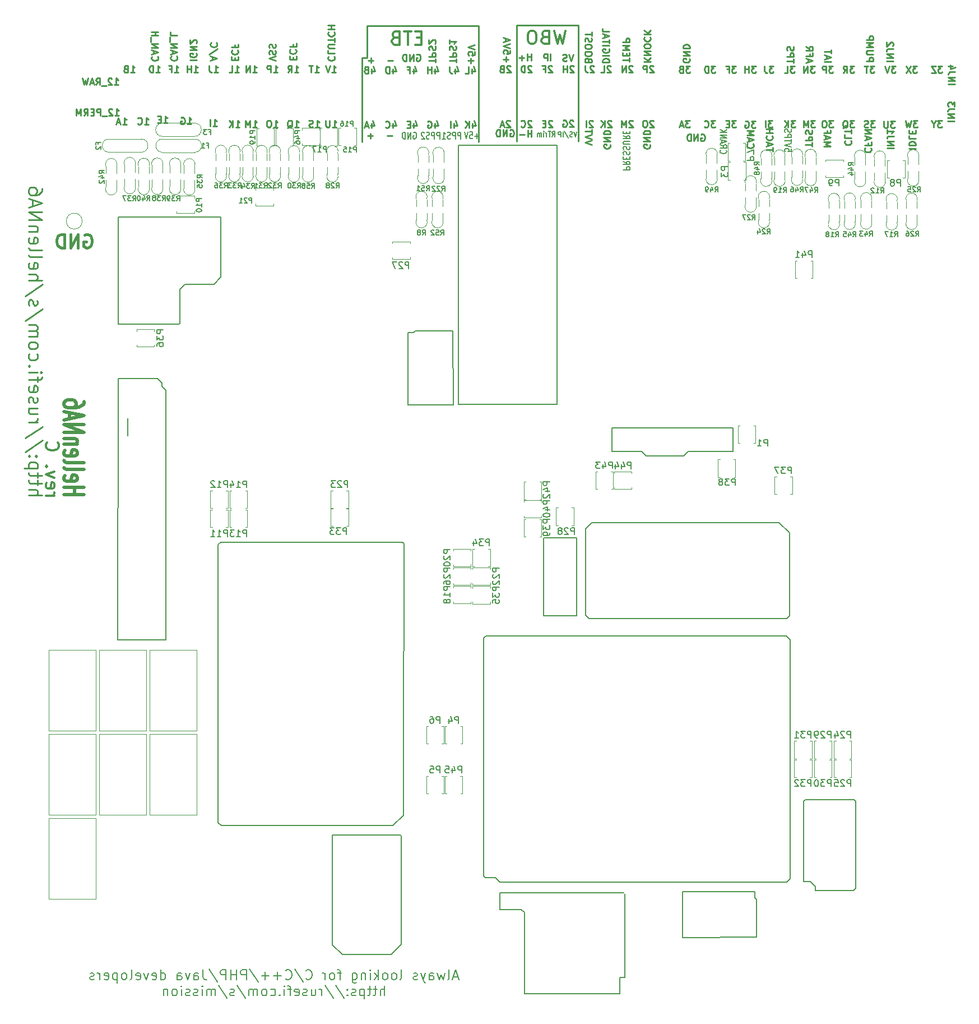
<source format=gbo>
G04 #@! TF.GenerationSoftware,KiCad,Pcbnew,(6.0.1)*
G04 #@! TF.CreationDate,2022-06-23T10:41:42+03:00*
G04 #@! TF.ProjectId,hellen64_NA6_94,68656c6c-656e-4363-945f-4e41365f3934,b*
G04 #@! TF.SameCoordinates,PX141ef50PYa2cc1bc*
G04 #@! TF.FileFunction,Legend,Bot*
G04 #@! TF.FilePolarity,Positive*
%FSLAX46Y46*%
G04 Gerber Fmt 4.6, Leading zero omitted, Abs format (unit mm)*
G04 Created by KiCad (PCBNEW (6.0.1)) date 2022-06-23 10:41:42*
%MOMM*%
%LPD*%
G01*
G04 APERTURE LIST*
%ADD10C,0.250000*%
%ADD11C,0.223520*%
%ADD12C,0.350000*%
%ADD13C,0.200000*%
%ADD14C,0.150000*%
%ADD15C,0.500000*%
%ADD16C,0.400000*%
%ADD17C,0.205000*%
%ADD18C,0.300000*%
%ADD19C,0.170000*%
%ADD20C,0.127000*%
%ADD21C,0.120000*%
%ADD22C,0.099060*%
G04 APERTURE END LIST*
D10*
X74621680Y150555340D02*
X74621680Y133045340D01*
X83921680Y133045340D02*
X83921680Y150555340D01*
X51301680Y145655340D02*
X51301680Y132945340D01*
X68911680Y132945340D02*
X68911680Y150455340D01*
X51291680Y145705340D02*
X52071680Y145705340D01*
X52061680Y150455340D02*
X52061680Y145695340D01*
X68911680Y150455340D02*
X52061680Y150455340D01*
X83921680Y150555340D02*
X74621680Y150555340D01*
D11*
X21281013Y135855721D02*
X21861584Y135855721D01*
X21571299Y135855721D02*
X21571299Y136871721D01*
X21668060Y136726579D01*
X21764822Y136629817D01*
X21861584Y136581436D01*
X20845584Y136387912D02*
X20506918Y136387912D01*
X20361775Y135855721D02*
X20845584Y135855721D01*
X20845584Y136871721D01*
X20361775Y136871721D01*
X125611666Y144431381D02*
X124982714Y144431381D01*
X125321380Y144044334D01*
X125176238Y144044334D01*
X125079476Y143995953D01*
X125031095Y143947572D01*
X124982714Y143850810D01*
X124982714Y143608905D01*
X125031095Y143512143D01*
X125079476Y143463762D01*
X125176238Y143415381D01*
X125466523Y143415381D01*
X125563285Y143463762D01*
X125611666Y143512143D01*
X123966714Y143415381D02*
X124305380Y143899191D01*
X124547285Y143415381D02*
X124547285Y144431381D01*
X124160238Y144431381D01*
X124063476Y144383000D01*
X124015095Y144334620D01*
X123966714Y144237858D01*
X123966714Y144092715D01*
X124015095Y143995953D01*
X124063476Y143947572D01*
X124160238Y143899191D01*
X124547285Y143899191D01*
D12*
X82026441Y149750579D02*
X81550251Y147750579D01*
X81169299Y149179150D01*
X80788346Y147750579D01*
X80312156Y149750579D01*
X78883584Y148798198D02*
X78597870Y148702960D01*
X78502632Y148607721D01*
X78407394Y148417245D01*
X78407394Y148131531D01*
X78502632Y147941055D01*
X78597870Y147845817D01*
X78788346Y147750579D01*
X79550251Y147750579D01*
X79550251Y149750579D01*
X78883584Y149750579D01*
X78693108Y149655340D01*
X78597870Y149560102D01*
X78502632Y149369626D01*
X78502632Y149179150D01*
X78597870Y148988674D01*
X78693108Y148893436D01*
X78883584Y148798198D01*
X79550251Y148798198D01*
X77169299Y149750579D02*
X76788346Y149750579D01*
X76597870Y149655340D01*
X76407394Y149464864D01*
X76312156Y149083912D01*
X76312156Y148417245D01*
X76407394Y148036293D01*
X76597870Y147845817D01*
X76788346Y147750579D01*
X77169299Y147750579D01*
X77359775Y147845817D01*
X77550251Y148036293D01*
X77645489Y148417245D01*
X77645489Y149083912D01*
X77550251Y149464864D01*
X77359775Y149655340D01*
X77169299Y149750579D01*
D11*
X83174156Y146181721D02*
X82835489Y145165721D01*
X82496822Y146181721D01*
X82206537Y145214102D02*
X82061394Y145165721D01*
X81819489Y145165721D01*
X81722727Y145214102D01*
X81674346Y145262483D01*
X81625965Y145359245D01*
X81625965Y145456007D01*
X81674346Y145552769D01*
X81722727Y145601150D01*
X81819489Y145649531D01*
X82013013Y145697912D01*
X82109775Y145746293D01*
X82158156Y145794674D01*
X82206537Y145891436D01*
X82206537Y145988198D01*
X82158156Y146084960D01*
X82109775Y146133340D01*
X82013013Y146181721D01*
X81771108Y146181721D01*
X81625965Y146133340D01*
X52898727Y133882769D02*
X52124632Y133882769D01*
X52511680Y133495721D02*
X52511680Y134269817D01*
X59026904Y144017715D02*
X59026904Y143340381D01*
X59268809Y144404762D02*
X59510714Y143679048D01*
X58881761Y143679048D01*
X58156047Y143872572D02*
X58494714Y143872572D01*
X58494714Y143340381D02*
X58494714Y144356381D01*
X58010904Y144356381D01*
X122460857Y136176381D02*
X121831904Y136176381D01*
X122170571Y135789334D01*
X122025428Y135789334D01*
X121928666Y135740953D01*
X121880285Y135692572D01*
X121831904Y135595810D01*
X121831904Y135353905D01*
X121880285Y135257143D01*
X121928666Y135208762D01*
X122025428Y135160381D01*
X122315714Y135160381D01*
X122412476Y135208762D01*
X122460857Y135257143D01*
X121202952Y136176381D02*
X121009428Y136176381D01*
X120912666Y136128000D01*
X120815904Y136031239D01*
X120767523Y135837715D01*
X120767523Y135499048D01*
X120815904Y135305524D01*
X120912666Y135208762D01*
X121009428Y135160381D01*
X121202952Y135160381D01*
X121299714Y135208762D01*
X121396476Y135305524D01*
X121444857Y135499048D01*
X121444857Y135837715D01*
X121396476Y136031239D01*
X121299714Y136128000D01*
X121202952Y136176381D01*
X37931904Y135210381D02*
X38512476Y135210381D01*
X38222190Y135210381D02*
X38222190Y136226381D01*
X38318952Y136081239D01*
X38415714Y135984477D01*
X38512476Y135936096D01*
X37302952Y136226381D02*
X37109428Y136226381D01*
X37012666Y136178000D01*
X36915904Y136081239D01*
X36867523Y135887715D01*
X36867523Y135549048D01*
X36915904Y135355524D01*
X37012666Y135258762D01*
X37109428Y135210381D01*
X37302952Y135210381D01*
X37399714Y135258762D01*
X37496476Y135355524D01*
X37544857Y135549048D01*
X37544857Y135887715D01*
X37496476Y136081239D01*
X37399714Y136178000D01*
X37302952Y136226381D01*
X113338060Y131499436D02*
X113338060Y132080007D01*
X112322060Y131789721D02*
X113338060Y131789721D01*
X112612346Y132370293D02*
X112612346Y132854102D01*
X112322060Y132273531D02*
X113338060Y132612198D01*
X112322060Y132950864D01*
X112418822Y133870102D02*
X112370441Y133821721D01*
X112322060Y133676579D01*
X112322060Y133579817D01*
X112370441Y133434674D01*
X112467203Y133337912D01*
X112563965Y133289531D01*
X112757489Y133241150D01*
X112902632Y133241150D01*
X113096156Y133289531D01*
X113192918Y133337912D01*
X113289680Y133434674D01*
X113338060Y133579817D01*
X113338060Y133676579D01*
X113289680Y133821721D01*
X113241299Y133870102D01*
X112322060Y134305531D02*
X113338060Y134305531D01*
X112854251Y134305531D02*
X112854251Y134886102D01*
X112322060Y134886102D02*
X113338060Y134886102D01*
X32095952Y143465381D02*
X32676523Y143465381D01*
X32386238Y143465381D02*
X32386238Y144481381D01*
X32483000Y144336239D01*
X32579761Y144239477D01*
X32676523Y144191096D01*
X31176714Y143465381D02*
X31660523Y143465381D01*
X31660523Y144481381D01*
X113425714Y144431381D02*
X112796761Y144431381D01*
X113135428Y144044334D01*
X112990285Y144044334D01*
X112893523Y143995953D01*
X112845142Y143947572D01*
X112796761Y143850810D01*
X112796761Y143608905D01*
X112845142Y143512143D01*
X112893523Y143463762D01*
X112990285Y143415381D01*
X113280571Y143415381D01*
X113377333Y143463762D01*
X113425714Y143512143D01*
X112071047Y144431381D02*
X112071047Y143705667D01*
X112119428Y143560524D01*
X112216190Y143463762D01*
X112361333Y143415381D01*
X112458095Y143415381D01*
X124288822Y133151531D02*
X124240441Y133103150D01*
X124192060Y132958007D01*
X124192060Y132861245D01*
X124240441Y132716102D01*
X124337203Y132619340D01*
X124433965Y132570960D01*
X124627489Y132522579D01*
X124772632Y132522579D01*
X124966156Y132570960D01*
X125062918Y132619340D01*
X125159680Y132716102D01*
X125208060Y132861245D01*
X125208060Y132958007D01*
X125159680Y133103150D01*
X125111299Y133151531D01*
X124192060Y134070769D02*
X124192060Y133586960D01*
X125208060Y133586960D01*
X125208060Y134264293D02*
X125208060Y134844864D01*
X124192060Y134554579D02*
X125208060Y134554579D01*
X125635857Y136176381D02*
X125006904Y136176381D01*
X125345571Y135789334D01*
X125200428Y135789334D01*
X125103666Y135740953D01*
X125055285Y135692572D01*
X125006904Y135595810D01*
X125006904Y135353905D01*
X125055285Y135257143D01*
X125103666Y135208762D01*
X125200428Y135160381D01*
X125490714Y135160381D01*
X125587476Y135208762D01*
X125635857Y135257143D01*
X123894142Y135063620D02*
X123990904Y135112000D01*
X124087666Y135208762D01*
X124232809Y135353905D01*
X124329571Y135402286D01*
X124426333Y135402286D01*
X124377952Y135160381D02*
X124474714Y135208762D01*
X124571476Y135305524D01*
X124619857Y135499048D01*
X124619857Y135837715D01*
X124571476Y136031239D01*
X124474714Y136128000D01*
X124377952Y136176381D01*
X124184428Y136176381D01*
X124087666Y136128000D01*
X123990904Y136031239D01*
X123942523Y135837715D01*
X123942523Y135499048D01*
X123990904Y135305524D01*
X124087666Y135208762D01*
X124184428Y135160381D01*
X124377952Y135160381D01*
X40849251Y145419198D02*
X40849251Y145757864D01*
X40317060Y145903007D02*
X40317060Y145419198D01*
X41333060Y145419198D01*
X41333060Y145903007D01*
X40413822Y146919007D02*
X40365441Y146870626D01*
X40317060Y146725483D01*
X40317060Y146628721D01*
X40365441Y146483579D01*
X40462203Y146386817D01*
X40558965Y146338436D01*
X40752489Y146290055D01*
X40897632Y146290055D01*
X41091156Y146338436D01*
X41187918Y146386817D01*
X41284680Y146483579D01*
X41333060Y146628721D01*
X41333060Y146725483D01*
X41284680Y146870626D01*
X41236299Y146919007D01*
X40849251Y147693102D02*
X40849251Y147354436D01*
X40317060Y147354436D02*
X41333060Y147354436D01*
X41333060Y147838245D01*
X20127714Y143465381D02*
X20708285Y143465381D01*
X20418000Y143465381D02*
X20418000Y144481381D01*
X20514761Y144336239D01*
X20611523Y144239477D01*
X20708285Y144191096D01*
X19692285Y143465381D02*
X19692285Y144481381D01*
X19450380Y144481381D01*
X19305238Y144433000D01*
X19208476Y144336239D01*
X19160095Y144239477D01*
X19111714Y144045953D01*
X19111714Y143900810D01*
X19160095Y143707286D01*
X19208476Y143610524D01*
X19305238Y143513762D01*
X19450380Y143465381D01*
X19692285Y143465381D01*
D13*
X68930251Y133832769D02*
X68320727Y133832769D01*
X68625489Y133445721D02*
X68625489Y134219817D01*
X67558822Y134461721D02*
X67939775Y134461721D01*
X67977870Y133977912D01*
X67939775Y134026293D01*
X67863584Y134074674D01*
X67673108Y134074674D01*
X67596918Y134026293D01*
X67558822Y133977912D01*
X67520727Y133881150D01*
X67520727Y133639245D01*
X67558822Y133542483D01*
X67596918Y133494102D01*
X67673108Y133445721D01*
X67863584Y133445721D01*
X67939775Y133494102D01*
X67977870Y133542483D01*
X67292156Y134461721D02*
X67025489Y133445721D01*
X66758822Y134461721D01*
D11*
X91688060Y145046864D02*
X91688060Y145627436D01*
X90672060Y145337150D02*
X91688060Y145337150D01*
X91204251Y145966102D02*
X91204251Y146304769D01*
X90672060Y146449912D02*
X90672060Y145966102D01*
X91688060Y145966102D01*
X91688060Y146449912D01*
X90672060Y146885340D02*
X91688060Y146885340D01*
X90962346Y147224007D01*
X91688060Y147562674D01*
X90672060Y147562674D01*
X90672060Y148046483D02*
X91688060Y148046483D01*
X91688060Y148433531D01*
X91639680Y148530293D01*
X91591299Y148578674D01*
X91494537Y148627055D01*
X91349394Y148627055D01*
X91252632Y148578674D01*
X91204251Y148530293D01*
X91155870Y148433531D01*
X91155870Y148046483D01*
D13*
X66183108Y133425721D02*
X66183108Y134441721D01*
X65878346Y134441721D01*
X65802156Y134393340D01*
X65764060Y134344960D01*
X65725965Y134248198D01*
X65725965Y134103055D01*
X65764060Y134006293D01*
X65802156Y133957912D01*
X65878346Y133909531D01*
X66183108Y133909531D01*
X65383108Y133425721D02*
X65383108Y134441721D01*
X65078346Y134441721D01*
X65002156Y134393340D01*
X64964060Y134344960D01*
X64925965Y134248198D01*
X64925965Y134103055D01*
X64964060Y134006293D01*
X65002156Y133957912D01*
X65078346Y133909531D01*
X65383108Y133909531D01*
X64621203Y133474102D02*
X64506918Y133425721D01*
X64316441Y133425721D01*
X64240251Y133474102D01*
X64202156Y133522483D01*
X64164060Y133619245D01*
X64164060Y133716007D01*
X64202156Y133812769D01*
X64240251Y133861150D01*
X64316441Y133909531D01*
X64468822Y133957912D01*
X64545013Y134006293D01*
X64583108Y134054674D01*
X64621203Y134151436D01*
X64621203Y134248198D01*
X64583108Y134344960D01*
X64545013Y134393340D01*
X64468822Y134441721D01*
X64278346Y134441721D01*
X64164060Y134393340D01*
X63402156Y133425721D02*
X63859299Y133425721D01*
X63630727Y133425721D02*
X63630727Y134441721D01*
X63706918Y134296579D01*
X63783108Y134199817D01*
X63859299Y134151436D01*
D11*
X100846666Y144431381D02*
X100217714Y144431381D01*
X100556380Y144044334D01*
X100411238Y144044334D01*
X100314476Y143995953D01*
X100266095Y143947572D01*
X100217714Y143850810D01*
X100217714Y143608905D01*
X100266095Y143512143D01*
X100314476Y143463762D01*
X100411238Y143415381D01*
X100701523Y143415381D01*
X100798285Y143463762D01*
X100846666Y143512143D01*
X99443619Y143947572D02*
X99298476Y143899191D01*
X99250095Y143850810D01*
X99201714Y143754048D01*
X99201714Y143608905D01*
X99250095Y143512143D01*
X99298476Y143463762D01*
X99395238Y143415381D01*
X99782285Y143415381D01*
X99782285Y144431381D01*
X99443619Y144431381D01*
X99346857Y144383000D01*
X99298476Y144334620D01*
X99250095Y144237858D01*
X99250095Y144141096D01*
X99298476Y144044334D01*
X99346857Y143995953D01*
X99443619Y143947572D01*
X99782285Y143947572D01*
X67989476Y135762715D02*
X67989476Y135085381D01*
X68231380Y136149762D02*
X68473285Y135424048D01*
X67844333Y135424048D01*
X67457285Y135085381D02*
X67457285Y136101381D01*
X66876714Y135085381D02*
X67312142Y135665953D01*
X66876714Y136101381D02*
X67457285Y135520810D01*
D14*
X83731680Y134518436D02*
X83498346Y133718436D01*
X83265013Y134518436D01*
X83065013Y133756531D02*
X82965013Y133718436D01*
X82798346Y133718436D01*
X82731680Y133756531D01*
X82698346Y133794626D01*
X82665013Y133870817D01*
X82665013Y133947007D01*
X82698346Y134023198D01*
X82731680Y134061293D01*
X82798346Y134099388D01*
X82931680Y134137483D01*
X82998346Y134175579D01*
X83031680Y134213674D01*
X83065013Y134289864D01*
X83065013Y134366055D01*
X83031680Y134442245D01*
X82998346Y134480340D01*
X82931680Y134518436D01*
X82765013Y134518436D01*
X82665013Y134480340D01*
X81865013Y134556531D02*
X82465013Y133527960D01*
X81631680Y133718436D02*
X81631680Y134518436D01*
X81298346Y133718436D02*
X81298346Y134518436D01*
X81031680Y134518436D01*
X80965013Y134480340D01*
X80931680Y134442245D01*
X80898346Y134366055D01*
X80898346Y134251769D01*
X80931680Y134175579D01*
X80965013Y134137483D01*
X81031680Y134099388D01*
X81298346Y134099388D01*
D11*
X102500775Y134088340D02*
X102597537Y134136721D01*
X102742680Y134136721D01*
X102887822Y134088340D01*
X102984584Y133991579D01*
X103032965Y133894817D01*
X103081346Y133701293D01*
X103081346Y133556150D01*
X103032965Y133362626D01*
X102984584Y133265864D01*
X102887822Y133169102D01*
X102742680Y133120721D01*
X102645918Y133120721D01*
X102500775Y133169102D01*
X102452394Y133217483D01*
X102452394Y133556150D01*
X102645918Y133556150D01*
X102016965Y133120721D02*
X102016965Y134136721D01*
X101436394Y133120721D01*
X101436394Y134136721D01*
X100952584Y133120721D02*
X100952584Y134136721D01*
X100710680Y134136721D01*
X100565537Y134088340D01*
X100468775Y133991579D01*
X100420394Y133894817D01*
X100372013Y133701293D01*
X100372013Y133556150D01*
X100420394Y133362626D01*
X100468775Y133265864D01*
X100565537Y133169102D01*
X100710680Y133120721D01*
X100952584Y133120721D01*
D13*
X90732060Y128751055D02*
X91748060Y128751055D01*
X91748060Y129055817D01*
X91699680Y129132007D01*
X91651299Y129170102D01*
X91554537Y129208198D01*
X91409394Y129208198D01*
X91312632Y129170102D01*
X91264251Y129132007D01*
X91215870Y129055817D01*
X91215870Y128751055D01*
X90732060Y130008198D02*
X91215870Y129741531D01*
X90732060Y129551055D02*
X91748060Y129551055D01*
X91748060Y129855817D01*
X91699680Y129932007D01*
X91651299Y129970102D01*
X91554537Y130008198D01*
X91409394Y130008198D01*
X91312632Y129970102D01*
X91264251Y129932007D01*
X91215870Y129855817D01*
X91215870Y129551055D01*
X91264251Y130351055D02*
X91264251Y130617721D01*
X90732060Y130732007D02*
X90732060Y130351055D01*
X91748060Y130351055D01*
X91748060Y130732007D01*
X90780441Y131036769D02*
X90732060Y131151055D01*
X90732060Y131341531D01*
X90780441Y131417721D01*
X90828822Y131455817D01*
X90925584Y131493912D01*
X91022346Y131493912D01*
X91119108Y131455817D01*
X91167489Y131417721D01*
X91215870Y131341531D01*
X91264251Y131189150D01*
X91312632Y131112960D01*
X91361013Y131074864D01*
X91457775Y131036769D01*
X91554537Y131036769D01*
X91651299Y131074864D01*
X91699680Y131112960D01*
X91748060Y131189150D01*
X91748060Y131379626D01*
X91699680Y131493912D01*
X90780441Y131798674D02*
X90732060Y131912960D01*
X90732060Y132103436D01*
X90780441Y132179626D01*
X90828822Y132217721D01*
X90925584Y132255817D01*
X91022346Y132255817D01*
X91119108Y132217721D01*
X91167489Y132179626D01*
X91215870Y132103436D01*
X91264251Y131951055D01*
X91312632Y131874864D01*
X91361013Y131836769D01*
X91457775Y131798674D01*
X91554537Y131798674D01*
X91651299Y131836769D01*
X91699680Y131874864D01*
X91748060Y131951055D01*
X91748060Y132141531D01*
X91699680Y132255817D01*
X91748060Y132598674D02*
X90925584Y132598674D01*
X90828822Y132636769D01*
X90780441Y132674864D01*
X90732060Y132751055D01*
X90732060Y132903436D01*
X90780441Y132979626D01*
X90828822Y133017721D01*
X90925584Y133055817D01*
X91748060Y133055817D01*
X90732060Y133893912D02*
X91215870Y133627245D01*
X90732060Y133436769D02*
X91748060Y133436769D01*
X91748060Y133741531D01*
X91699680Y133817721D01*
X91651299Y133855817D01*
X91554537Y133893912D01*
X91409394Y133893912D01*
X91312632Y133855817D01*
X91264251Y133817721D01*
X91215870Y133741531D01*
X91215870Y133436769D01*
X91264251Y134236769D02*
X91264251Y134503436D01*
X90732060Y134617721D02*
X90732060Y134236769D01*
X91748060Y134236769D01*
X91748060Y134617721D01*
D11*
X88749680Y132571245D02*
X88798060Y132474483D01*
X88798060Y132329340D01*
X88749680Y132184198D01*
X88652918Y132087436D01*
X88556156Y132039055D01*
X88362632Y131990674D01*
X88217489Y131990674D01*
X88023965Y132039055D01*
X87927203Y132087436D01*
X87830441Y132184198D01*
X87782060Y132329340D01*
X87782060Y132426102D01*
X87830441Y132571245D01*
X87878822Y132619626D01*
X88217489Y132619626D01*
X88217489Y132426102D01*
X87782060Y133055055D02*
X88798060Y133055055D01*
X87782060Y133635626D01*
X88798060Y133635626D01*
X87782060Y134119436D02*
X88798060Y134119436D01*
X88798060Y134361340D01*
X88749680Y134506483D01*
X88652918Y134603245D01*
X88556156Y134651626D01*
X88362632Y134700007D01*
X88217489Y134700007D01*
X88023965Y134651626D01*
X87927203Y134603245D01*
X87830441Y134506483D01*
X87782060Y134361340D01*
X87782060Y134119436D01*
X128762476Y136176381D02*
X128133523Y136176381D01*
X128472190Y135789334D01*
X128327047Y135789334D01*
X128230285Y135740953D01*
X128181904Y135692572D01*
X128133523Y135595810D01*
X128133523Y135353905D01*
X128181904Y135257143D01*
X128230285Y135208762D01*
X128327047Y135160381D01*
X128617333Y135160381D01*
X128714095Y135208762D01*
X128762476Y135257143D01*
X127746476Y135208762D02*
X127601333Y135160381D01*
X127359428Y135160381D01*
X127262666Y135208762D01*
X127214285Y135257143D01*
X127165904Y135353905D01*
X127165904Y135450667D01*
X127214285Y135547429D01*
X127262666Y135595810D01*
X127359428Y135644191D01*
X127552952Y135692572D01*
X127649714Y135740953D01*
X127698095Y135789334D01*
X127746476Y135886096D01*
X127746476Y135982858D01*
X127698095Y136079620D01*
X127649714Y136128000D01*
X127552952Y136176381D01*
X127311047Y136176381D01*
X127165904Y136128000D01*
X135209238Y136176381D02*
X134580285Y136176381D01*
X134918952Y135789334D01*
X134773809Y135789334D01*
X134677047Y135740953D01*
X134628666Y135692572D01*
X134580285Y135595810D01*
X134580285Y135353905D01*
X134628666Y135257143D01*
X134677047Y135208762D01*
X134773809Y135160381D01*
X135064095Y135160381D01*
X135160857Y135208762D01*
X135209238Y135257143D01*
X134241619Y136176381D02*
X133999714Y135160381D01*
X133806190Y135886096D01*
X133612666Y135160381D01*
X133370761Y136176381D01*
X116721666Y136176381D02*
X116092714Y136176381D01*
X116431380Y135789334D01*
X116286238Y135789334D01*
X116189476Y135740953D01*
X116141095Y135692572D01*
X116092714Y135595810D01*
X116092714Y135353905D01*
X116141095Y135257143D01*
X116189476Y135208762D01*
X116286238Y135160381D01*
X116576523Y135160381D01*
X116673285Y135208762D01*
X116721666Y135257143D01*
X115657285Y135160381D02*
X115657285Y136176381D01*
X115076714Y135160381D02*
X115512142Y135740953D01*
X115076714Y136176381D02*
X115657285Y135595810D01*
X83257476Y144384620D02*
X83209095Y144433000D01*
X83112333Y144481381D01*
X82870428Y144481381D01*
X82773666Y144433000D01*
X82725285Y144384620D01*
X82676904Y144287858D01*
X82676904Y144191096D01*
X82725285Y144045953D01*
X83305857Y143465381D01*
X82676904Y143465381D01*
X82241476Y143465381D02*
X82241476Y144481381D01*
X82241476Y143997572D02*
X81660904Y143997572D01*
X81660904Y143465381D02*
X81660904Y144481381D01*
X139792060Y136102293D02*
X140808060Y136102293D01*
X139792060Y136586102D02*
X140808060Y136586102D01*
X139792060Y137166674D01*
X140808060Y137166674D01*
X140808060Y137940769D02*
X140082346Y137940769D01*
X139937203Y137892388D01*
X139840441Y137795626D01*
X139792060Y137650483D01*
X139792060Y137553721D01*
X140808060Y138327817D02*
X140808060Y138956769D01*
X140421013Y138618102D01*
X140421013Y138763245D01*
X140372632Y138860007D01*
X140324251Y138908388D01*
X140227489Y138956769D01*
X139985584Y138956769D01*
X139888822Y138908388D01*
X139840441Y138860007D01*
X139792060Y138763245D01*
X139792060Y138472960D01*
X139840441Y138376198D01*
X139888822Y138327817D01*
X32084251Y145314198D02*
X32084251Y145652864D01*
X31552060Y145798007D02*
X31552060Y145314198D01*
X32568060Y145314198D01*
X32568060Y145798007D01*
X31648822Y146814007D02*
X31600441Y146765626D01*
X31552060Y146620483D01*
X31552060Y146523721D01*
X31600441Y146378579D01*
X31697203Y146281817D01*
X31793965Y146233436D01*
X31987489Y146185055D01*
X32132632Y146185055D01*
X32326156Y146233436D01*
X32422918Y146281817D01*
X32519680Y146378579D01*
X32568060Y146523721D01*
X32568060Y146620483D01*
X32519680Y146765626D01*
X32471299Y146814007D01*
X32084251Y147588102D02*
X32084251Y147249436D01*
X31552060Y147249436D02*
X32568060Y147249436D01*
X32568060Y147733245D01*
X110746666Y136131381D02*
X110117714Y136131381D01*
X110456380Y135744334D01*
X110311238Y135744334D01*
X110214476Y135695953D01*
X110166095Y135647572D01*
X110117714Y135550810D01*
X110117714Y135308905D01*
X110166095Y135212143D01*
X110214476Y135163762D01*
X110311238Y135115381D01*
X110601523Y135115381D01*
X110698285Y135163762D01*
X110746666Y135212143D01*
X109150095Y136083000D02*
X109246857Y136131381D01*
X109392000Y136131381D01*
X109537142Y136083000D01*
X109633904Y135986239D01*
X109682285Y135889477D01*
X109730666Y135695953D01*
X109730666Y135550810D01*
X109682285Y135357286D01*
X109633904Y135260524D01*
X109537142Y135163762D01*
X109392000Y135115381D01*
X109295238Y135115381D01*
X109150095Y135163762D01*
X109101714Y135212143D01*
X109101714Y135550810D01*
X109295238Y135550810D01*
X55938727Y145272769D02*
X55164632Y145272769D01*
X127298822Y132056769D02*
X127250441Y132008388D01*
X127202060Y131863245D01*
X127202060Y131766483D01*
X127250441Y131621340D01*
X127347203Y131524579D01*
X127443965Y131476198D01*
X127637489Y131427817D01*
X127782632Y131427817D01*
X127976156Y131476198D01*
X128072918Y131524579D01*
X128169680Y131621340D01*
X128218060Y131766483D01*
X128218060Y131863245D01*
X128169680Y132008388D01*
X128121299Y132056769D01*
X127734251Y132830864D02*
X127734251Y132492198D01*
X127202060Y132492198D02*
X128218060Y132492198D01*
X128218060Y132976007D01*
X127492346Y133314674D02*
X127492346Y133798483D01*
X127202060Y133217912D02*
X128218060Y133556579D01*
X127202060Y133895245D01*
X127202060Y134233912D02*
X128218060Y134233912D01*
X127202060Y134814483D01*
X128218060Y134814483D01*
X44136761Y143465381D02*
X44717333Y143465381D01*
X44427047Y143465381D02*
X44427047Y144481381D01*
X44523809Y144336239D01*
X44620571Y144239477D01*
X44717333Y144191096D01*
X43846476Y144481381D02*
X43265904Y144481381D01*
X43556190Y143465381D02*
X43556190Y144481381D01*
X119719238Y136176381D02*
X119090285Y136176381D01*
X119428952Y135789334D01*
X119283809Y135789334D01*
X119187047Y135740953D01*
X119138666Y135692572D01*
X119090285Y135595810D01*
X119090285Y135353905D01*
X119138666Y135257143D01*
X119187047Y135208762D01*
X119283809Y135160381D01*
X119574095Y135160381D01*
X119670857Y135208762D01*
X119719238Y135257143D01*
X118654857Y135160381D02*
X118654857Y136176381D01*
X118316190Y135450667D01*
X117977523Y136176381D01*
X117977523Y135160381D01*
D15*
X6244537Y79710102D02*
X9244537Y79710102D01*
X7815965Y79710102D02*
X7815965Y80852960D01*
X6244537Y80852960D02*
X9244537Y80852960D01*
X6387394Y82567245D02*
X6244537Y82376769D01*
X6244537Y81995817D01*
X6387394Y81805340D01*
X6673108Y81710102D01*
X7815965Y81710102D01*
X8101680Y81805340D01*
X8244537Y81995817D01*
X8244537Y82376769D01*
X8101680Y82567245D01*
X7815965Y82662483D01*
X7530251Y82662483D01*
X7244537Y81710102D01*
X6244537Y83805340D02*
X6387394Y83614864D01*
X6673108Y83519626D01*
X9244537Y83519626D01*
X6244537Y84852960D02*
X6387394Y84662483D01*
X6673108Y84567245D01*
X9244537Y84567245D01*
X6387394Y86376769D02*
X6244537Y86186293D01*
X6244537Y85805340D01*
X6387394Y85614864D01*
X6673108Y85519626D01*
X7815965Y85519626D01*
X8101680Y85614864D01*
X8244537Y85805340D01*
X8244537Y86186293D01*
X8101680Y86376769D01*
X7815965Y86472007D01*
X7530251Y86472007D01*
X7244537Y85519626D01*
X8244537Y87329150D02*
X6244537Y87329150D01*
X7958822Y87329150D02*
X8101680Y87424388D01*
X8244537Y87614864D01*
X8244537Y87900579D01*
X8101680Y88091055D01*
X7815965Y88186293D01*
X6244537Y88186293D01*
X6244537Y89138674D02*
X9244537Y89138674D01*
X6244537Y90281531D01*
X9244537Y90281531D01*
X7101680Y91138674D02*
X7101680Y92091055D01*
X6244537Y90948198D02*
X9244537Y91614864D01*
X6244537Y92281531D01*
X9244537Y93805340D02*
X9244537Y93424388D01*
X9101680Y93233912D01*
X8958822Y93138674D01*
X8530251Y92948198D01*
X7958822Y92852960D01*
X6815965Y92852960D01*
X6530251Y92948198D01*
X6387394Y93043436D01*
X6244537Y93233912D01*
X6244537Y93614864D01*
X6387394Y93805340D01*
X6530251Y93900579D01*
X6815965Y93995817D01*
X7530251Y93995817D01*
X7815965Y93900579D01*
X7958822Y93805340D01*
X8101680Y93614864D01*
X8101680Y93233912D01*
X7958822Y93043436D01*
X7815965Y92948198D01*
X7530251Y92852960D01*
D11*
X93862060Y145068864D02*
X94878060Y145068864D01*
X93862060Y145649436D02*
X94442632Y145214007D01*
X94878060Y145649436D02*
X94297489Y145068864D01*
X93862060Y146084864D02*
X94878060Y146084864D01*
X93862060Y146665436D01*
X94878060Y146665436D01*
X94878060Y147342769D02*
X94878060Y147536293D01*
X94829680Y147633055D01*
X94732918Y147729817D01*
X94539394Y147778198D01*
X94200727Y147778198D01*
X94007203Y147729817D01*
X93910441Y147633055D01*
X93862060Y147536293D01*
X93862060Y147342769D01*
X93910441Y147246007D01*
X94007203Y147149245D01*
X94200727Y147100864D01*
X94539394Y147100864D01*
X94732918Y147149245D01*
X94829680Y147246007D01*
X94878060Y147342769D01*
X93958822Y148794198D02*
X93910441Y148745817D01*
X93862060Y148600674D01*
X93862060Y148503912D01*
X93910441Y148358769D01*
X94007203Y148262007D01*
X94103965Y148213626D01*
X94297489Y148165245D01*
X94442632Y148165245D01*
X94636156Y148213626D01*
X94732918Y148262007D01*
X94829680Y148358769D01*
X94878060Y148503912D01*
X94878060Y148600674D01*
X94829680Y148745817D01*
X94781299Y148794198D01*
X93862060Y149229626D02*
X94878060Y149229626D01*
X93862060Y149810198D02*
X94442632Y149374769D01*
X94878060Y149810198D02*
X94297489Y149229626D01*
X62408060Y144959436D02*
X62408060Y145540007D01*
X61392060Y145249721D02*
X62408060Y145249721D01*
X61392060Y145878674D02*
X62408060Y145878674D01*
X62408060Y146265721D01*
X62359680Y146362483D01*
X62311299Y146410864D01*
X62214537Y146459245D01*
X62069394Y146459245D01*
X61972632Y146410864D01*
X61924251Y146362483D01*
X61875870Y146265721D01*
X61875870Y145878674D01*
X61440441Y146846293D02*
X61392060Y146991436D01*
X61392060Y147233340D01*
X61440441Y147330102D01*
X61488822Y147378483D01*
X61585584Y147426864D01*
X61682346Y147426864D01*
X61779108Y147378483D01*
X61827489Y147330102D01*
X61875870Y147233340D01*
X61924251Y147039817D01*
X61972632Y146943055D01*
X62021013Y146894674D01*
X62117775Y146846293D01*
X62214537Y146846293D01*
X62311299Y146894674D01*
X62359680Y146943055D01*
X62408060Y147039817D01*
X62408060Y147281721D01*
X62359680Y147426864D01*
X62311299Y147813912D02*
X62359680Y147862293D01*
X62408060Y147959055D01*
X62408060Y148200960D01*
X62359680Y148297721D01*
X62311299Y148346102D01*
X62214537Y148394483D01*
X62117775Y148394483D01*
X61972632Y148346102D01*
X61392060Y147765531D01*
X61392060Y148394483D01*
X62274476Y135762715D02*
X62274476Y135085381D01*
X62516380Y136149762D02*
X62758285Y135424048D01*
X62129333Y135424048D01*
X61210095Y136053000D02*
X61306857Y136101381D01*
X61452000Y136101381D01*
X61597142Y136053000D01*
X61693904Y135956239D01*
X61742285Y135859477D01*
X61790666Y135665953D01*
X61790666Y135520810D01*
X61742285Y135327286D01*
X61693904Y135230524D01*
X61597142Y135133762D01*
X61452000Y135085381D01*
X61355238Y135085381D01*
X61210095Y135133762D01*
X61161714Y135182143D01*
X61161714Y135520810D01*
X61355238Y135520810D01*
X113280571Y136176381D02*
X112651619Y136176381D01*
X112990285Y135789334D01*
X112845142Y135789334D01*
X112748380Y135740953D01*
X112700000Y135692572D01*
X112651619Y135595810D01*
X112651619Y135353905D01*
X112700000Y135257143D01*
X112748380Y135208762D01*
X112845142Y135160381D01*
X113135428Y135160381D01*
X113232190Y135208762D01*
X113280571Y135257143D01*
X112216190Y135160381D02*
X112216190Y136176381D01*
X85464251Y145332674D02*
X85415870Y145477817D01*
X85367489Y145526198D01*
X85270727Y145574579D01*
X85125584Y145574579D01*
X85028822Y145526198D01*
X84980441Y145477817D01*
X84932060Y145381055D01*
X84932060Y144994007D01*
X85948060Y144994007D01*
X85948060Y145332674D01*
X85899680Y145429436D01*
X85851299Y145477817D01*
X85754537Y145526198D01*
X85657775Y145526198D01*
X85561013Y145477817D01*
X85512632Y145429436D01*
X85464251Y145332674D01*
X85464251Y144994007D01*
X85948060Y146203531D02*
X85948060Y146397055D01*
X85899680Y146493817D01*
X85802918Y146590579D01*
X85609394Y146638960D01*
X85270727Y146638960D01*
X85077203Y146590579D01*
X84980441Y146493817D01*
X84932060Y146397055D01*
X84932060Y146203531D01*
X84980441Y146106769D01*
X85077203Y146010007D01*
X85270727Y145961626D01*
X85609394Y145961626D01*
X85802918Y146010007D01*
X85899680Y146106769D01*
X85948060Y146203531D01*
X85948060Y147267912D02*
X85948060Y147461436D01*
X85899680Y147558198D01*
X85802918Y147654960D01*
X85609394Y147703340D01*
X85270727Y147703340D01*
X85077203Y147654960D01*
X84980441Y147558198D01*
X84932060Y147461436D01*
X84932060Y147267912D01*
X84980441Y147171150D01*
X85077203Y147074388D01*
X85270727Y147026007D01*
X85609394Y147026007D01*
X85802918Y147074388D01*
X85899680Y147171150D01*
X85948060Y147267912D01*
X84980441Y148090388D02*
X84932060Y148235531D01*
X84932060Y148477436D01*
X84980441Y148574198D01*
X85028822Y148622579D01*
X85125584Y148670960D01*
X85222346Y148670960D01*
X85319108Y148622579D01*
X85367489Y148574198D01*
X85415870Y148477436D01*
X85464251Y148283912D01*
X85512632Y148187150D01*
X85561013Y148138769D01*
X85657775Y148090388D01*
X85754537Y148090388D01*
X85851299Y148138769D01*
X85899680Y148187150D01*
X85948060Y148283912D01*
X85948060Y148525817D01*
X85899680Y148670960D01*
X85948060Y148961245D02*
X85948060Y149541817D01*
X84932060Y149251531D02*
X85948060Y149251531D01*
D13*
X65798108Y6912840D02*
X65083822Y6912840D01*
X65940965Y6484269D02*
X65440965Y7984269D01*
X64940965Y6484269D01*
X64226680Y6484269D02*
X64369537Y6555698D01*
X64440965Y6698555D01*
X64440965Y7984269D01*
X63798108Y7484269D02*
X63512394Y6484269D01*
X63226680Y7198555D01*
X62940965Y6484269D01*
X62655251Y7484269D01*
X61440965Y6484269D02*
X61440965Y7269983D01*
X61512394Y7412840D01*
X61655251Y7484269D01*
X61940965Y7484269D01*
X62083822Y7412840D01*
X61440965Y6555698D02*
X61583822Y6484269D01*
X61940965Y6484269D01*
X62083822Y6555698D01*
X62155251Y6698555D01*
X62155251Y6841412D01*
X62083822Y6984269D01*
X61940965Y7055698D01*
X61583822Y7055698D01*
X61440965Y7127126D01*
X60869537Y7484269D02*
X60512394Y6484269D01*
X60155251Y7484269D02*
X60512394Y6484269D01*
X60655251Y6127126D01*
X60726680Y6055698D01*
X60869537Y5984269D01*
X59655251Y6555698D02*
X59512394Y6484269D01*
X59226680Y6484269D01*
X59083822Y6555698D01*
X59012394Y6698555D01*
X59012394Y6769983D01*
X59083822Y6912840D01*
X59226680Y6984269D01*
X59440965Y6984269D01*
X59583822Y7055698D01*
X59655251Y7198555D01*
X59655251Y7269983D01*
X59583822Y7412840D01*
X59440965Y7484269D01*
X59226680Y7484269D01*
X59083822Y7412840D01*
X57012394Y6484269D02*
X57155251Y6555698D01*
X57226680Y6698555D01*
X57226680Y7984269D01*
X56226680Y6484269D02*
X56369537Y6555698D01*
X56440965Y6627126D01*
X56512394Y6769983D01*
X56512394Y7198555D01*
X56440965Y7341412D01*
X56369537Y7412840D01*
X56226680Y7484269D01*
X56012394Y7484269D01*
X55869537Y7412840D01*
X55798108Y7341412D01*
X55726680Y7198555D01*
X55726680Y6769983D01*
X55798108Y6627126D01*
X55869537Y6555698D01*
X56012394Y6484269D01*
X56226680Y6484269D01*
X54869537Y6484269D02*
X55012394Y6555698D01*
X55083822Y6627126D01*
X55155251Y6769983D01*
X55155251Y7198555D01*
X55083822Y7341412D01*
X55012394Y7412840D01*
X54869537Y7484269D01*
X54655251Y7484269D01*
X54512394Y7412840D01*
X54440965Y7341412D01*
X54369537Y7198555D01*
X54369537Y6769983D01*
X54440965Y6627126D01*
X54512394Y6555698D01*
X54655251Y6484269D01*
X54869537Y6484269D01*
X53726680Y6484269D02*
X53726680Y7984269D01*
X53583822Y7055698D02*
X53155251Y6484269D01*
X53155251Y7484269D02*
X53726680Y6912840D01*
X52512394Y6484269D02*
X52512394Y7484269D01*
X52512394Y7984269D02*
X52583822Y7912840D01*
X52512394Y7841412D01*
X52440965Y7912840D01*
X52512394Y7984269D01*
X52512394Y7841412D01*
X51798108Y7484269D02*
X51798108Y6484269D01*
X51798108Y7341412D02*
X51726680Y7412840D01*
X51583822Y7484269D01*
X51369537Y7484269D01*
X51226680Y7412840D01*
X51155251Y7269983D01*
X51155251Y6484269D01*
X49798108Y7484269D02*
X49798108Y6269983D01*
X49869537Y6127126D01*
X49940965Y6055698D01*
X50083822Y5984269D01*
X50298108Y5984269D01*
X50440965Y6055698D01*
X49798108Y6555698D02*
X49940965Y6484269D01*
X50226679Y6484269D01*
X50369537Y6555698D01*
X50440965Y6627126D01*
X50512394Y6769983D01*
X50512394Y7198555D01*
X50440965Y7341412D01*
X50369537Y7412840D01*
X50226679Y7484269D01*
X49940965Y7484269D01*
X49798108Y7412840D01*
X48155251Y7484269D02*
X47583822Y7484269D01*
X47940965Y6484269D02*
X47940965Y7769983D01*
X47869537Y7912840D01*
X47726679Y7984269D01*
X47583822Y7984269D01*
X46869537Y6484269D02*
X47012394Y6555698D01*
X47083822Y6627126D01*
X47155251Y6769983D01*
X47155251Y7198555D01*
X47083822Y7341412D01*
X47012394Y7412840D01*
X46869537Y7484269D01*
X46655251Y7484269D01*
X46512394Y7412840D01*
X46440965Y7341412D01*
X46369537Y7198555D01*
X46369537Y6769983D01*
X46440965Y6627126D01*
X46512394Y6555698D01*
X46655251Y6484269D01*
X46869537Y6484269D01*
X45726679Y6484269D02*
X45726679Y7484269D01*
X45726679Y7198555D02*
X45655251Y7341412D01*
X45583822Y7412840D01*
X45440965Y7484269D01*
X45298108Y7484269D01*
X42798108Y6627126D02*
X42869537Y6555698D01*
X43083822Y6484269D01*
X43226679Y6484269D01*
X43440965Y6555698D01*
X43583822Y6698555D01*
X43655251Y6841412D01*
X43726680Y7127126D01*
X43726680Y7341412D01*
X43655251Y7627126D01*
X43583822Y7769983D01*
X43440965Y7912840D01*
X43226679Y7984269D01*
X43083822Y7984269D01*
X42869537Y7912840D01*
X42798108Y7841412D01*
X41083822Y8055698D02*
X42369537Y6127126D01*
X39726680Y6627126D02*
X39798108Y6555698D01*
X40012394Y6484269D01*
X40155251Y6484269D01*
X40369537Y6555698D01*
X40512394Y6698555D01*
X40583822Y6841412D01*
X40655251Y7127126D01*
X40655251Y7341412D01*
X40583822Y7627126D01*
X40512394Y7769983D01*
X40369537Y7912840D01*
X40155251Y7984269D01*
X40012394Y7984269D01*
X39798108Y7912840D01*
X39726680Y7841412D01*
X39083822Y7055698D02*
X37940965Y7055698D01*
X38512394Y6484269D02*
X38512394Y7627126D01*
X37226679Y7055698D02*
X36083822Y7055698D01*
X36655251Y6484269D02*
X36655251Y7627126D01*
X34298108Y8055698D02*
X35583822Y6127126D01*
X33798108Y6484269D02*
X33798108Y7984269D01*
X33226679Y7984269D01*
X33083822Y7912840D01*
X33012394Y7841412D01*
X32940965Y7698555D01*
X32940965Y7484269D01*
X33012394Y7341412D01*
X33083822Y7269983D01*
X33226679Y7198555D01*
X33798108Y7198555D01*
X32298108Y6484269D02*
X32298108Y7984269D01*
X32298108Y7269983D02*
X31440965Y7269983D01*
X31440965Y6484269D02*
X31440965Y7984269D01*
X30726679Y6484269D02*
X30726679Y7984269D01*
X30155251Y7984269D01*
X30012394Y7912840D01*
X29940965Y7841412D01*
X29869537Y7698555D01*
X29869537Y7484269D01*
X29940965Y7341412D01*
X30012394Y7269983D01*
X30155251Y7198555D01*
X30726679Y7198555D01*
X28155251Y8055698D02*
X29440965Y6127126D01*
X27226679Y7984269D02*
X27226679Y6912840D01*
X27298108Y6698555D01*
X27440965Y6555698D01*
X27655251Y6484269D01*
X27798108Y6484269D01*
X25869537Y6484269D02*
X25869537Y7269983D01*
X25940965Y7412840D01*
X26083822Y7484269D01*
X26369537Y7484269D01*
X26512394Y7412840D01*
X25869537Y6555698D02*
X26012394Y6484269D01*
X26369537Y6484269D01*
X26512394Y6555698D01*
X26583822Y6698555D01*
X26583822Y6841412D01*
X26512394Y6984269D01*
X26369537Y7055698D01*
X26012394Y7055698D01*
X25869537Y7127126D01*
X25298108Y7484269D02*
X24940965Y6484269D01*
X24583822Y7484269D01*
X23369537Y6484269D02*
X23369537Y7269983D01*
X23440965Y7412840D01*
X23583822Y7484269D01*
X23869537Y7484269D01*
X24012394Y7412840D01*
X23369537Y6555698D02*
X23512394Y6484269D01*
X23869537Y6484269D01*
X24012394Y6555698D01*
X24083822Y6698555D01*
X24083822Y6841412D01*
X24012394Y6984269D01*
X23869537Y7055698D01*
X23512394Y7055698D01*
X23369537Y7127126D01*
X20869537Y6484269D02*
X20869537Y7984269D01*
X20869537Y6555698D02*
X21012394Y6484269D01*
X21298108Y6484269D01*
X21440965Y6555698D01*
X21512394Y6627126D01*
X21583822Y6769983D01*
X21583822Y7198555D01*
X21512394Y7341412D01*
X21440965Y7412840D01*
X21298108Y7484269D01*
X21012394Y7484269D01*
X20869537Y7412840D01*
X19583822Y6555698D02*
X19726680Y6484269D01*
X20012394Y6484269D01*
X20155251Y6555698D01*
X20226680Y6698555D01*
X20226680Y7269983D01*
X20155251Y7412840D01*
X20012394Y7484269D01*
X19726680Y7484269D01*
X19583822Y7412840D01*
X19512394Y7269983D01*
X19512394Y7127126D01*
X20226680Y6984269D01*
X19012394Y7484269D02*
X18655251Y6484269D01*
X18298108Y7484269D01*
X17155251Y6555698D02*
X17298108Y6484269D01*
X17583822Y6484269D01*
X17726680Y6555698D01*
X17798108Y6698555D01*
X17798108Y7269983D01*
X17726680Y7412840D01*
X17583822Y7484269D01*
X17298108Y7484269D01*
X17155251Y7412840D01*
X17083822Y7269983D01*
X17083822Y7127126D01*
X17798108Y6984269D01*
X16226680Y6484269D02*
X16369537Y6555698D01*
X16440965Y6698555D01*
X16440965Y7984269D01*
X15440965Y6484269D02*
X15583822Y6555698D01*
X15655251Y6627126D01*
X15726680Y6769983D01*
X15726680Y7198555D01*
X15655251Y7341412D01*
X15583822Y7412840D01*
X15440965Y7484269D01*
X15226680Y7484269D01*
X15083822Y7412840D01*
X15012394Y7341412D01*
X14940965Y7198555D01*
X14940965Y6769983D01*
X15012394Y6627126D01*
X15083822Y6555698D01*
X15226680Y6484269D01*
X15440965Y6484269D01*
X14298108Y7484269D02*
X14298108Y5984269D01*
X14298108Y7412840D02*
X14155251Y7484269D01*
X13869537Y7484269D01*
X13726680Y7412840D01*
X13655251Y7341412D01*
X13583822Y7198555D01*
X13583822Y6769983D01*
X13655251Y6627126D01*
X13726680Y6555698D01*
X13869537Y6484269D01*
X14155251Y6484269D01*
X14298108Y6555698D01*
X12369537Y6555698D02*
X12512394Y6484269D01*
X12798108Y6484269D01*
X12940965Y6555698D01*
X13012394Y6698555D01*
X13012394Y7269983D01*
X12940965Y7412840D01*
X12798108Y7484269D01*
X12512394Y7484269D01*
X12369537Y7412840D01*
X12298108Y7269983D01*
X12298108Y7127126D01*
X13012394Y6984269D01*
X11655251Y6484269D02*
X11655251Y7484269D01*
X11655251Y7198555D02*
X11583822Y7341412D01*
X11512394Y7412840D01*
X11369537Y7484269D01*
X11226679Y7484269D01*
X10798108Y6555698D02*
X10655251Y6484269D01*
X10369537Y6484269D01*
X10226679Y6555698D01*
X10155251Y6698555D01*
X10155251Y6769983D01*
X10226679Y6912840D01*
X10369537Y6984269D01*
X10583822Y6984269D01*
X10726679Y7055698D01*
X10798108Y7198555D01*
X10798108Y7269983D01*
X10726679Y7412840D01*
X10583822Y7484269D01*
X10369537Y7484269D01*
X10226679Y7412840D01*
X54690965Y4069269D02*
X54690965Y5569269D01*
X54048108Y4069269D02*
X54048108Y4854983D01*
X54119537Y4997840D01*
X54262394Y5069269D01*
X54476680Y5069269D01*
X54619537Y4997840D01*
X54690965Y4926412D01*
X53548108Y5069269D02*
X52976680Y5069269D01*
X53333822Y5569269D02*
X53333822Y4283555D01*
X53262394Y4140698D01*
X53119537Y4069269D01*
X52976680Y4069269D01*
X52690965Y5069269D02*
X52119537Y5069269D01*
X52476680Y5569269D02*
X52476680Y4283555D01*
X52405251Y4140698D01*
X52262394Y4069269D01*
X52119537Y4069269D01*
X51619537Y5069269D02*
X51619537Y3569269D01*
X51619537Y4997840D02*
X51476680Y5069269D01*
X51190965Y5069269D01*
X51048108Y4997840D01*
X50976680Y4926412D01*
X50905251Y4783555D01*
X50905251Y4354983D01*
X50976680Y4212126D01*
X51048108Y4140698D01*
X51190965Y4069269D01*
X51476680Y4069269D01*
X51619537Y4140698D01*
X50333822Y4140698D02*
X50190965Y4069269D01*
X49905251Y4069269D01*
X49762394Y4140698D01*
X49690965Y4283555D01*
X49690965Y4354983D01*
X49762394Y4497840D01*
X49905251Y4569269D01*
X50119537Y4569269D01*
X50262394Y4640698D01*
X50333822Y4783555D01*
X50333822Y4854983D01*
X50262394Y4997840D01*
X50119537Y5069269D01*
X49905251Y5069269D01*
X49762394Y4997840D01*
X49048108Y4212126D02*
X48976680Y4140698D01*
X49048108Y4069269D01*
X49119537Y4140698D01*
X49048108Y4212126D01*
X49048108Y4069269D01*
X49048108Y4997840D02*
X48976680Y4926412D01*
X49048108Y4854983D01*
X49119537Y4926412D01*
X49048108Y4997840D01*
X49048108Y4854983D01*
X47262394Y5640698D02*
X48548108Y3712126D01*
X45690965Y5640698D02*
X46976680Y3712126D01*
X45190965Y4069269D02*
X45190965Y5069269D01*
X45190965Y4783555D02*
X45119537Y4926412D01*
X45048108Y4997840D01*
X44905251Y5069269D01*
X44762394Y5069269D01*
X43619537Y5069269D02*
X43619537Y4069269D01*
X44262394Y5069269D02*
X44262394Y4283555D01*
X44190965Y4140698D01*
X44048108Y4069269D01*
X43833822Y4069269D01*
X43690965Y4140698D01*
X43619537Y4212126D01*
X42976680Y4140698D02*
X42833822Y4069269D01*
X42548108Y4069269D01*
X42405251Y4140698D01*
X42333822Y4283555D01*
X42333822Y4354983D01*
X42405251Y4497840D01*
X42548108Y4569269D01*
X42762394Y4569269D01*
X42905251Y4640698D01*
X42976680Y4783555D01*
X42976680Y4854983D01*
X42905251Y4997840D01*
X42762394Y5069269D01*
X42548108Y5069269D01*
X42405251Y4997840D01*
X41119537Y4140698D02*
X41262394Y4069269D01*
X41548108Y4069269D01*
X41690965Y4140698D01*
X41762394Y4283555D01*
X41762394Y4854983D01*
X41690965Y4997840D01*
X41548108Y5069269D01*
X41262394Y5069269D01*
X41119537Y4997840D01*
X41048108Y4854983D01*
X41048108Y4712126D01*
X41762394Y4569269D01*
X40619537Y5069269D02*
X40048108Y5069269D01*
X40405251Y4069269D02*
X40405251Y5354983D01*
X40333822Y5497840D01*
X40190965Y5569269D01*
X40048108Y5569269D01*
X39548108Y4069269D02*
X39548108Y5069269D01*
X39548108Y5569269D02*
X39619537Y5497840D01*
X39548108Y5426412D01*
X39476680Y5497840D01*
X39548108Y5569269D01*
X39548108Y5426412D01*
X38833822Y4212126D02*
X38762394Y4140698D01*
X38833822Y4069269D01*
X38905251Y4140698D01*
X38833822Y4212126D01*
X38833822Y4069269D01*
X37476680Y4140698D02*
X37619537Y4069269D01*
X37905251Y4069269D01*
X38048108Y4140698D01*
X38119537Y4212126D01*
X38190965Y4354983D01*
X38190965Y4783555D01*
X38119537Y4926412D01*
X38048108Y4997840D01*
X37905251Y5069269D01*
X37619537Y5069269D01*
X37476680Y4997840D01*
X36619537Y4069269D02*
X36762394Y4140698D01*
X36833822Y4212126D01*
X36905251Y4354983D01*
X36905251Y4783555D01*
X36833822Y4926412D01*
X36762394Y4997840D01*
X36619537Y5069269D01*
X36405251Y5069269D01*
X36262394Y4997840D01*
X36190965Y4926412D01*
X36119537Y4783555D01*
X36119537Y4354983D01*
X36190965Y4212126D01*
X36262394Y4140698D01*
X36405251Y4069269D01*
X36619537Y4069269D01*
X35476680Y4069269D02*
X35476680Y5069269D01*
X35476680Y4926412D02*
X35405251Y4997840D01*
X35262394Y5069269D01*
X35048108Y5069269D01*
X34905251Y4997840D01*
X34833822Y4854983D01*
X34833822Y4069269D01*
X34833822Y4854983D02*
X34762394Y4997840D01*
X34619537Y5069269D01*
X34405251Y5069269D01*
X34262394Y4997840D01*
X34190965Y4854983D01*
X34190965Y4069269D01*
X32405251Y5640698D02*
X33690965Y3712126D01*
X31976680Y4140698D02*
X31833822Y4069269D01*
X31548108Y4069269D01*
X31405251Y4140698D01*
X31333822Y4283555D01*
X31333822Y4354983D01*
X31405251Y4497840D01*
X31548108Y4569269D01*
X31762394Y4569269D01*
X31905251Y4640698D01*
X31976680Y4783555D01*
X31976680Y4854983D01*
X31905251Y4997840D01*
X31762394Y5069269D01*
X31548108Y5069269D01*
X31405251Y4997840D01*
X29619537Y5640698D02*
X30905251Y3712126D01*
X29119537Y4069269D02*
X29119537Y5069269D01*
X29119537Y4926412D02*
X29048108Y4997840D01*
X28905251Y5069269D01*
X28690965Y5069269D01*
X28548108Y4997840D01*
X28476680Y4854983D01*
X28476680Y4069269D01*
X28476680Y4854983D02*
X28405251Y4997840D01*
X28262394Y5069269D01*
X28048108Y5069269D01*
X27905251Y4997840D01*
X27833822Y4854983D01*
X27833822Y4069269D01*
X27119537Y4069269D02*
X27119537Y5069269D01*
X27119537Y5569269D02*
X27190965Y5497840D01*
X27119537Y5426412D01*
X27048108Y5497840D01*
X27119537Y5569269D01*
X27119537Y5426412D01*
X26476680Y4140698D02*
X26333822Y4069269D01*
X26048108Y4069269D01*
X25905251Y4140698D01*
X25833822Y4283555D01*
X25833822Y4354983D01*
X25905251Y4497840D01*
X26048108Y4569269D01*
X26262394Y4569269D01*
X26405251Y4640698D01*
X26476680Y4783555D01*
X26476680Y4854983D01*
X26405251Y4997840D01*
X26262394Y5069269D01*
X26048108Y5069269D01*
X25905251Y4997840D01*
X25262394Y4140698D02*
X25119537Y4069269D01*
X24833822Y4069269D01*
X24690965Y4140698D01*
X24619537Y4283555D01*
X24619537Y4354983D01*
X24690965Y4497840D01*
X24833822Y4569269D01*
X25048108Y4569269D01*
X25190965Y4640698D01*
X25262394Y4783555D01*
X25262394Y4854983D01*
X25190965Y4997840D01*
X25048108Y5069269D01*
X24833822Y5069269D01*
X24690965Y4997840D01*
X23976680Y4069269D02*
X23976680Y5069269D01*
X23976680Y5569269D02*
X24048108Y5497840D01*
X23976680Y5426412D01*
X23905251Y5497840D01*
X23976680Y5569269D01*
X23976680Y5426412D01*
X23048108Y4069269D02*
X23190965Y4140698D01*
X23262394Y4212126D01*
X23333822Y4354983D01*
X23333822Y4783555D01*
X23262394Y4926412D01*
X23190965Y4997840D01*
X23048108Y5069269D01*
X22833822Y5069269D01*
X22690965Y4997840D01*
X22619537Y4926412D01*
X22548108Y4783555D01*
X22548108Y4354983D01*
X22619537Y4212126D01*
X22690965Y4140698D01*
X22833822Y4069269D01*
X23048108Y4069269D01*
X21905251Y5069269D02*
X21905251Y4069269D01*
X21905251Y4926412D02*
X21833822Y4997840D01*
X21690965Y5069269D01*
X21476680Y5069269D01*
X21333822Y4997840D01*
X21262394Y4854983D01*
X21262394Y4069269D01*
D11*
X139842060Y141677293D02*
X140858060Y141677293D01*
X139842060Y142161102D02*
X140858060Y142161102D01*
X139842060Y142741674D01*
X140858060Y142741674D01*
X140858060Y143515769D02*
X140132346Y143515769D01*
X139987203Y143467388D01*
X139890441Y143370626D01*
X139842060Y143225483D01*
X139842060Y143128721D01*
X140519394Y144435007D02*
X139842060Y144435007D01*
X140906441Y144193102D02*
X140180727Y143951198D01*
X140180727Y144580150D01*
X55924476Y135762715D02*
X55924476Y135085381D01*
X56166380Y136149762D02*
X56408285Y135424048D01*
X55779333Y135424048D01*
X54811714Y135182143D02*
X54860095Y135133762D01*
X55005238Y135085381D01*
X55102000Y135085381D01*
X55247142Y135133762D01*
X55343904Y135230524D01*
X55392285Y135327286D01*
X55440666Y135520810D01*
X55440666Y135665953D01*
X55392285Y135859477D01*
X55343904Y135956239D01*
X55247142Y136053000D01*
X55102000Y136101381D01*
X55005238Y136101381D01*
X54860095Y136053000D01*
X54811714Y136004620D01*
X92195857Y136129620D02*
X92147476Y136178000D01*
X92050714Y136226381D01*
X91808809Y136226381D01*
X91712047Y136178000D01*
X91663666Y136129620D01*
X91615285Y136032858D01*
X91615285Y135936096D01*
X91663666Y135790953D01*
X92244238Y135210381D01*
X91615285Y135210381D01*
X91179857Y135210381D02*
X91179857Y136226381D01*
X90841190Y135500667D01*
X90502523Y136226381D01*
X90502523Y135210381D01*
X28896761Y143465381D02*
X29477333Y143465381D01*
X29187047Y143465381D02*
X29187047Y144481381D01*
X29283809Y144336239D01*
X29380571Y144239477D01*
X29477333Y144191096D01*
X28171047Y144481381D02*
X28171047Y143755667D01*
X28219428Y143610524D01*
X28316190Y143513762D01*
X28461333Y143465381D01*
X28558095Y143465381D01*
X55924476Y144017715D02*
X55924476Y143340381D01*
X56166380Y144404762D02*
X56408285Y143679048D01*
X55779333Y143679048D01*
X55392285Y143340381D02*
X55392285Y144356381D01*
X55150380Y144356381D01*
X55005238Y144308000D01*
X54908476Y144211239D01*
X54860095Y144114477D01*
X54811714Y143920953D01*
X54811714Y143775810D01*
X54860095Y143582286D01*
X54908476Y143485524D01*
X55005238Y143388762D01*
X55150380Y143340381D01*
X55392285Y143340381D01*
X25262060Y145321340D02*
X26278060Y145321340D01*
X26229680Y146337340D02*
X26278060Y146240579D01*
X26278060Y146095436D01*
X26229680Y145950293D01*
X26132918Y145853531D01*
X26036156Y145805150D01*
X25842632Y145756769D01*
X25697489Y145756769D01*
X25503965Y145805150D01*
X25407203Y145853531D01*
X25310441Y145950293D01*
X25262060Y146095436D01*
X25262060Y146192198D01*
X25310441Y146337340D01*
X25358822Y146385721D01*
X25697489Y146385721D01*
X25697489Y146192198D01*
X25262060Y146821150D02*
X26278060Y146821150D01*
X25262060Y147401721D01*
X26278060Y147401721D01*
X26181299Y147837150D02*
X26229680Y147885531D01*
X26278060Y147982293D01*
X26278060Y148224198D01*
X26229680Y148320960D01*
X26181299Y148369340D01*
X26084537Y148417721D01*
X25987775Y148417721D01*
X25842632Y148369340D01*
X25262060Y147788769D01*
X25262060Y148417721D01*
X59051095Y135762715D02*
X59051095Y135085381D01*
X59293000Y136149762D02*
X59534904Y135424048D01*
X58905952Y135424048D01*
X58518904Y135617572D02*
X58180238Y135617572D01*
X58035095Y135085381D02*
X58518904Y135085381D01*
X58518904Y136101381D01*
X58035095Y136101381D01*
X110770857Y144431381D02*
X110141904Y144431381D01*
X110480571Y144044334D01*
X110335428Y144044334D01*
X110238666Y143995953D01*
X110190285Y143947572D01*
X110141904Y143850810D01*
X110141904Y143608905D01*
X110190285Y143512143D01*
X110238666Y143463762D01*
X110335428Y143415381D01*
X110625714Y143415381D01*
X110722476Y143463762D01*
X110770857Y143512143D01*
X109706476Y143415381D02*
X109706476Y144431381D01*
X109706476Y143947572D02*
X109125904Y143947572D01*
X109125904Y143415381D02*
X109125904Y144431381D01*
X46821904Y135210381D02*
X47402476Y135210381D01*
X47112190Y135210381D02*
X47112190Y136226381D01*
X47208952Y136081239D01*
X47305714Y135984477D01*
X47402476Y135936096D01*
X46386476Y136226381D02*
X46386476Y135403905D01*
X46338095Y135307143D01*
X46289714Y135258762D01*
X46192952Y135210381D01*
X45999428Y135210381D01*
X45902666Y135258762D01*
X45854285Y135307143D01*
X45805904Y135403905D01*
X45805904Y136226381D01*
X62298666Y144017715D02*
X62298666Y143340381D01*
X62540571Y144404762D02*
X62782476Y143679048D01*
X62153523Y143679048D01*
X61766476Y143340381D02*
X61766476Y144356381D01*
X61766476Y143872572D02*
X61185904Y143872572D01*
X61185904Y143340381D02*
X61185904Y144356381D01*
X73009108Y145053626D02*
X73009108Y145827721D01*
X72622060Y145440674D02*
X73396156Y145440674D01*
X73638060Y146795340D02*
X73638060Y146311531D01*
X73154251Y146263150D01*
X73202632Y146311531D01*
X73251013Y146408293D01*
X73251013Y146650198D01*
X73202632Y146746960D01*
X73154251Y146795340D01*
X73057489Y146843721D01*
X72815584Y146843721D01*
X72718822Y146795340D01*
X72670441Y146746960D01*
X72622060Y146650198D01*
X72622060Y146408293D01*
X72670441Y146311531D01*
X72718822Y146263150D01*
X73638060Y147134007D02*
X72622060Y147472674D01*
X73638060Y147811340D01*
X72912346Y148101626D02*
X72912346Y148585436D01*
X72622060Y148004864D02*
X73638060Y148343531D01*
X72622060Y148682198D01*
X79985714Y144384620D02*
X79937333Y144433000D01*
X79840571Y144481381D01*
X79598666Y144481381D01*
X79501904Y144433000D01*
X79453523Y144384620D01*
X79405142Y144287858D01*
X79405142Y144191096D01*
X79453523Y144045953D01*
X80034095Y143465381D01*
X79405142Y143465381D01*
X78631047Y143997572D02*
X78969714Y143997572D01*
X78969714Y143465381D02*
X78969714Y144481381D01*
X78485904Y144481381D01*
X104656666Y136176381D02*
X104027714Y136176381D01*
X104366380Y135789334D01*
X104221238Y135789334D01*
X104124476Y135740953D01*
X104076095Y135692572D01*
X104027714Y135595810D01*
X104027714Y135353905D01*
X104076095Y135257143D01*
X104124476Y135208762D01*
X104221238Y135160381D01*
X104511523Y135160381D01*
X104608285Y135208762D01*
X104656666Y135257143D01*
X103011714Y135257143D02*
X103060095Y135208762D01*
X103205238Y135160381D01*
X103302000Y135160381D01*
X103447142Y135208762D01*
X103543904Y135305524D01*
X103592285Y135402286D01*
X103640666Y135595810D01*
X103640666Y135740953D01*
X103592285Y135934477D01*
X103543904Y136031239D01*
X103447142Y136128000D01*
X103302000Y136176381D01*
X103205238Y136176381D01*
X103060095Y136128000D01*
X103011714Y136079620D01*
X118652346Y145020007D02*
X118652346Y145503817D01*
X118362060Y144923245D02*
X119378060Y145261912D01*
X118362060Y145600579D01*
X118894251Y146277912D02*
X118894251Y145939245D01*
X118362060Y145939245D02*
X119378060Y145939245D01*
X119378060Y146423055D01*
X118362060Y147390674D02*
X118845870Y147052007D01*
X118362060Y146810102D02*
X119378060Y146810102D01*
X119378060Y147197150D01*
X119329680Y147293912D01*
X119281299Y147342293D01*
X119184537Y147390674D01*
X119039394Y147390674D01*
X118942632Y147342293D01*
X118894251Y147293912D01*
X118845870Y147197150D01*
X118845870Y146810102D01*
X88851523Y144384620D02*
X88803142Y144433000D01*
X88706380Y144481381D01*
X88464476Y144481381D01*
X88367714Y144433000D01*
X88319333Y144384620D01*
X88270952Y144287858D01*
X88270952Y144191096D01*
X88319333Y144045953D01*
X88899904Y143465381D01*
X88270952Y143465381D01*
X87351714Y143465381D02*
X87835523Y143465381D01*
X87835523Y144481381D01*
X83199965Y136139960D02*
X83151584Y136188340D01*
X83054822Y136236721D01*
X82812918Y136236721D01*
X82716156Y136188340D01*
X82667775Y136139960D01*
X82619394Y136043198D01*
X82619394Y135946436D01*
X82667775Y135801293D01*
X83248346Y135220721D01*
X82619394Y135220721D01*
X81651775Y136188340D02*
X81748537Y136236721D01*
X81893680Y136236721D01*
X82038822Y136188340D01*
X82135584Y136091579D01*
X82183965Y135994817D01*
X82232346Y135801293D01*
X82232346Y135656150D01*
X82183965Y135462626D01*
X82135584Y135365864D01*
X82038822Y135269102D01*
X81893680Y135220721D01*
X81796918Y135220721D01*
X81651775Y135269102D01*
X81603394Y135317483D01*
X81603394Y135656150D01*
X81796918Y135656150D01*
X73635775Y134743340D02*
X73732537Y134791721D01*
X73877680Y134791721D01*
X74022822Y134743340D01*
X74119584Y134646579D01*
X74167965Y134549817D01*
X74216346Y134356293D01*
X74216346Y134211150D01*
X74167965Y134017626D01*
X74119584Y133920864D01*
X74022822Y133824102D01*
X73877680Y133775721D01*
X73780918Y133775721D01*
X73635775Y133824102D01*
X73587394Y133872483D01*
X73587394Y134211150D01*
X73780918Y134211150D01*
X73151965Y133775721D02*
X73151965Y134791721D01*
X72571394Y133775721D01*
X72571394Y134791721D01*
X72087584Y133775721D02*
X72087584Y134791721D01*
X71845680Y134791721D01*
X71700537Y134743340D01*
X71603775Y134646579D01*
X71555394Y134549817D01*
X71507013Y134356293D01*
X71507013Y134211150D01*
X71555394Y134017626D01*
X71603775Y133920864D01*
X71700537Y133824102D01*
X71845680Y133775721D01*
X72087584Y133775721D01*
X87612060Y144983721D02*
X88628060Y144983721D01*
X88628060Y145225626D01*
X88579680Y145370769D01*
X88482918Y145467531D01*
X88386156Y145515912D01*
X88192632Y145564293D01*
X88047489Y145564293D01*
X87853965Y145515912D01*
X87757203Y145467531D01*
X87660441Y145370769D01*
X87612060Y145225626D01*
X87612060Y144983721D01*
X87612060Y145999721D02*
X88628060Y145999721D01*
X88579680Y147015721D02*
X88628060Y146918960D01*
X88628060Y146773817D01*
X88579680Y146628674D01*
X88482918Y146531912D01*
X88386156Y146483531D01*
X88192632Y146435150D01*
X88047489Y146435150D01*
X87853965Y146483531D01*
X87757203Y146531912D01*
X87660441Y146628674D01*
X87612060Y146773817D01*
X87612060Y146870579D01*
X87660441Y147015721D01*
X87708822Y147064102D01*
X88047489Y147064102D01*
X88047489Y146870579D01*
X87612060Y147499531D02*
X88628060Y147499531D01*
X88628060Y147838198D02*
X88628060Y148418769D01*
X87612060Y148128483D02*
X88628060Y148128483D01*
X87902346Y148709055D02*
X87902346Y149192864D01*
X87612060Y148612293D02*
X88628060Y148950960D01*
X87612060Y149289626D01*
X87612060Y150112102D02*
X87612060Y149628293D01*
X88628060Y149628293D01*
X130502060Y145162293D02*
X131518060Y145162293D01*
X130502060Y145646102D02*
X131518060Y145646102D01*
X130502060Y146226674D01*
X131518060Y146226674D01*
X131518060Y147000769D02*
X130792346Y147000769D01*
X130647203Y146952388D01*
X130550441Y146855626D01*
X130502060Y146710483D01*
X130502060Y146613721D01*
X131421299Y147436198D02*
X131469680Y147484579D01*
X131518060Y147581340D01*
X131518060Y147823245D01*
X131469680Y147920007D01*
X131421299Y147968388D01*
X131324537Y148016769D01*
X131227775Y148016769D01*
X131082632Y147968388D01*
X130502060Y147387817D01*
X130502060Y148016769D01*
X34756904Y143465381D02*
X35337476Y143465381D01*
X35047190Y143465381D02*
X35047190Y144481381D01*
X35143952Y144336239D01*
X35240714Y144239477D01*
X35337476Y144191096D01*
X34321476Y143465381D02*
X34321476Y144481381D01*
X33740904Y143465381D01*
X33740904Y144481381D01*
X121032060Y132265817D02*
X122048060Y132265817D01*
X121322346Y132604483D01*
X122048060Y132943150D01*
X121032060Y132943150D01*
X121322346Y133378579D02*
X121322346Y133862388D01*
X121032060Y133281817D02*
X122048060Y133620483D01*
X121032060Y133959150D01*
X121564251Y134636483D02*
X121564251Y134297817D01*
X121032060Y134297817D02*
X122048060Y134297817D01*
X122048060Y134781626D01*
X52749476Y144017715D02*
X52749476Y143340381D01*
X52991380Y144404762D02*
X53233285Y143679048D01*
X52604333Y143679048D01*
X51878619Y143872572D02*
X51733476Y143824191D01*
X51685095Y143775810D01*
X51636714Y143679048D01*
X51636714Y143533905D01*
X51685095Y143437143D01*
X51733476Y143388762D01*
X51830238Y143340381D01*
X52217285Y143340381D01*
X52217285Y144356381D01*
X51878619Y144356381D01*
X51781857Y144308000D01*
X51733476Y144259620D01*
X51685095Y144162858D01*
X51685095Y144066096D01*
X51733476Y143969334D01*
X51781857Y143920953D01*
X51878619Y143872572D01*
X52217285Y143872572D01*
X76880918Y133695721D02*
X76880918Y134711721D01*
X76880918Y134227912D02*
X76300346Y134227912D01*
X76300346Y133695721D02*
X76300346Y134711721D01*
X75816537Y134082769D02*
X75042441Y134082769D01*
X13856251Y141570721D02*
X14436822Y141570721D01*
X14146537Y141570721D02*
X14146537Y142586721D01*
X14243299Y142441579D01*
X14340060Y142344817D01*
X14436822Y142296436D01*
X13469203Y142489960D02*
X13420822Y142538340D01*
X13324060Y142586721D01*
X13082156Y142586721D01*
X12985394Y142538340D01*
X12937013Y142489960D01*
X12888632Y142393198D01*
X12888632Y142296436D01*
X12937013Y142151293D01*
X13517584Y141570721D01*
X12888632Y141570721D01*
X12695108Y141473960D02*
X11921013Y141473960D01*
X11098537Y141570721D02*
X11437203Y142054531D01*
X11679108Y141570721D02*
X11679108Y142586721D01*
X11292060Y142586721D01*
X11195299Y142538340D01*
X11146918Y142489960D01*
X11098537Y142393198D01*
X11098537Y142248055D01*
X11146918Y142151293D01*
X11195299Y142102912D01*
X11292060Y142054531D01*
X11679108Y142054531D01*
X10711489Y141861007D02*
X10227680Y141861007D01*
X10808251Y141570721D02*
X10469584Y142586721D01*
X10130918Y141570721D01*
X9889013Y142586721D02*
X9647108Y141570721D01*
X9453584Y142296436D01*
X9260060Y141570721D01*
X9018156Y142586721D01*
X41082714Y143465381D02*
X41663285Y143465381D01*
X41373000Y143465381D02*
X41373000Y144481381D01*
X41469761Y144336239D01*
X41566523Y144239477D01*
X41663285Y144191096D01*
X40066714Y143465381D02*
X40405380Y143949191D01*
X40647285Y143465381D02*
X40647285Y144481381D01*
X40260238Y144481381D01*
X40163476Y144433000D01*
X40115095Y144384620D01*
X40066714Y144287858D01*
X40066714Y144142715D01*
X40115095Y144045953D01*
X40163476Y143997572D01*
X40260238Y143949191D01*
X40647285Y143949191D01*
X44233523Y135210381D02*
X44814095Y135210381D01*
X44523809Y135210381D02*
X44523809Y136226381D01*
X44620571Y136081239D01*
X44717333Y135984477D01*
X44814095Y135936096D01*
X43846476Y135258762D02*
X43701333Y135210381D01*
X43459428Y135210381D01*
X43362666Y135258762D01*
X43314285Y135307143D01*
X43265904Y135403905D01*
X43265904Y135500667D01*
X43314285Y135597429D01*
X43362666Y135645810D01*
X43459428Y135694191D01*
X43652952Y135742572D01*
X43749714Y135790953D01*
X43798095Y135839334D01*
X43846476Y135936096D01*
X43846476Y136032858D01*
X43798095Y136129620D01*
X43749714Y136178000D01*
X43652952Y136226381D01*
X43411047Y136226381D01*
X43265904Y136178000D01*
X41106904Y135210381D02*
X41687476Y135210381D01*
X41397190Y135210381D02*
X41397190Y136226381D01*
X41493952Y136081239D01*
X41590714Y135984477D01*
X41687476Y135936096D01*
X39994142Y135113620D02*
X40090904Y135162000D01*
X40187666Y135258762D01*
X40332809Y135403905D01*
X40429571Y135452286D01*
X40526333Y135452286D01*
X40477952Y135210381D02*
X40574714Y135258762D01*
X40671476Y135355524D01*
X40719857Y135549048D01*
X40719857Y135887715D01*
X40671476Y136081239D01*
X40574714Y136178000D01*
X40477952Y136226381D01*
X40284428Y136226381D01*
X40187666Y136178000D01*
X40090904Y136081239D01*
X40042523Y135887715D01*
X40042523Y135549048D01*
X40090904Y135355524D01*
X40187666Y135258762D01*
X40284428Y135210381D01*
X40477952Y135210381D01*
X76850918Y145275721D02*
X76850918Y146291721D01*
X76850918Y145807912D02*
X76270346Y145807912D01*
X76270346Y145275721D02*
X76270346Y146291721D01*
X75786537Y145662769D02*
X75012441Y145662769D01*
X75399489Y145275721D02*
X75399489Y146049817D01*
D13*
X63003108Y133425721D02*
X63003108Y134441721D01*
X62698346Y134441721D01*
X62622156Y134393340D01*
X62584060Y134344960D01*
X62545965Y134248198D01*
X62545965Y134103055D01*
X62584060Y134006293D01*
X62622156Y133957912D01*
X62698346Y133909531D01*
X63003108Y133909531D01*
X62203108Y133425721D02*
X62203108Y134441721D01*
X61898346Y134441721D01*
X61822156Y134393340D01*
X61784060Y134344960D01*
X61745965Y134248198D01*
X61745965Y134103055D01*
X61784060Y134006293D01*
X61822156Y133957912D01*
X61898346Y133909531D01*
X62203108Y133909531D01*
X61441203Y133474102D02*
X61326918Y133425721D01*
X61136441Y133425721D01*
X61060251Y133474102D01*
X61022156Y133522483D01*
X60984060Y133619245D01*
X60984060Y133716007D01*
X61022156Y133812769D01*
X61060251Y133861150D01*
X61136441Y133909531D01*
X61288822Y133957912D01*
X61365013Y134006293D01*
X61403108Y134054674D01*
X61441203Y134151436D01*
X61441203Y134248198D01*
X61403108Y134344960D01*
X61365013Y134393340D01*
X61288822Y134441721D01*
X61098346Y134441721D01*
X60984060Y134393340D01*
X60679299Y134344960D02*
X60641203Y134393340D01*
X60565013Y134441721D01*
X60374537Y134441721D01*
X60298346Y134393340D01*
X60260251Y134344960D01*
X60222156Y134248198D01*
X60222156Y134151436D01*
X60260251Y134006293D01*
X60717394Y133425721D01*
X60222156Y133425721D01*
D11*
X73708285Y144384620D02*
X73659904Y144433000D01*
X73563142Y144481381D01*
X73321238Y144481381D01*
X73224476Y144433000D01*
X73176095Y144384620D01*
X73127714Y144287858D01*
X73127714Y144191096D01*
X73176095Y144045953D01*
X73756666Y143465381D01*
X73127714Y143465381D01*
X72353619Y143997572D02*
X72208476Y143949191D01*
X72160095Y143900810D01*
X72111714Y143804048D01*
X72111714Y143658905D01*
X72160095Y143562143D01*
X72208476Y143513762D01*
X72305238Y143465381D01*
X72692285Y143465381D01*
X72692285Y144481381D01*
X72353619Y144481381D01*
X72256857Y144433000D01*
X72208476Y144384620D01*
X72160095Y144287858D01*
X72160095Y144191096D01*
X72208476Y144094334D01*
X72256857Y144045953D01*
X72353619Y143997572D01*
X72692285Y143997572D01*
D13*
X59041203Y134393340D02*
X59117394Y134441721D01*
X59231680Y134441721D01*
X59345965Y134393340D01*
X59422156Y134296579D01*
X59460251Y134199817D01*
X59498346Y134006293D01*
X59498346Y133861150D01*
X59460251Y133667626D01*
X59422156Y133570864D01*
X59345965Y133474102D01*
X59231680Y133425721D01*
X59155489Y133425721D01*
X59041203Y133474102D01*
X59003108Y133522483D01*
X59003108Y133861150D01*
X59155489Y133861150D01*
X58660251Y133425721D02*
X58660251Y134441721D01*
X58203108Y133425721D01*
X58203108Y134441721D01*
X57822156Y133425721D02*
X57822156Y134441721D01*
X57631680Y134441721D01*
X57517394Y134393340D01*
X57441203Y134296579D01*
X57403108Y134199817D01*
X57365013Y134006293D01*
X57365013Y133861150D01*
X57403108Y133667626D01*
X57441203Y133570864D01*
X57517394Y133474102D01*
X57631680Y133425721D01*
X57822156Y133425721D01*
D11*
X67699108Y144839055D02*
X67699108Y145613150D01*
X67312060Y145226102D02*
X68086156Y145226102D01*
X68328060Y146580769D02*
X68328060Y146096960D01*
X67844251Y146048579D01*
X67892632Y146096960D01*
X67941013Y146193721D01*
X67941013Y146435626D01*
X67892632Y146532388D01*
X67844251Y146580769D01*
X67747489Y146629150D01*
X67505584Y146629150D01*
X67408822Y146580769D01*
X67360441Y146532388D01*
X67312060Y146435626D01*
X67312060Y146193721D01*
X67360441Y146096960D01*
X67408822Y146048579D01*
X68328060Y146919436D02*
X67312060Y147258102D01*
X68328060Y147596769D01*
X109518822Y132673817D02*
X109470441Y132625436D01*
X109422060Y132480293D01*
X109422060Y132383531D01*
X109470441Y132238388D01*
X109567203Y132141626D01*
X109663965Y132093245D01*
X109857489Y132044864D01*
X110002632Y132044864D01*
X110196156Y132093245D01*
X110292918Y132141626D01*
X110389680Y132238388D01*
X110438060Y132383531D01*
X110438060Y132480293D01*
X110389680Y132625436D01*
X110341299Y132673817D01*
X109712346Y133060864D02*
X109712346Y133544674D01*
X109422060Y132964102D02*
X110438060Y133302769D01*
X109422060Y133641436D01*
X109422060Y133980102D02*
X110438060Y133980102D01*
X109712346Y134318769D01*
X110438060Y134657436D01*
X109422060Y134657436D01*
X131770857Y136131381D02*
X131141904Y136131381D01*
X131480571Y135744334D01*
X131335428Y135744334D01*
X131238666Y135695953D01*
X131190285Y135647572D01*
X131141904Y135550810D01*
X131141904Y135308905D01*
X131190285Y135212143D01*
X131238666Y135163762D01*
X131335428Y135115381D01*
X131625714Y135115381D01*
X131722476Y135163762D01*
X131770857Y135212143D01*
X130706476Y136131381D02*
X130706476Y135308905D01*
X130658095Y135212143D01*
X130609714Y135163762D01*
X130512952Y135115381D01*
X130319428Y135115381D01*
X130222666Y135163762D01*
X130174285Y135212143D01*
X130125904Y135308905D01*
X130125904Y136131381D01*
X65328523Y144017715D02*
X65328523Y143340381D01*
X65570428Y144404762D02*
X65812333Y143679048D01*
X65183380Y143679048D01*
X64506047Y144356381D02*
X64506047Y143630667D01*
X64554428Y143485524D01*
X64651190Y143388762D01*
X64796333Y143340381D01*
X64893095Y143340381D01*
X65488060Y144959436D02*
X65488060Y145540007D01*
X64472060Y145249721D02*
X65488060Y145249721D01*
X64472060Y145878674D02*
X65488060Y145878674D01*
X65488060Y146265721D01*
X65439680Y146362483D01*
X65391299Y146410864D01*
X65294537Y146459245D01*
X65149394Y146459245D01*
X65052632Y146410864D01*
X65004251Y146362483D01*
X64955870Y146265721D01*
X64955870Y145878674D01*
X64520441Y146846293D02*
X64472060Y146991436D01*
X64472060Y147233340D01*
X64520441Y147330102D01*
X64568822Y147378483D01*
X64665584Y147426864D01*
X64762346Y147426864D01*
X64859108Y147378483D01*
X64907489Y147330102D01*
X64955870Y147233340D01*
X65004251Y147039817D01*
X65052632Y146943055D01*
X65101013Y146894674D01*
X65197775Y146846293D01*
X65294537Y146846293D01*
X65391299Y146894674D01*
X65439680Y146943055D01*
X65488060Y147039817D01*
X65488060Y147281721D01*
X65439680Y147426864D01*
X64472060Y148394483D02*
X64472060Y147813912D01*
X64472060Y148104198D02*
X65488060Y148104198D01*
X65342918Y148007436D01*
X65246156Y147910674D01*
X65197775Y147813912D01*
X19558822Y145872960D02*
X19510441Y145824579D01*
X19462060Y145679436D01*
X19462060Y145582674D01*
X19510441Y145437531D01*
X19607203Y145340769D01*
X19703965Y145292388D01*
X19897489Y145244007D01*
X20042632Y145244007D01*
X20236156Y145292388D01*
X20332918Y145340769D01*
X20429680Y145437531D01*
X20478060Y145582674D01*
X20478060Y145679436D01*
X20429680Y145824579D01*
X20381299Y145872960D01*
X19752346Y146260007D02*
X19752346Y146743817D01*
X19462060Y146163245D02*
X20478060Y146501912D01*
X19462060Y146840579D01*
X19462060Y147179245D02*
X20478060Y147179245D01*
X19462060Y147759817D01*
X20478060Y147759817D01*
X19365299Y148001721D02*
X19365299Y148775817D01*
X19462060Y149017721D02*
X20478060Y149017721D01*
X19994251Y149017721D02*
X19994251Y149598293D01*
X19462060Y149598293D02*
X20478060Y149598293D01*
X22945142Y143465381D02*
X23525714Y143465381D01*
X23235428Y143465381D02*
X23235428Y144481381D01*
X23332190Y144336239D01*
X23428952Y144239477D01*
X23525714Y144191096D01*
X22171047Y143997572D02*
X22509714Y143997572D01*
X22509714Y143465381D02*
X22509714Y144481381D01*
X22025904Y144481381D01*
X130602060Y132002293D02*
X131618060Y132002293D01*
X130602060Y132486102D02*
X131618060Y132486102D01*
X130602060Y133066674D01*
X131618060Y133066674D01*
X131618060Y133840769D02*
X130892346Y133840769D01*
X130747203Y133792388D01*
X130650441Y133695626D01*
X130602060Y133550483D01*
X130602060Y133453721D01*
X130602060Y134856769D02*
X130602060Y134276198D01*
X130602060Y134566483D02*
X131618060Y134566483D01*
X131472918Y134469721D01*
X131376156Y134372960D01*
X131327775Y134276198D01*
X46725142Y143465381D02*
X47305714Y143465381D01*
X47015428Y143465381D02*
X47015428Y144481381D01*
X47112190Y144336239D01*
X47208952Y144239477D01*
X47305714Y144191096D01*
X46434857Y144481381D02*
X46096190Y143465381D01*
X45757523Y144481381D01*
X86008060Y132524198D02*
X84992060Y132862864D01*
X86008060Y133201531D01*
X86008060Y133395055D02*
X84992060Y133733721D01*
X86008060Y134072388D01*
X86008060Y134265912D02*
X86008060Y134846483D01*
X84992060Y134556198D02*
X86008060Y134556198D01*
X95322476Y136129620D02*
X95274095Y136178000D01*
X95177333Y136226381D01*
X94935428Y136226381D01*
X94838666Y136178000D01*
X94790285Y136129620D01*
X94741904Y136032858D01*
X94741904Y135936096D01*
X94790285Y135790953D01*
X95370857Y135210381D01*
X94741904Y135210381D01*
X94112952Y136226381D02*
X93919428Y136226381D01*
X93822666Y136178000D01*
X93725904Y136081239D01*
X93677523Y135887715D01*
X93677523Y135549048D01*
X93725904Y135355524D01*
X93822666Y135258762D01*
X93919428Y135210381D01*
X94112952Y135210381D01*
X94209714Y135258762D01*
X94306476Y135355524D01*
X94354857Y135549048D01*
X94354857Y135887715D01*
X94306476Y136081239D01*
X94209714Y136178000D01*
X94112952Y136226381D01*
X92147476Y144384620D02*
X92099095Y144433000D01*
X92002333Y144481381D01*
X91760428Y144481381D01*
X91663666Y144433000D01*
X91615285Y144384620D01*
X91566904Y144287858D01*
X91566904Y144191096D01*
X91615285Y144045953D01*
X92195857Y143465381D01*
X91566904Y143465381D01*
X91131476Y143465381D02*
X91131476Y144481381D01*
X90550904Y143465381D01*
X90550904Y144481381D01*
X79749680Y145205721D02*
X79749680Y146221721D01*
X79265870Y145205721D02*
X79265870Y146221721D01*
X78878822Y146221721D01*
X78782060Y146173340D01*
X78733680Y146124960D01*
X78685299Y146028198D01*
X78685299Y145883055D01*
X78733680Y145786293D01*
X78782060Y145737912D01*
X78878822Y145689531D01*
X79265870Y145689531D01*
X116624904Y144431381D02*
X115995952Y144431381D01*
X116334619Y144044334D01*
X116189476Y144044334D01*
X116092714Y143995953D01*
X116044333Y143947572D01*
X115995952Y143850810D01*
X115995952Y143608905D01*
X116044333Y143512143D01*
X116092714Y143463762D01*
X116189476Y143415381D01*
X116479761Y143415381D01*
X116576523Y143463762D01*
X116624904Y143512143D01*
X115076714Y143415381D02*
X115560523Y143415381D01*
X115560523Y144431381D01*
X38238060Y145219055D02*
X37222060Y145557721D01*
X38238060Y145896388D01*
X37270441Y146186674D02*
X37222060Y146331817D01*
X37222060Y146573721D01*
X37270441Y146670483D01*
X37318822Y146718864D01*
X37415584Y146767245D01*
X37512346Y146767245D01*
X37609108Y146718864D01*
X37657489Y146670483D01*
X37705870Y146573721D01*
X37754251Y146380198D01*
X37802632Y146283436D01*
X37851013Y146235055D01*
X37947775Y146186674D01*
X38044537Y146186674D01*
X38141299Y146235055D01*
X38189680Y146283436D01*
X38238060Y146380198D01*
X38238060Y146622102D01*
X38189680Y146767245D01*
X37270441Y147154293D02*
X37222060Y147299436D01*
X37222060Y147541340D01*
X37270441Y147638102D01*
X37318822Y147686483D01*
X37415584Y147734864D01*
X37512346Y147734864D01*
X37609108Y147686483D01*
X37657489Y147638102D01*
X37705870Y147541340D01*
X37754251Y147347817D01*
X37802632Y147251055D01*
X37851013Y147202674D01*
X37947775Y147154293D01*
X38044537Y147154293D01*
X38141299Y147202674D01*
X38189680Y147251055D01*
X38238060Y147347817D01*
X38238060Y147589721D01*
X38189680Y147734864D01*
X86287333Y144384620D02*
X86238952Y144433000D01*
X86142190Y144481381D01*
X85900285Y144481381D01*
X85803523Y144433000D01*
X85755142Y144384620D01*
X85706761Y144287858D01*
X85706761Y144191096D01*
X85755142Y144045953D01*
X86335714Y143465381D01*
X85706761Y143465381D01*
X84981047Y144481381D02*
X84981047Y143755667D01*
X85029428Y143610524D01*
X85126190Y143513762D01*
X85271333Y143465381D01*
X85368095Y143465381D01*
X88948285Y136129620D02*
X88899904Y136178000D01*
X88803142Y136226381D01*
X88561238Y136226381D01*
X88464476Y136178000D01*
X88416095Y136129620D01*
X88367714Y136032858D01*
X88367714Y135936096D01*
X88416095Y135790953D01*
X88996666Y135210381D01*
X88367714Y135210381D01*
X87932285Y135210381D02*
X87932285Y136226381D01*
X87351714Y135210381D02*
X87787142Y135790953D01*
X87351714Y136226381D02*
X87932285Y135645810D01*
X138874095Y136176381D02*
X138245142Y136176381D01*
X138583809Y135789334D01*
X138438666Y135789334D01*
X138341904Y135740953D01*
X138293523Y135692572D01*
X138245142Y135595810D01*
X138245142Y135353905D01*
X138293523Y135257143D01*
X138341904Y135208762D01*
X138438666Y135160381D01*
X138728952Y135160381D01*
X138825714Y135208762D01*
X138874095Y135257143D01*
X137616190Y135644191D02*
X137616190Y135160381D01*
X137954857Y136176381D02*
X137616190Y135644191D01*
X137277523Y136176381D01*
X18409394Y135625721D02*
X18989965Y135625721D01*
X18699680Y135625721D02*
X18699680Y136641721D01*
X18796441Y136496579D01*
X18893203Y136399817D01*
X18989965Y136351436D01*
X17393394Y135722483D02*
X17441775Y135674102D01*
X17586918Y135625721D01*
X17683680Y135625721D01*
X17828822Y135674102D01*
X17925584Y135770864D01*
X17973965Y135867626D01*
X18022346Y136061150D01*
X18022346Y136206293D01*
X17973965Y136399817D01*
X17925584Y136496579D01*
X17828822Y136593340D01*
X17683680Y136641721D01*
X17586918Y136641721D01*
X17441775Y136593340D01*
X17393394Y136544960D01*
X46218822Y145879150D02*
X46170441Y145830769D01*
X46122060Y145685626D01*
X46122060Y145588864D01*
X46170441Y145443721D01*
X46267203Y145346960D01*
X46363965Y145298579D01*
X46557489Y145250198D01*
X46702632Y145250198D01*
X46896156Y145298579D01*
X46992918Y145346960D01*
X47089680Y145443721D01*
X47138060Y145588864D01*
X47138060Y145685626D01*
X47089680Y145830769D01*
X47041299Y145879150D01*
X46122060Y146798388D02*
X46122060Y146314579D01*
X47138060Y146314579D01*
X47138060Y147137055D02*
X46315584Y147137055D01*
X46218822Y147185436D01*
X46170441Y147233817D01*
X46122060Y147330579D01*
X46122060Y147524102D01*
X46170441Y147620864D01*
X46218822Y147669245D01*
X46315584Y147717626D01*
X47138060Y147717626D01*
X47138060Y148056293D02*
X47138060Y148636864D01*
X46122060Y148346579D02*
X47138060Y148346579D01*
X46218822Y149556102D02*
X46170441Y149507721D01*
X46122060Y149362579D01*
X46122060Y149265817D01*
X46170441Y149120674D01*
X46267203Y149023912D01*
X46363965Y148975531D01*
X46557489Y148927150D01*
X46702632Y148927150D01*
X46896156Y148975531D01*
X46992918Y149023912D01*
X47089680Y149120674D01*
X47138060Y149265817D01*
X47138060Y149362579D01*
X47089680Y149507721D01*
X47041299Y149556102D01*
X46122060Y149991531D02*
X47138060Y149991531D01*
X46654251Y149991531D02*
X46654251Y150572102D01*
X46122060Y150572102D02*
X47138060Y150572102D01*
X76883285Y136129620D02*
X76834904Y136178000D01*
X76738142Y136226381D01*
X76496238Y136226381D01*
X76399476Y136178000D01*
X76351095Y136129620D01*
X76302714Y136032858D01*
X76302714Y135936096D01*
X76351095Y135790953D01*
X76931666Y135210381D01*
X76302714Y135210381D01*
X75286714Y135307143D02*
X75335095Y135258762D01*
X75480238Y135210381D01*
X75577000Y135210381D01*
X75722142Y135258762D01*
X75818904Y135355524D01*
X75867285Y135452286D01*
X75915666Y135645810D01*
X75915666Y135790953D01*
X75867285Y135984477D01*
X75818904Y136081239D01*
X75722142Y136178000D01*
X75577000Y136226381D01*
X75480238Y136226381D01*
X75335095Y136178000D01*
X75286714Y136129620D01*
X65183380Y135762715D02*
X65183380Y135085381D01*
X65425285Y136149762D02*
X65667190Y135424048D01*
X65038238Y135424048D01*
X64651190Y135085381D02*
X64651190Y136101381D01*
X32192714Y135210381D02*
X32773285Y135210381D01*
X32483000Y135210381D02*
X32483000Y136226381D01*
X32579761Y136081239D01*
X32676523Y135984477D01*
X32773285Y135936096D01*
X31757285Y135210381D02*
X31757285Y136226381D01*
X31176714Y135210381D02*
X31612142Y135790953D01*
X31176714Y136226381D02*
X31757285Y135645810D01*
X119670857Y144431381D02*
X119041904Y144431381D01*
X119380571Y144044334D01*
X119235428Y144044334D01*
X119138666Y143995953D01*
X119090285Y143947572D01*
X119041904Y143850810D01*
X119041904Y143608905D01*
X119090285Y143512143D01*
X119138666Y143463762D01*
X119235428Y143415381D01*
X119525714Y143415381D01*
X119622476Y143463762D01*
X119670857Y143512143D01*
X118606476Y143415381D02*
X118606476Y144431381D01*
X118025904Y143415381D01*
X118025904Y144431381D01*
X15096822Y135605721D02*
X15677394Y135605721D01*
X15387108Y135605721D02*
X15387108Y136621721D01*
X15483870Y136476579D01*
X15580632Y136379817D01*
X15677394Y136331436D01*
X14709775Y135896007D02*
X14225965Y135896007D01*
X14806537Y135605721D02*
X14467870Y136621721D01*
X14129203Y135605721D01*
X133882060Y131956483D02*
X134898060Y131956483D01*
X133882060Y132440293D02*
X134898060Y132440293D01*
X134898060Y132682198D01*
X134849680Y132827340D01*
X134752918Y132924102D01*
X134656156Y132972483D01*
X134462632Y133020864D01*
X134317489Y133020864D01*
X134123965Y132972483D01*
X134027203Y132924102D01*
X133930441Y132827340D01*
X133882060Y132682198D01*
X133882060Y132440293D01*
X133882060Y133940102D02*
X133882060Y133456293D01*
X134898060Y133456293D01*
X134414251Y134278769D02*
X134414251Y134617436D01*
X133882060Y134762579D02*
X133882060Y134278769D01*
X134898060Y134278769D01*
X134898060Y134762579D01*
D16*
X9325489Y118905340D02*
X9515965Y119000579D01*
X9801680Y119000579D01*
X10087394Y118905340D01*
X10277870Y118714864D01*
X10373108Y118524388D01*
X10468346Y118143436D01*
X10468346Y117857721D01*
X10373108Y117476769D01*
X10277870Y117286293D01*
X10087394Y117095817D01*
X9801680Y117000579D01*
X9611203Y117000579D01*
X9325489Y117095817D01*
X9230251Y117191055D01*
X9230251Y117857721D01*
X9611203Y117857721D01*
X8373108Y117000579D02*
X8373108Y119000579D01*
X7230251Y117000579D01*
X7230251Y119000579D01*
X6277870Y117000579D02*
X6277870Y119000579D01*
X5801680Y119000579D01*
X5515965Y118905340D01*
X5325489Y118714864D01*
X5230251Y118524388D01*
X5135013Y118143436D01*
X5135013Y117857721D01*
X5230251Y117476769D01*
X5325489Y117286293D01*
X5515965Y117095817D01*
X5801680Y117000579D01*
X6277870Y117000579D01*
D11*
X28728299Y135370721D02*
X29308870Y135370721D01*
X29018584Y135370721D02*
X29018584Y136386721D01*
X29115346Y136241579D01*
X29212108Y136144817D01*
X29308870Y136096436D01*
X28292870Y135370721D02*
X28292870Y136386721D01*
X73635714Y136129620D02*
X73587333Y136178000D01*
X73490571Y136226381D01*
X73248666Y136226381D01*
X73151904Y136178000D01*
X73103523Y136129620D01*
X73055142Y136032858D01*
X73055142Y135936096D01*
X73103523Y135790953D01*
X73684095Y135210381D01*
X73055142Y135210381D01*
X72668095Y135500667D02*
X72184285Y135500667D01*
X72764857Y135210381D02*
X72426190Y136226381D01*
X72087523Y135210381D01*
X28652346Y145363245D02*
X28652346Y145847055D01*
X28362060Y145266483D02*
X29378060Y145605150D01*
X28362060Y145943817D01*
X29426441Y147008198D02*
X28120156Y146137340D01*
X28458822Y147927436D02*
X28410441Y147879055D01*
X28362060Y147733912D01*
X28362060Y147637150D01*
X28410441Y147492007D01*
X28507203Y147395245D01*
X28603965Y147346864D01*
X28797489Y147298483D01*
X28942632Y147298483D01*
X29136156Y147346864D01*
X29232918Y147395245D01*
X29329680Y147492007D01*
X29378060Y147637150D01*
X29378060Y147733912D01*
X29329680Y147879055D01*
X29281299Y147927436D01*
X122436666Y144431381D02*
X121807714Y144431381D01*
X122146380Y144044334D01*
X122001238Y144044334D01*
X121904476Y143995953D01*
X121856095Y143947572D01*
X121807714Y143850810D01*
X121807714Y143608905D01*
X121856095Y143512143D01*
X121904476Y143463762D01*
X122001238Y143415381D01*
X122291523Y143415381D01*
X122388285Y143463762D01*
X122436666Y143512143D01*
X121372285Y143415381D02*
X121372285Y144431381D01*
X120985238Y144431381D01*
X120888476Y144383000D01*
X120840095Y144334620D01*
X120791714Y144237858D01*
X120791714Y144092715D01*
X120840095Y143995953D01*
X120888476Y143947572D01*
X120985238Y143899191D01*
X121372285Y143899191D01*
X104656666Y144431381D02*
X104027714Y144431381D01*
X104366380Y144044334D01*
X104221238Y144044334D01*
X104124476Y143995953D01*
X104076095Y143947572D01*
X104027714Y143850810D01*
X104027714Y143608905D01*
X104076095Y143512143D01*
X104124476Y143463762D01*
X104221238Y143415381D01*
X104511523Y143415381D01*
X104608285Y143463762D01*
X104656666Y143512143D01*
X103592285Y143415381D02*
X103592285Y144431381D01*
X103350380Y144431381D01*
X103205238Y144383000D01*
X103108476Y144286239D01*
X103060095Y144189477D01*
X103011714Y143995953D01*
X103011714Y143850810D01*
X103060095Y143657286D01*
X103108476Y143560524D01*
X103205238Y143463762D01*
X103350380Y143415381D01*
X103592285Y143415381D01*
X22458822Y145893912D02*
X22410441Y145845531D01*
X22362060Y145700388D01*
X22362060Y145603626D01*
X22410441Y145458483D01*
X22507203Y145361721D01*
X22603965Y145313340D01*
X22797489Y145264960D01*
X22942632Y145264960D01*
X23136156Y145313340D01*
X23232918Y145361721D01*
X23329680Y145458483D01*
X23378060Y145603626D01*
X23378060Y145700388D01*
X23329680Y145845531D01*
X23281299Y145893912D01*
X22652346Y146280960D02*
X22652346Y146764769D01*
X22362060Y146184198D02*
X23378060Y146522864D01*
X22362060Y146861531D01*
X22362060Y147200198D02*
X23378060Y147200198D01*
X22362060Y147780769D01*
X23378060Y147780769D01*
X22265299Y148022674D02*
X22265299Y148796769D01*
X22362060Y149522483D02*
X22362060Y149038674D01*
X23378060Y149038674D01*
D10*
X896918Y79614864D02*
X2896918Y79614864D01*
X896918Y80472007D02*
X1944537Y80472007D01*
X2135013Y80376769D01*
X2230251Y80186293D01*
X2230251Y79900579D01*
X2135013Y79710102D01*
X2039775Y79614864D01*
X2230251Y81138674D02*
X2230251Y81900579D01*
X2896918Y81424388D02*
X1182632Y81424388D01*
X992156Y81519626D01*
X896918Y81710102D01*
X896918Y81900579D01*
X2230251Y82281531D02*
X2230251Y83043436D01*
X2896918Y82567245D02*
X1182632Y82567245D01*
X992156Y82662483D01*
X896918Y82852960D01*
X896918Y83043436D01*
X2230251Y83710102D02*
X230251Y83710102D01*
X2135013Y83710102D02*
X2230251Y83900579D01*
X2230251Y84281531D01*
X2135013Y84472007D01*
X2039775Y84567245D01*
X1849299Y84662483D01*
X1277870Y84662483D01*
X1087394Y84567245D01*
X992156Y84472007D01*
X896918Y84281531D01*
X896918Y83900579D01*
X992156Y83710102D01*
X1087394Y85519626D02*
X992156Y85614864D01*
X896918Y85519626D01*
X992156Y85424388D01*
X1087394Y85519626D01*
X896918Y85519626D01*
X2135013Y85519626D02*
X2039775Y85614864D01*
X1944537Y85519626D01*
X2039775Y85424388D01*
X2135013Y85519626D01*
X1944537Y85519626D01*
X2992156Y87900579D02*
X420727Y86186293D01*
X2992156Y89995817D02*
X420727Y88281531D01*
X896918Y90662483D02*
X2230251Y90662483D01*
X1849299Y90662483D02*
X2039775Y90757721D01*
X2135013Y90852960D01*
X2230251Y91043436D01*
X2230251Y91233912D01*
X2230251Y92757721D02*
X896918Y92757721D01*
X2230251Y91900579D02*
X1182632Y91900579D01*
X992156Y91995817D01*
X896918Y92186293D01*
X896918Y92472007D01*
X992156Y92662483D01*
X1087394Y92757721D01*
X992156Y93614864D02*
X896918Y93805340D01*
X896918Y94186293D01*
X992156Y94376769D01*
X1182632Y94472007D01*
X1277870Y94472007D01*
X1468346Y94376769D01*
X1563584Y94186293D01*
X1563584Y93900579D01*
X1658822Y93710102D01*
X1849299Y93614864D01*
X1944537Y93614864D01*
X2135013Y93710102D01*
X2230251Y93900579D01*
X2230251Y94186293D01*
X2135013Y94376769D01*
X992156Y96091055D02*
X896918Y95900579D01*
X896918Y95519626D01*
X992156Y95329150D01*
X1182632Y95233912D01*
X1944537Y95233912D01*
X2135013Y95329150D01*
X2230251Y95519626D01*
X2230251Y95900579D01*
X2135013Y96091055D01*
X1944537Y96186293D01*
X1754060Y96186293D01*
X1563584Y95233912D01*
X2230251Y96757721D02*
X2230251Y97519626D01*
X896918Y97043436D02*
X2611203Y97043436D01*
X2801680Y97138674D01*
X2896918Y97329150D01*
X2896918Y97519626D01*
X896918Y98186293D02*
X2230251Y98186293D01*
X2896918Y98186293D02*
X2801680Y98091055D01*
X2706441Y98186293D01*
X2801680Y98281531D01*
X2896918Y98186293D01*
X2706441Y98186293D01*
X1087394Y99138674D02*
X992156Y99233912D01*
X896918Y99138674D01*
X992156Y99043436D01*
X1087394Y99138674D01*
X896918Y99138674D01*
X992156Y100948198D02*
X896918Y100757721D01*
X896918Y100376769D01*
X992156Y100186293D01*
X1087394Y100091055D01*
X1277870Y99995817D01*
X1849299Y99995817D01*
X2039775Y100091055D01*
X2135013Y100186293D01*
X2230251Y100376769D01*
X2230251Y100757721D01*
X2135013Y100948198D01*
X896918Y102091055D02*
X992156Y101900579D01*
X1087394Y101805340D01*
X1277870Y101710102D01*
X1849299Y101710102D01*
X2039775Y101805340D01*
X2135013Y101900579D01*
X2230251Y102091055D01*
X2230251Y102376769D01*
X2135013Y102567245D01*
X2039775Y102662483D01*
X1849299Y102757721D01*
X1277870Y102757721D01*
X1087394Y102662483D01*
X992156Y102567245D01*
X896918Y102376769D01*
X896918Y102091055D01*
X896918Y103614864D02*
X2230251Y103614864D01*
X2039775Y103614864D02*
X2135013Y103710102D01*
X2230251Y103900579D01*
X2230251Y104186293D01*
X2135013Y104376769D01*
X1944537Y104472007D01*
X896918Y104472007D01*
X1944537Y104472007D02*
X2135013Y104567245D01*
X2230251Y104757721D01*
X2230251Y105043436D01*
X2135013Y105233912D01*
X1944537Y105329150D01*
X896918Y105329150D01*
X2992156Y107710102D02*
X420727Y105995817D01*
X992156Y108281531D02*
X896918Y108472007D01*
X896918Y108852960D01*
X992156Y109043436D01*
X1182632Y109138674D01*
X1277870Y109138674D01*
X1468346Y109043436D01*
X1563584Y108852960D01*
X1563584Y108567245D01*
X1658822Y108376769D01*
X1849299Y108281531D01*
X1944537Y108281531D01*
X2135013Y108376769D01*
X2230251Y108567245D01*
X2230251Y108852960D01*
X2135013Y109043436D01*
X2992156Y111424388D02*
X420727Y109710102D01*
X896918Y112091055D02*
X2896918Y112091055D01*
X896918Y112948198D02*
X1944537Y112948198D01*
X2135013Y112852960D01*
X2230251Y112662483D01*
X2230251Y112376769D01*
X2135013Y112186293D01*
X2039775Y112091055D01*
X992156Y114662483D02*
X896918Y114472007D01*
X896918Y114091055D01*
X992156Y113900579D01*
X1182632Y113805340D01*
X1944537Y113805340D01*
X2135013Y113900579D01*
X2230251Y114091055D01*
X2230251Y114472007D01*
X2135013Y114662483D01*
X1944537Y114757721D01*
X1754060Y114757721D01*
X1563584Y113805340D01*
X896918Y115900579D02*
X992156Y115710102D01*
X1182632Y115614864D01*
X2896918Y115614864D01*
X896918Y116948198D02*
X992156Y116757721D01*
X1182632Y116662483D01*
X2896918Y116662483D01*
X992156Y118472007D02*
X896918Y118281531D01*
X896918Y117900579D01*
X992156Y117710102D01*
X1182632Y117614864D01*
X1944537Y117614864D01*
X2135013Y117710102D01*
X2230251Y117900579D01*
X2230251Y118281531D01*
X2135013Y118472007D01*
X1944537Y118567245D01*
X1754060Y118567245D01*
X1563584Y117614864D01*
X2230251Y119424388D02*
X896918Y119424388D01*
X2039775Y119424388D02*
X2135013Y119519626D01*
X2230251Y119710102D01*
X2230251Y119995817D01*
X2135013Y120186293D01*
X1944537Y120281531D01*
X896918Y120281531D01*
X896918Y121233912D02*
X2896918Y121233912D01*
X896918Y122376769D01*
X2896918Y122376769D01*
X1468346Y123233912D02*
X1468346Y124186293D01*
X896918Y123043436D02*
X2896918Y123710102D01*
X896918Y124376769D01*
X2896918Y125900579D02*
X2896918Y125519626D01*
X2801680Y125329150D01*
X2706441Y125233912D01*
X2420727Y125043436D01*
X2039775Y124948198D01*
X1277870Y124948198D01*
X1087394Y125043436D01*
X992156Y125138674D01*
X896918Y125329150D01*
X896918Y125710102D01*
X992156Y125900579D01*
X1087394Y125995817D01*
X1277870Y126091055D01*
X1754060Y126091055D01*
X1944537Y125995817D01*
X2039775Y125900579D01*
X2135013Y125710102D01*
X2135013Y125329150D01*
X2039775Y125138674D01*
X1944537Y125043436D01*
X1754060Y124948198D01*
D11*
X95298285Y144384620D02*
X95249904Y144433000D01*
X95153142Y144481381D01*
X94911238Y144481381D01*
X94814476Y144433000D01*
X94766095Y144384620D01*
X94717714Y144287858D01*
X94717714Y144191096D01*
X94766095Y144045953D01*
X95346666Y143465381D01*
X94717714Y143465381D01*
X94282285Y143465381D02*
X94282285Y144481381D01*
X93895238Y144481381D01*
X93798476Y144433000D01*
X93750095Y144384620D01*
X93701714Y144287858D01*
X93701714Y144142715D01*
X93750095Y144045953D01*
X93798476Y143997572D01*
X93895238Y143949191D01*
X94282285Y143949191D01*
X59525775Y146163340D02*
X59622537Y146211721D01*
X59767680Y146211721D01*
X59912822Y146163340D01*
X60009584Y146066579D01*
X60057965Y145969817D01*
X60106346Y145776293D01*
X60106346Y145631150D01*
X60057965Y145437626D01*
X60009584Y145340864D01*
X59912822Y145244102D01*
X59767680Y145195721D01*
X59670918Y145195721D01*
X59525775Y145244102D01*
X59477394Y145292483D01*
X59477394Y145631150D01*
X59670918Y145631150D01*
X59041965Y145195721D02*
X59041965Y146211721D01*
X58461394Y145195721D01*
X58461394Y146211721D01*
X57977584Y145195721D02*
X57977584Y146211721D01*
X57735680Y146211721D01*
X57590537Y146163340D01*
X57493775Y146066579D01*
X57445394Y145969817D01*
X57397013Y145776293D01*
X57397013Y145631150D01*
X57445394Y145437626D01*
X57493775Y145340864D01*
X57590537Y145244102D01*
X57735680Y145195721D01*
X57977584Y145195721D01*
D13*
X105458822Y131721055D02*
X105410441Y131682960D01*
X105362060Y131568674D01*
X105362060Y131492483D01*
X105410441Y131378198D01*
X105507203Y131302007D01*
X105603965Y131263912D01*
X105797489Y131225817D01*
X105942632Y131225817D01*
X106136156Y131263912D01*
X106232918Y131302007D01*
X106329680Y131378198D01*
X106378060Y131492483D01*
X106378060Y131568674D01*
X106329680Y131682960D01*
X106281299Y131721055D01*
X105362060Y132521055D02*
X105845870Y132254388D01*
X105362060Y132063912D02*
X106378060Y132063912D01*
X106378060Y132368674D01*
X106329680Y132444864D01*
X106281299Y132482960D01*
X106184537Y132521055D01*
X106039394Y132521055D01*
X105942632Y132482960D01*
X105894251Y132444864D01*
X105845870Y132368674D01*
X105845870Y132063912D01*
X105652346Y132825817D02*
X105652346Y133206769D01*
X105362060Y132749626D02*
X106378060Y133016293D01*
X105362060Y133282960D01*
X105362060Y133549626D02*
X106378060Y133549626D01*
X105362060Y134006769D01*
X106378060Y134006769D01*
X105362060Y134387721D02*
X106378060Y134387721D01*
X105362060Y134844864D02*
X105942632Y134502007D01*
X106378060Y134844864D02*
X105797489Y134387721D01*
D11*
X37907714Y143465381D02*
X38488285Y143465381D01*
X38198000Y143465381D02*
X38198000Y144481381D01*
X38294761Y144336239D01*
X38391523Y144239477D01*
X38488285Y144191096D01*
X37472285Y143465381D02*
X37472285Y144481381D01*
X37085238Y144481381D01*
X36988476Y144433000D01*
X36940095Y144384620D01*
X36891714Y144287858D01*
X36891714Y144142715D01*
X36940095Y144045953D01*
X36988476Y143997572D01*
X37085238Y143949191D01*
X37472285Y143949191D01*
X34805285Y135210381D02*
X35385857Y135210381D01*
X35095571Y135210381D02*
X35095571Y136226381D01*
X35192333Y136081239D01*
X35289095Y135984477D01*
X35385857Y135936096D01*
X34369857Y135210381D02*
X34369857Y136226381D01*
X34031190Y135500667D01*
X33692523Y136226381D01*
X33692523Y135210381D01*
X86142190Y136129620D02*
X86093809Y136178000D01*
X85997047Y136226381D01*
X85755142Y136226381D01*
X85658380Y136178000D01*
X85610000Y136129620D01*
X85561619Y136032858D01*
X85561619Y135936096D01*
X85610000Y135790953D01*
X86190571Y135210381D01*
X85561619Y135210381D01*
X85126190Y135210381D02*
X85126190Y136226381D01*
X100774095Y136176381D02*
X100145142Y136176381D01*
X100483809Y135789334D01*
X100338666Y135789334D01*
X100241904Y135740953D01*
X100193523Y135692572D01*
X100145142Y135595810D01*
X100145142Y135353905D01*
X100193523Y135257143D01*
X100241904Y135208762D01*
X100338666Y135160381D01*
X100628952Y135160381D01*
X100725714Y135208762D01*
X100774095Y135257143D01*
X99758095Y135450667D02*
X99274285Y135450667D01*
X99854857Y135160381D02*
X99516190Y136176381D01*
X99177523Y135160381D01*
X138922476Y144431381D02*
X138293523Y144431381D01*
X138632190Y144044334D01*
X138487047Y144044334D01*
X138390285Y143995953D01*
X138341904Y143947572D01*
X138293523Y143850810D01*
X138293523Y143608905D01*
X138341904Y143512143D01*
X138390285Y143463762D01*
X138487047Y143415381D01*
X138777333Y143415381D01*
X138874095Y143463762D01*
X138922476Y143512143D01*
X137954857Y144431381D02*
X137277523Y144431381D01*
X137954857Y143415381D01*
X137277523Y143415381D01*
X80009904Y136129620D02*
X79961523Y136178000D01*
X79864761Y136226381D01*
X79622857Y136226381D01*
X79526095Y136178000D01*
X79477714Y136129620D01*
X79429333Y136032858D01*
X79429333Y135936096D01*
X79477714Y135790953D01*
X80058285Y135210381D01*
X79429333Y135210381D01*
X78993904Y135742572D02*
X78655238Y135742572D01*
X78510095Y135210381D02*
X78993904Y135210381D01*
X78993904Y136226381D01*
X78510095Y136226381D01*
X128665714Y144431381D02*
X128036761Y144431381D01*
X128375428Y144044334D01*
X128230285Y144044334D01*
X128133523Y143995953D01*
X128085142Y143947572D01*
X128036761Y143850810D01*
X128036761Y143608905D01*
X128085142Y143512143D01*
X128133523Y143463762D01*
X128230285Y143415381D01*
X128520571Y143415381D01*
X128617333Y143463762D01*
X128665714Y143512143D01*
X127746476Y144431381D02*
X127165904Y144431381D01*
X127456190Y143415381D02*
X127456190Y144431381D01*
X52676904Y135762715D02*
X52676904Y135085381D01*
X52918809Y136149762D02*
X53160714Y135424048D01*
X52531761Y135424048D01*
X52193095Y135375667D02*
X51709285Y135375667D01*
X52289857Y135085381D02*
X51951190Y136101381D01*
X51612523Y135085381D01*
X107783285Y136176381D02*
X107154333Y136176381D01*
X107493000Y135789334D01*
X107347857Y135789334D01*
X107251095Y135740953D01*
X107202714Y135692572D01*
X107154333Y135595810D01*
X107154333Y135353905D01*
X107202714Y135257143D01*
X107251095Y135208762D01*
X107347857Y135160381D01*
X107638142Y135160381D01*
X107734904Y135208762D01*
X107783285Y135257143D01*
X106718904Y135692572D02*
X106380238Y135692572D01*
X106235095Y135160381D02*
X106718904Y135160381D01*
X106718904Y136176381D01*
X106235095Y136176381D01*
X100734680Y145531245D02*
X100783060Y145434483D01*
X100783060Y145289340D01*
X100734680Y145144198D01*
X100637918Y145047436D01*
X100541156Y144999055D01*
X100347632Y144950674D01*
X100202489Y144950674D01*
X100008965Y144999055D01*
X99912203Y145047436D01*
X99815441Y145144198D01*
X99767060Y145289340D01*
X99767060Y145386102D01*
X99815441Y145531245D01*
X99863822Y145579626D01*
X100202489Y145579626D01*
X100202489Y145386102D01*
X99767060Y146015055D02*
X100783060Y146015055D01*
X99767060Y146595626D01*
X100783060Y146595626D01*
X99767060Y147079436D02*
X100783060Y147079436D01*
X100783060Y147321340D01*
X100734680Y147466483D01*
X100637918Y147563245D01*
X100541156Y147611626D01*
X100347632Y147660007D01*
X100202489Y147660007D01*
X100008965Y147611626D01*
X99912203Y147563245D01*
X99815441Y147466483D01*
X99767060Y147321340D01*
X99767060Y147079436D01*
D17*
X116138060Y131926293D02*
X116138060Y131535817D01*
X115654251Y131496769D01*
X115702632Y131535817D01*
X115751013Y131613912D01*
X115751013Y131809150D01*
X115702632Y131887245D01*
X115654251Y131926293D01*
X115557489Y131965340D01*
X115315584Y131965340D01*
X115218822Y131926293D01*
X115170441Y131887245D01*
X115122060Y131809150D01*
X115122060Y131613912D01*
X115170441Y131535817D01*
X115218822Y131496769D01*
X116138060Y132199626D02*
X115122060Y132472960D01*
X116138060Y132746293D01*
X116138060Y132902483D02*
X116138060Y133371055D01*
X115122060Y133136769D02*
X116138060Y133136769D01*
X115122060Y133644388D02*
X116138060Y133644388D01*
X116138060Y133956769D01*
X116089680Y134034864D01*
X116041299Y134073912D01*
X115944537Y134112960D01*
X115799394Y134112960D01*
X115702632Y134073912D01*
X115654251Y134034864D01*
X115605870Y133956769D01*
X115605870Y133644388D01*
X115170441Y134425340D02*
X115122060Y134542483D01*
X115122060Y134737721D01*
X115170441Y134815817D01*
X115218822Y134854864D01*
X115315584Y134893912D01*
X115412346Y134893912D01*
X115509108Y134854864D01*
X115557489Y134815817D01*
X115605870Y134737721D01*
X115654251Y134581531D01*
X115702632Y134503436D01*
X115751013Y134464388D01*
X115847775Y134425340D01*
X115944537Y134425340D01*
X116041299Y134464388D01*
X116089680Y134503436D01*
X116138060Y134581531D01*
X116138060Y134776769D01*
X116089680Y134893912D01*
D11*
X127452060Y145178483D02*
X128468060Y145178483D01*
X128468060Y145565531D01*
X128419680Y145662293D01*
X128371299Y145710674D01*
X128274537Y145759055D01*
X128129394Y145759055D01*
X128032632Y145710674D01*
X127984251Y145662293D01*
X127935870Y145565531D01*
X127935870Y145178483D01*
X128468060Y146194483D02*
X127645584Y146194483D01*
X127548822Y146242864D01*
X127500441Y146291245D01*
X127452060Y146388007D01*
X127452060Y146581531D01*
X127500441Y146678293D01*
X127548822Y146726674D01*
X127645584Y146775055D01*
X128468060Y146775055D01*
X127452060Y147258864D02*
X128468060Y147258864D01*
X127742346Y147597531D01*
X128468060Y147936198D01*
X127452060Y147936198D01*
X127452060Y148420007D02*
X128468060Y148420007D01*
X128468060Y148807055D01*
X128419680Y148903817D01*
X128371299Y148952198D01*
X128274537Y149000579D01*
X128129394Y149000579D01*
X128032632Y148952198D01*
X127984251Y148903817D01*
X127935870Y148807055D01*
X127935870Y148420007D01*
X135112476Y144431381D02*
X134483523Y144431381D01*
X134822190Y144044334D01*
X134677047Y144044334D01*
X134580285Y143995953D01*
X134531904Y143947572D01*
X134483523Y143850810D01*
X134483523Y143608905D01*
X134531904Y143512143D01*
X134580285Y143463762D01*
X134677047Y143415381D01*
X134967333Y143415381D01*
X135064095Y143463762D01*
X135112476Y143512143D01*
X134144857Y144431381D02*
X133467523Y143415381D01*
X133467523Y144431381D02*
X134144857Y143415381D01*
X25866904Y143465381D02*
X26447476Y143465381D01*
X26157190Y143465381D02*
X26157190Y144481381D01*
X26253952Y144336239D01*
X26350714Y144239477D01*
X26447476Y144191096D01*
X25431476Y143465381D02*
X25431476Y144481381D01*
X25431476Y143997572D02*
X24850904Y143997572D01*
X24850904Y143465381D02*
X24850904Y144481381D01*
X107759095Y144431381D02*
X107130142Y144431381D01*
X107468809Y144044334D01*
X107323666Y144044334D01*
X107226904Y143995953D01*
X107178523Y143947572D01*
X107130142Y143850810D01*
X107130142Y143608905D01*
X107178523Y143512143D01*
X107226904Y143463762D01*
X107323666Y143415381D01*
X107613952Y143415381D01*
X107710714Y143463762D01*
X107759095Y143512143D01*
X106356047Y143947572D02*
X106694714Y143947572D01*
X106694714Y143415381D02*
X106694714Y144431381D01*
X106210904Y144431381D01*
X121162060Y145102864D02*
X122178060Y145102864D01*
X121452346Y145538293D02*
X121452346Y146022102D01*
X121162060Y145441531D02*
X122178060Y145780198D01*
X121162060Y146118864D01*
X122178060Y146312388D02*
X122178060Y146892960D01*
X121162060Y146602674D02*
X122178060Y146602674D01*
X131874095Y144431381D02*
X131245142Y144431381D01*
X131583809Y144044334D01*
X131438666Y144044334D01*
X131341904Y143995953D01*
X131293523Y143947572D01*
X131245142Y143850810D01*
X131245142Y143608905D01*
X131293523Y143512143D01*
X131341904Y143463762D01*
X131438666Y143415381D01*
X131728952Y143415381D01*
X131825714Y143463762D01*
X131874095Y143512143D01*
X130954857Y144431381D02*
X130616190Y143415381D01*
X130277523Y144431381D01*
X76883285Y144384620D02*
X76834904Y144433000D01*
X76738142Y144481381D01*
X76496238Y144481381D01*
X76399476Y144433000D01*
X76351095Y144384620D01*
X76302714Y144287858D01*
X76302714Y144191096D01*
X76351095Y144045953D01*
X76931666Y143465381D01*
X76302714Y143465381D01*
X75867285Y143465381D02*
X75867285Y144481381D01*
X75625380Y144481381D01*
X75480238Y144433000D01*
X75383476Y144336239D01*
X75335095Y144239477D01*
X75286714Y144045953D01*
X75286714Y143900810D01*
X75335095Y143707286D01*
X75383476Y143610524D01*
X75480238Y143513762D01*
X75625380Y143465381D01*
X75867285Y143465381D01*
X55838727Y133872769D02*
X55064632Y133872769D01*
D12*
X60282156Y148688198D02*
X59615489Y148688198D01*
X59329775Y147640579D02*
X60282156Y147640579D01*
X60282156Y149640579D01*
X59329775Y149640579D01*
X58758346Y149640579D02*
X57615489Y149640579D01*
X58186918Y147640579D02*
X58186918Y149640579D01*
X56282156Y148688198D02*
X55996441Y148592960D01*
X55901203Y148497721D01*
X55805965Y148307245D01*
X55805965Y148021531D01*
X55901203Y147831055D01*
X55996441Y147735817D01*
X56186918Y147640579D01*
X56948822Y147640579D01*
X56948822Y149640579D01*
X56282156Y149640579D01*
X56091680Y149545340D01*
X55996441Y149450102D01*
X55901203Y149259626D01*
X55901203Y149069150D01*
X55996441Y148878674D01*
X56091680Y148783436D01*
X56282156Y148688198D01*
X56948822Y148688198D01*
D11*
X119278060Y132263245D02*
X119278060Y132843817D01*
X118262060Y132553531D02*
X119278060Y132553531D01*
X118262060Y133182483D02*
X119278060Y133182483D01*
X119278060Y133569531D01*
X119229680Y133666293D01*
X119181299Y133714674D01*
X119084537Y133763055D01*
X118939394Y133763055D01*
X118842632Y133714674D01*
X118794251Y133666293D01*
X118745870Y133569531D01*
X118745870Y133182483D01*
X118310441Y134150102D02*
X118262060Y134295245D01*
X118262060Y134537150D01*
X118310441Y134633912D01*
X118358822Y134682293D01*
X118455584Y134730674D01*
X118552346Y134730674D01*
X118649108Y134682293D01*
X118697489Y134633912D01*
X118745870Y134537150D01*
X118794251Y134343626D01*
X118842632Y134246864D01*
X118891013Y134198483D01*
X118987775Y134150102D01*
X119084537Y134150102D01*
X119181299Y134198483D01*
X119229680Y134246864D01*
X119278060Y134343626D01*
X119278060Y134585531D01*
X119229680Y134730674D01*
X116478060Y144893245D02*
X116478060Y145473817D01*
X115462060Y145183531D02*
X116478060Y145183531D01*
X115462060Y145812483D02*
X116478060Y145812483D01*
X116478060Y146199531D01*
X116429680Y146296293D01*
X116381299Y146344674D01*
X116284537Y146393055D01*
X116139394Y146393055D01*
X116042632Y146344674D01*
X115994251Y146296293D01*
X115945870Y146199531D01*
X115945870Y145812483D01*
X115510441Y146780102D02*
X115462060Y146925245D01*
X115462060Y147167150D01*
X115510441Y147263912D01*
X115558822Y147312293D01*
X115655584Y147360674D01*
X115752346Y147360674D01*
X115849108Y147312293D01*
X115897489Y147263912D01*
X115945870Y147167150D01*
X115994251Y146973626D01*
X116042632Y146876864D01*
X116091013Y146828483D01*
X116187775Y146780102D01*
X116284537Y146780102D01*
X116381299Y146828483D01*
X116429680Y146876864D01*
X116478060Y146973626D01*
X116478060Y147215531D01*
X116429680Y147360674D01*
X94779680Y132571245D02*
X94828060Y132474483D01*
X94828060Y132329340D01*
X94779680Y132184198D01*
X94682918Y132087436D01*
X94586156Y132039055D01*
X94392632Y131990674D01*
X94247489Y131990674D01*
X94053965Y132039055D01*
X93957203Y132087436D01*
X93860441Y132184198D01*
X93812060Y132329340D01*
X93812060Y132426102D01*
X93860441Y132571245D01*
X93908822Y132619626D01*
X94247489Y132619626D01*
X94247489Y132426102D01*
X93812060Y133055055D02*
X94828060Y133055055D01*
X93812060Y133635626D01*
X94828060Y133635626D01*
X93812060Y134119436D02*
X94828060Y134119436D01*
X94828060Y134361340D01*
X94779680Y134506483D01*
X94682918Y134603245D01*
X94586156Y134651626D01*
X94392632Y134700007D01*
X94247489Y134700007D01*
X94053965Y134651626D01*
X93957203Y134603245D01*
X93860441Y134506483D01*
X93812060Y134361340D01*
X93812060Y134119436D01*
X67892714Y144017715D02*
X67892714Y143340381D01*
X68134619Y144404762D02*
X68376523Y143679048D01*
X67747571Y143679048D01*
X66876714Y143340381D02*
X67360523Y143340381D01*
X67360523Y144356381D01*
X52998727Y145282769D02*
X52224632Y145282769D01*
X52611680Y144895721D02*
X52611680Y145669817D01*
D18*
X3496918Y79505340D02*
X4830251Y79505340D01*
X4449299Y79505340D02*
X4639775Y79600579D01*
X4735013Y79695817D01*
X4830251Y79886293D01*
X4830251Y80076769D01*
X3592156Y81505340D02*
X3496918Y81314864D01*
X3496918Y80933912D01*
X3592156Y80743436D01*
X3782632Y80648198D01*
X4544537Y80648198D01*
X4735013Y80743436D01*
X4830251Y80933912D01*
X4830251Y81314864D01*
X4735013Y81505340D01*
X4544537Y81600579D01*
X4354060Y81600579D01*
X4163584Y80648198D01*
X4830251Y82267245D02*
X3496918Y82743436D01*
X4830251Y83219626D01*
X3687394Y83981531D02*
X3592156Y84076769D01*
X3496918Y83981531D01*
X3592156Y83886293D01*
X3687394Y83981531D01*
X3496918Y83981531D01*
X3687394Y87600579D02*
X3592156Y87505340D01*
X3496918Y87219626D01*
X3496918Y87029150D01*
X3592156Y86743436D01*
X3782632Y86552960D01*
X3973108Y86457721D01*
X4354060Y86362483D01*
X4639775Y86362483D01*
X5020727Y86457721D01*
X5211203Y86552960D01*
X5401680Y86743436D01*
X5496918Y87029150D01*
X5496918Y87219626D01*
X5401680Y87505340D01*
X5306441Y87600579D01*
D11*
X16317714Y143465381D02*
X16898285Y143465381D01*
X16608000Y143465381D02*
X16608000Y144481381D01*
X16704761Y144336239D01*
X16801523Y144239477D01*
X16898285Y144191096D01*
X15543619Y143997572D02*
X15398476Y143949191D01*
X15350095Y143900810D01*
X15301714Y143804048D01*
X15301714Y143658905D01*
X15350095Y143562143D01*
X15398476Y143513762D01*
X15495238Y143465381D01*
X15882285Y143465381D01*
X15882285Y144481381D01*
X15543619Y144481381D01*
X15446857Y144433000D01*
X15398476Y144384620D01*
X15350095Y144287858D01*
X15350095Y144191096D01*
X15398476Y144094334D01*
X15446857Y144045953D01*
X15543619Y143997572D01*
X15882285Y143997572D01*
X13938441Y136945721D02*
X14519013Y136945721D01*
X14228727Y136945721D02*
X14228727Y137961721D01*
X14325489Y137816579D01*
X14422251Y137719817D01*
X14519013Y137671436D01*
X13551394Y137864960D02*
X13503013Y137913340D01*
X13406251Y137961721D01*
X13164346Y137961721D01*
X13067584Y137913340D01*
X13019203Y137864960D01*
X12970822Y137768198D01*
X12970822Y137671436D01*
X13019203Y137526293D01*
X13599775Y136945721D01*
X12970822Y136945721D01*
X12777299Y136848960D02*
X12003203Y136848960D01*
X11761299Y136945721D02*
X11761299Y137961721D01*
X11374251Y137961721D01*
X11277489Y137913340D01*
X11229108Y137864960D01*
X11180727Y137768198D01*
X11180727Y137623055D01*
X11229108Y137526293D01*
X11277489Y137477912D01*
X11374251Y137429531D01*
X11761299Y137429531D01*
X10745299Y137477912D02*
X10406632Y137477912D01*
X10261489Y136945721D02*
X10745299Y136945721D01*
X10745299Y137961721D01*
X10261489Y137961721D01*
X9245489Y136945721D02*
X9584156Y137429531D01*
X9826060Y136945721D02*
X9826060Y137961721D01*
X9439013Y137961721D01*
X9342251Y137913340D01*
X9293870Y137864960D01*
X9245489Y137768198D01*
X9245489Y137623055D01*
X9293870Y137526293D01*
X9342251Y137477912D01*
X9439013Y137429531D01*
X9826060Y137429531D01*
X8810060Y136945721D02*
X8810060Y137961721D01*
X8471394Y137236007D01*
X8132727Y137961721D01*
X8132727Y136945721D01*
X24879394Y135645721D02*
X25459965Y135645721D01*
X25169680Y135645721D02*
X25169680Y136661721D01*
X25266441Y136516579D01*
X25363203Y136419817D01*
X25459965Y136371436D01*
X23911775Y136613340D02*
X24008537Y136661721D01*
X24153680Y136661721D01*
X24298822Y136613340D01*
X24395584Y136516579D01*
X24443965Y136419817D01*
X24492346Y136226293D01*
X24492346Y136081150D01*
X24443965Y135887626D01*
X24395584Y135790864D01*
X24298822Y135694102D01*
X24153680Y135645721D01*
X24056918Y135645721D01*
X23911775Y135694102D01*
X23863394Y135742483D01*
X23863394Y136081150D01*
X24056918Y136081150D01*
D14*
X80001680Y133753436D02*
X80235013Y134134388D01*
X80401680Y133753436D02*
X80401680Y134553436D01*
X80135013Y134553436D01*
X80068346Y134515340D01*
X80035013Y134477245D01*
X80001680Y134401055D01*
X80001680Y134286769D01*
X80035013Y134210579D01*
X80068346Y134172483D01*
X80135013Y134134388D01*
X80401680Y134134388D01*
X79801680Y134553436D02*
X79401680Y134553436D01*
X79601680Y133753436D02*
X79601680Y134553436D01*
X79168346Y133753436D02*
X79168346Y134286769D01*
X79168346Y134134388D02*
X79135013Y134210579D01*
X79101680Y134248674D01*
X79035013Y134286769D01*
X78968346Y134286769D01*
X78735013Y133753436D02*
X78735013Y134286769D01*
X78735013Y134553436D02*
X78768346Y134515340D01*
X78735013Y134477245D01*
X78701680Y134515340D01*
X78735013Y134553436D01*
X78735013Y134477245D01*
X78401680Y133753436D02*
X78401680Y134286769D01*
X78401680Y134210579D02*
X78368346Y134248674D01*
X78301680Y134286769D01*
X78201680Y134286769D01*
X78135013Y134248674D01*
X78101680Y134172483D01*
X78101680Y133753436D01*
X78101680Y134172483D02*
X78068346Y134248674D01*
X78001680Y134286769D01*
X77901680Y134286769D01*
X77835013Y134248674D01*
X77801680Y134172483D01*
X77801680Y133753436D01*
D19*
G04 #@! TO.C,P46*
X41912632Y134671055D02*
X41092632Y134671055D01*
X41092632Y134358674D01*
X41131680Y134280579D01*
X41170727Y134241531D01*
X41248822Y134202483D01*
X41365965Y134202483D01*
X41444060Y134241531D01*
X41483108Y134280579D01*
X41522156Y134358674D01*
X41522156Y134671055D01*
X41365965Y133499626D02*
X41912632Y133499626D01*
X41053584Y133694864D02*
X41639299Y133890102D01*
X41639299Y133382483D01*
X41092632Y132718674D02*
X41092632Y132874864D01*
X41131680Y132952960D01*
X41170727Y132992007D01*
X41287870Y133070102D01*
X41444060Y133109150D01*
X41756441Y133109150D01*
X41834537Y133070102D01*
X41873584Y133031055D01*
X41912632Y132952960D01*
X41912632Y132796769D01*
X41873584Y132718674D01*
X41834537Y132679626D01*
X41756441Y132640579D01*
X41561203Y132640579D01*
X41483108Y132679626D01*
X41444060Y132718674D01*
X41405013Y132796769D01*
X41405013Y132952960D01*
X41444060Y133031055D01*
X41483108Y133070102D01*
X41561203Y133109150D01*
D20*
G04 #@! TO.C,R8*
X60388680Y118910626D02*
X60642680Y119273483D01*
X60824108Y118910626D02*
X60824108Y119672626D01*
X60533822Y119672626D01*
X60461251Y119636340D01*
X60424965Y119600055D01*
X60388680Y119527483D01*
X60388680Y119418626D01*
X60424965Y119346055D01*
X60461251Y119309769D01*
X60533822Y119273483D01*
X60824108Y119273483D01*
X59953251Y119346055D02*
X60025822Y119382340D01*
X60062108Y119418626D01*
X60098394Y119491198D01*
X60098394Y119527483D01*
X60062108Y119600055D01*
X60025822Y119636340D01*
X59953251Y119672626D01*
X59808108Y119672626D01*
X59735537Y119636340D01*
X59699251Y119600055D01*
X59662965Y119527483D01*
X59662965Y119491198D01*
X59699251Y119418626D01*
X59735537Y119382340D01*
X59808108Y119346055D01*
X59953251Y119346055D01*
X60025822Y119309769D01*
X60062108Y119273483D01*
X60098394Y119200912D01*
X60098394Y119055769D01*
X60062108Y118983198D01*
X60025822Y118946912D01*
X59953251Y118910626D01*
X59808108Y118910626D01*
X59735537Y118946912D01*
X59699251Y118983198D01*
X59662965Y119055769D01*
X59662965Y119200912D01*
X59699251Y119273483D01*
X59735537Y119309769D01*
X59808108Y119346055D01*
G04 #@! TO.C,R32*
X38611537Y126010626D02*
X38865537Y126373483D01*
X39046965Y126010626D02*
X39046965Y126772626D01*
X38756680Y126772626D01*
X38684108Y126736340D01*
X38647822Y126700055D01*
X38611537Y126627483D01*
X38611537Y126518626D01*
X38647822Y126446055D01*
X38684108Y126409769D01*
X38756680Y126373483D01*
X39046965Y126373483D01*
X38357537Y126772626D02*
X37885822Y126772626D01*
X38139822Y126482340D01*
X38030965Y126482340D01*
X37958394Y126446055D01*
X37922108Y126409769D01*
X37885822Y126337198D01*
X37885822Y126155769D01*
X37922108Y126083198D01*
X37958394Y126046912D01*
X38030965Y126010626D01*
X38248680Y126010626D01*
X38321251Y126046912D01*
X38357537Y126083198D01*
X37595537Y126700055D02*
X37559251Y126736340D01*
X37486680Y126772626D01*
X37305251Y126772626D01*
X37232680Y126736340D01*
X37196394Y126700055D01*
X37160108Y126627483D01*
X37160108Y126554912D01*
X37196394Y126446055D01*
X37631822Y126010626D01*
X37160108Y126010626D01*
D14*
G04 #@! TO.C,P5*
X63040475Y37707840D02*
X63040475Y38707840D01*
X62659522Y38707840D01*
X62564284Y38660220D01*
X62516665Y38612601D01*
X62469046Y38517363D01*
X62469046Y38374506D01*
X62516665Y38279268D01*
X62564284Y38231649D01*
X62659522Y38184030D01*
X63040475Y38184030D01*
X61564284Y38707840D02*
X62040475Y38707840D01*
X62088094Y38231649D01*
X62040475Y38279268D01*
X61945237Y38326887D01*
X61707141Y38326887D01*
X61611903Y38279268D01*
X61564284Y38231649D01*
X61516665Y38136411D01*
X61516665Y37898316D01*
X61564284Y37803078D01*
X61611903Y37755459D01*
X61707141Y37707840D01*
X61945237Y37707840D01*
X62040475Y37755459D01*
X62088094Y37803078D01*
G04 #@! TO.C,P6*
X63040475Y45210020D02*
X63040475Y46210020D01*
X62659522Y46210020D01*
X62564284Y46162400D01*
X62516665Y46114781D01*
X62469046Y46019543D01*
X62469046Y45876686D01*
X62516665Y45781448D01*
X62564284Y45733829D01*
X62659522Y45686210D01*
X63040475Y45686210D01*
X61611903Y46210020D02*
X61802380Y46210020D01*
X61897618Y46162400D01*
X61945237Y46114781D01*
X62040475Y45971924D01*
X62088094Y45781448D01*
X62088094Y45400496D01*
X62040475Y45305258D01*
X61992856Y45257639D01*
X61897618Y45210020D01*
X61707141Y45210020D01*
X61611903Y45257639D01*
X61564284Y45305258D01*
X61516665Y45400496D01*
X61516665Y45638591D01*
X61564284Y45733829D01*
X61611903Y45781448D01*
X61707141Y45829067D01*
X61897618Y45829067D01*
X61992856Y45781448D01*
X62040475Y45733829D01*
X62088094Y45638591D01*
D19*
G04 #@! TO.C,P19*
X35142632Y134671055D02*
X34322632Y134671055D01*
X34322632Y134358674D01*
X34361680Y134280579D01*
X34400727Y134241531D01*
X34478822Y134202483D01*
X34595965Y134202483D01*
X34674060Y134241531D01*
X34713108Y134280579D01*
X34752156Y134358674D01*
X34752156Y134671055D01*
X35142632Y133421531D02*
X35142632Y133890102D01*
X35142632Y133655817D02*
X34322632Y133655817D01*
X34439775Y133733912D01*
X34517870Y133812007D01*
X34556918Y133890102D01*
X35142632Y133031055D02*
X35142632Y132874864D01*
X35103584Y132796769D01*
X35064537Y132757721D01*
X34947394Y132679626D01*
X34791203Y132640579D01*
X34478822Y132640579D01*
X34400727Y132679626D01*
X34361680Y132718674D01*
X34322632Y132796769D01*
X34322632Y132952960D01*
X34361680Y133031055D01*
X34400727Y133070102D01*
X34478822Y133109150D01*
X34674060Y133109150D01*
X34752156Y133070102D01*
X34791203Y133031055D01*
X34830251Y132952960D01*
X34830251Y132796769D01*
X34791203Y132718674D01*
X34752156Y132679626D01*
X34674060Y132640579D01*
D14*
G04 #@! TO.C,P27*
X58345965Y113872960D02*
X58345965Y114872960D01*
X57965013Y114872960D01*
X57869775Y114825340D01*
X57822156Y114777721D01*
X57774537Y114682483D01*
X57774537Y114539626D01*
X57822156Y114444388D01*
X57869775Y114396769D01*
X57965013Y114349150D01*
X58345965Y114349150D01*
X57393584Y114777721D02*
X57345965Y114825340D01*
X57250727Y114872960D01*
X57012632Y114872960D01*
X56917394Y114825340D01*
X56869775Y114777721D01*
X56822156Y114682483D01*
X56822156Y114587245D01*
X56869775Y114444388D01*
X57441203Y113872960D01*
X56822156Y113872960D01*
X56488822Y114872960D02*
X55822156Y114872960D01*
X56250727Y113872960D01*
D19*
G04 #@! TO.C,P10*
X27047632Y124426055D02*
X26227632Y124426055D01*
X26227632Y124113674D01*
X26266680Y124035579D01*
X26305727Y123996531D01*
X26383822Y123957483D01*
X26500965Y123957483D01*
X26579060Y123996531D01*
X26618108Y124035579D01*
X26657156Y124113674D01*
X26657156Y124426055D01*
X27047632Y123176531D02*
X27047632Y123645102D01*
X27047632Y123410817D02*
X26227632Y123410817D01*
X26344775Y123488912D01*
X26422870Y123567007D01*
X26461918Y123645102D01*
X26227632Y122668912D02*
X26227632Y122590817D01*
X26266680Y122512721D01*
X26305727Y122473674D01*
X26383822Y122434626D01*
X26540013Y122395579D01*
X26735251Y122395579D01*
X26891441Y122434626D01*
X26969537Y122473674D01*
X27008584Y122512721D01*
X27047632Y122590817D01*
X27047632Y122668912D01*
X27008584Y122747007D01*
X26969537Y122786055D01*
X26891441Y122825102D01*
X26735251Y122864150D01*
X26540013Y122864150D01*
X26383822Y122825102D01*
X26305727Y122786055D01*
X26266680Y122747007D01*
X26227632Y122668912D01*
D14*
G04 #@! TO.C,P12*
X30915965Y80802960D02*
X30915965Y81802960D01*
X30535013Y81802960D01*
X30439775Y81755340D01*
X30392156Y81707721D01*
X30344537Y81612483D01*
X30344537Y81469626D01*
X30392156Y81374388D01*
X30439775Y81326769D01*
X30535013Y81279150D01*
X30915965Y81279150D01*
X29392156Y80802960D02*
X29963584Y80802960D01*
X29677870Y80802960D02*
X29677870Y81802960D01*
X29773108Y81660102D01*
X29868346Y81564864D01*
X29963584Y81517245D01*
X29011203Y81707721D02*
X28963584Y81755340D01*
X28868346Y81802960D01*
X28630251Y81802960D01*
X28535013Y81755340D01*
X28487394Y81707721D01*
X28439775Y81612483D01*
X28439775Y81517245D01*
X28487394Y81374388D01*
X29058822Y80802960D01*
X28439775Y80802960D01*
D20*
G04 #@! TO.C,R36*
X30480577Y126010626D02*
X30734577Y126373483D01*
X30916005Y126010626D02*
X30916005Y126772626D01*
X30625720Y126772626D01*
X30553148Y126736340D01*
X30516862Y126700055D01*
X30480577Y126627483D01*
X30480577Y126518626D01*
X30516862Y126446055D01*
X30553148Y126409769D01*
X30625720Y126373483D01*
X30916005Y126373483D01*
X30226577Y126772626D02*
X29754862Y126772626D01*
X30008862Y126482340D01*
X29900005Y126482340D01*
X29827434Y126446055D01*
X29791148Y126409769D01*
X29754862Y126337198D01*
X29754862Y126155769D01*
X29791148Y126083198D01*
X29827434Y126046912D01*
X29900005Y126010626D01*
X30117720Y126010626D01*
X30190291Y126046912D01*
X30226577Y126083198D01*
X29101720Y126772626D02*
X29246862Y126772626D01*
X29319434Y126736340D01*
X29355720Y126700055D01*
X29428291Y126591198D01*
X29464577Y126446055D01*
X29464577Y126155769D01*
X29428291Y126083198D01*
X29392005Y126046912D01*
X29319434Y126010626D01*
X29174291Y126010626D01*
X29101720Y126046912D01*
X29065434Y126083198D01*
X29029148Y126155769D01*
X29029148Y126337198D01*
X29065434Y126409769D01*
X29101720Y126446055D01*
X29174291Y126482340D01*
X29319434Y126482340D01*
X29392005Y126446055D01*
X29428291Y126409769D01*
X29464577Y126337198D01*
D14*
G04 #@! TO.C,P35*
X72004060Y65769626D02*
X71004060Y65769626D01*
X71004060Y65388674D01*
X71051680Y65293436D01*
X71099299Y65245817D01*
X71194537Y65198198D01*
X71337394Y65198198D01*
X71432632Y65245817D01*
X71480251Y65293436D01*
X71527870Y65388674D01*
X71527870Y65769626D01*
X71004060Y64864864D02*
X71004060Y64245817D01*
X71385013Y64579150D01*
X71385013Y64436293D01*
X71432632Y64341055D01*
X71480251Y64293436D01*
X71575489Y64245817D01*
X71813584Y64245817D01*
X71908822Y64293436D01*
X71956441Y64341055D01*
X72004060Y64436293D01*
X72004060Y64722007D01*
X71956441Y64817245D01*
X71908822Y64864864D01*
X71004060Y63341055D02*
X71004060Y63817245D01*
X71480251Y63864864D01*
X71432632Y63817245D01*
X71385013Y63722007D01*
X71385013Y63483912D01*
X71432632Y63388674D01*
X71480251Y63341055D01*
X71575489Y63293436D01*
X71813584Y63293436D01*
X71908822Y63341055D01*
X71956441Y63388674D01*
X72004060Y63483912D01*
X72004060Y63722007D01*
X71956441Y63817245D01*
X71908822Y63864864D01*
D20*
G04 #@! TO.C,R48*
X111306394Y129485198D02*
X110943537Y129739198D01*
X111306394Y129920626D02*
X110544394Y129920626D01*
X110544394Y129630340D01*
X110580680Y129557769D01*
X110616965Y129521483D01*
X110689537Y129485198D01*
X110798394Y129485198D01*
X110870965Y129521483D01*
X110907251Y129557769D01*
X110943537Y129630340D01*
X110943537Y129920626D01*
X110798394Y128832055D02*
X111306394Y128832055D01*
X110508108Y129013483D02*
X111052394Y129194912D01*
X111052394Y128723198D01*
X110870965Y128324055D02*
X110834680Y128396626D01*
X110798394Y128432912D01*
X110725822Y128469198D01*
X110689537Y128469198D01*
X110616965Y128432912D01*
X110580680Y128396626D01*
X110544394Y128324055D01*
X110544394Y128178912D01*
X110580680Y128106340D01*
X110616965Y128070055D01*
X110689537Y128033769D01*
X110725822Y128033769D01*
X110798394Y128070055D01*
X110834680Y128106340D01*
X110870965Y128178912D01*
X110870965Y128324055D01*
X110907251Y128396626D01*
X110943537Y128432912D01*
X111016108Y128469198D01*
X111161251Y128469198D01*
X111233822Y128432912D01*
X111270108Y128396626D01*
X111306394Y128324055D01*
X111306394Y128178912D01*
X111270108Y128106340D01*
X111233822Y128070055D01*
X111161251Y128033769D01*
X111016108Y128033769D01*
X110943537Y128070055D01*
X110907251Y128106340D01*
X110870965Y128178912D01*
G04 #@! TO.C,P15*
X50396965Y131440626D02*
X50396965Y132202626D01*
X50106680Y132202626D01*
X50034108Y132166340D01*
X49997822Y132130055D01*
X49961537Y132057483D01*
X49961537Y131948626D01*
X49997822Y131876055D01*
X50034108Y131839769D01*
X50106680Y131803483D01*
X50396965Y131803483D01*
X49235822Y131440626D02*
X49671251Y131440626D01*
X49453537Y131440626D02*
X49453537Y132202626D01*
X49526108Y132093769D01*
X49598680Y132021198D01*
X49671251Y131984912D01*
X48546394Y132202626D02*
X48909251Y132202626D01*
X48945537Y131839769D01*
X48909251Y131876055D01*
X48836680Y131912340D01*
X48655251Y131912340D01*
X48582680Y131876055D01*
X48546394Y131839769D01*
X48510108Y131767198D01*
X48510108Y131585769D01*
X48546394Y131513198D01*
X48582680Y131476912D01*
X48655251Y131440626D01*
X48836680Y131440626D01*
X48909251Y131476912D01*
X48945537Y131513198D01*
G04 #@! TO.C,F3*
X28135680Y134509769D02*
X28389680Y134509769D01*
X28389680Y134110626D02*
X28389680Y134872626D01*
X28026822Y134872626D01*
X27809108Y134872626D02*
X27337394Y134872626D01*
X27591394Y134582340D01*
X27482537Y134582340D01*
X27409965Y134546055D01*
X27373680Y134509769D01*
X27337394Y134437198D01*
X27337394Y134255769D01*
X27373680Y134183198D01*
X27409965Y134146912D01*
X27482537Y134110626D01*
X27700251Y134110626D01*
X27772822Y134146912D01*
X27809108Y134183198D01*
G04 #@! TO.C,R24*
X112461537Y119090626D02*
X112715537Y119453483D01*
X112896965Y119090626D02*
X112896965Y119852626D01*
X112606680Y119852626D01*
X112534108Y119816340D01*
X112497822Y119780055D01*
X112461537Y119707483D01*
X112461537Y119598626D01*
X112497822Y119526055D01*
X112534108Y119489769D01*
X112606680Y119453483D01*
X112896965Y119453483D01*
X112171251Y119780055D02*
X112134965Y119816340D01*
X112062394Y119852626D01*
X111880965Y119852626D01*
X111808394Y119816340D01*
X111772108Y119780055D01*
X111735822Y119707483D01*
X111735822Y119634912D01*
X111772108Y119526055D01*
X112207537Y119090626D01*
X111735822Y119090626D01*
X111082680Y119598626D02*
X111082680Y119090626D01*
X111264108Y119888912D02*
X111445537Y119344626D01*
X110973822Y119344626D01*
G04 #@! TO.C,R33*
X32530577Y126010626D02*
X32784577Y126373483D01*
X32966005Y126010626D02*
X32966005Y126772626D01*
X32675720Y126772626D01*
X32603148Y126736340D01*
X32566862Y126700055D01*
X32530577Y126627483D01*
X32530577Y126518626D01*
X32566862Y126446055D01*
X32603148Y126409769D01*
X32675720Y126373483D01*
X32966005Y126373483D01*
X32276577Y126772626D02*
X31804862Y126772626D01*
X32058862Y126482340D01*
X31950005Y126482340D01*
X31877434Y126446055D01*
X31841148Y126409769D01*
X31804862Y126337198D01*
X31804862Y126155769D01*
X31841148Y126083198D01*
X31877434Y126046912D01*
X31950005Y126010626D01*
X32167720Y126010626D01*
X32240291Y126046912D01*
X32276577Y126083198D01*
X31550862Y126772626D02*
X31079148Y126772626D01*
X31333148Y126482340D01*
X31224291Y126482340D01*
X31151720Y126446055D01*
X31115434Y126409769D01*
X31079148Y126337198D01*
X31079148Y126155769D01*
X31115434Y126083198D01*
X31151720Y126046912D01*
X31224291Y126010626D01*
X31442005Y126010626D01*
X31514577Y126046912D01*
X31550862Y126083198D01*
G04 #@! TO.C,R42*
X12321394Y128195198D02*
X11958537Y128449198D01*
X12321394Y128630626D02*
X11559394Y128630626D01*
X11559394Y128340340D01*
X11595680Y128267769D01*
X11631965Y128231483D01*
X11704537Y128195198D01*
X11813394Y128195198D01*
X11885965Y128231483D01*
X11922251Y128267769D01*
X11958537Y128340340D01*
X11958537Y128630626D01*
X11813394Y127542055D02*
X12321394Y127542055D01*
X11523108Y127723483D02*
X12067394Y127904912D01*
X12067394Y127433198D01*
X11631965Y127179198D02*
X11595680Y127142912D01*
X11559394Y127070340D01*
X11559394Y126888912D01*
X11595680Y126816340D01*
X11631965Y126780055D01*
X11704537Y126743769D01*
X11777108Y126743769D01*
X11885965Y126780055D01*
X12321394Y127215483D01*
X12321394Y126743769D01*
D14*
G04 #@! TO.C,P40*
X79654060Y78819626D02*
X78654060Y78819626D01*
X78654060Y78438674D01*
X78701680Y78343436D01*
X78749299Y78295817D01*
X78844537Y78248198D01*
X78987394Y78248198D01*
X79082632Y78295817D01*
X79130251Y78343436D01*
X79177870Y78438674D01*
X79177870Y78819626D01*
X78987394Y77391055D02*
X79654060Y77391055D01*
X78606441Y77629150D02*
X79320727Y77867245D01*
X79320727Y77248198D01*
X78654060Y76676769D02*
X78654060Y76581531D01*
X78701680Y76486293D01*
X78749299Y76438674D01*
X78844537Y76391055D01*
X79035013Y76343436D01*
X79273108Y76343436D01*
X79463584Y76391055D01*
X79558822Y76438674D01*
X79606441Y76486293D01*
X79654060Y76581531D01*
X79654060Y76676769D01*
X79606441Y76772007D01*
X79558822Y76819626D01*
X79463584Y76867245D01*
X79273108Y76914864D01*
X79035013Y76914864D01*
X78844537Y76867245D01*
X78749299Y76819626D01*
X78701680Y76772007D01*
X78654060Y76676769D01*
G04 #@! TO.C,P44*
X91925965Y83642960D02*
X91925965Y84642960D01*
X91545013Y84642960D01*
X91449775Y84595340D01*
X91402156Y84547721D01*
X91354537Y84452483D01*
X91354537Y84309626D01*
X91402156Y84214388D01*
X91449775Y84166769D01*
X91545013Y84119150D01*
X91925965Y84119150D01*
X90497394Y84309626D02*
X90497394Y83642960D01*
X90735489Y84690579D02*
X90973584Y83976293D01*
X90354537Y83976293D01*
X89545013Y84309626D02*
X89545013Y83642960D01*
X89783108Y84690579D02*
X90021203Y83976293D01*
X89402156Y83976293D01*
G04 #@! TO.C,P13*
X33815965Y73402960D02*
X33815965Y74402960D01*
X33435013Y74402960D01*
X33339775Y74355340D01*
X33292156Y74307721D01*
X33244537Y74212483D01*
X33244537Y74069626D01*
X33292156Y73974388D01*
X33339775Y73926769D01*
X33435013Y73879150D01*
X33815965Y73879150D01*
X32292156Y73402960D02*
X32863584Y73402960D01*
X32577870Y73402960D02*
X32577870Y74402960D01*
X32673108Y74260102D01*
X32768346Y74164864D01*
X32863584Y74117245D01*
X31958822Y74402960D02*
X31339775Y74402960D01*
X31673108Y74022007D01*
X31530251Y74022007D01*
X31435013Y73974388D01*
X31387394Y73926769D01*
X31339775Y73831531D01*
X31339775Y73593436D01*
X31387394Y73498198D01*
X31435013Y73450579D01*
X31530251Y73402960D01*
X31815965Y73402960D01*
X31911203Y73450579D01*
X31958822Y73498198D01*
G04 #@! TO.C,P29*
X122115965Y43002960D02*
X122115965Y44002960D01*
X121735013Y44002960D01*
X121639775Y43955340D01*
X121592156Y43907721D01*
X121544537Y43812483D01*
X121544537Y43669626D01*
X121592156Y43574388D01*
X121639775Y43526769D01*
X121735013Y43479150D01*
X122115965Y43479150D01*
X121163584Y43907721D02*
X121115965Y43955340D01*
X121020727Y44002960D01*
X120782632Y44002960D01*
X120687394Y43955340D01*
X120639775Y43907721D01*
X120592156Y43812483D01*
X120592156Y43717245D01*
X120639775Y43574388D01*
X121211203Y43002960D01*
X120592156Y43002960D01*
X120115965Y43002960D02*
X119925489Y43002960D01*
X119830251Y43050579D01*
X119782632Y43098198D01*
X119687394Y43241055D01*
X119639775Y43431531D01*
X119639775Y43812483D01*
X119687394Y43907721D01*
X119735013Y43955340D01*
X119830251Y44002960D01*
X120020727Y44002960D01*
X120115965Y43955340D01*
X120163584Y43907721D01*
X120211203Y43812483D01*
X120211203Y43574388D01*
X120163584Y43479150D01*
X120115965Y43431531D01*
X120020727Y43383912D01*
X119830251Y43383912D01*
X119735013Y43431531D01*
X119687394Y43479150D01*
X119639775Y43574388D01*
D20*
G04 #@! TO.C,R43*
X127941537Y118710626D02*
X128195537Y119073483D01*
X128376965Y118710626D02*
X128376965Y119472626D01*
X128086680Y119472626D01*
X128014108Y119436340D01*
X127977822Y119400055D01*
X127941537Y119327483D01*
X127941537Y119218626D01*
X127977822Y119146055D01*
X128014108Y119109769D01*
X128086680Y119073483D01*
X128376965Y119073483D01*
X127288394Y119218626D02*
X127288394Y118710626D01*
X127469822Y119508912D02*
X127651251Y118964626D01*
X127179537Y118964626D01*
X126961822Y119472626D02*
X126490108Y119472626D01*
X126744108Y119182340D01*
X126635251Y119182340D01*
X126562680Y119146055D01*
X126526394Y119109769D01*
X126490108Y119037198D01*
X126490108Y118855769D01*
X126526394Y118783198D01*
X126562680Y118746912D01*
X126635251Y118710626D01*
X126852965Y118710626D01*
X126925537Y118746912D01*
X126961822Y118783198D01*
D14*
G04 #@! TO.C,P37*
X116155965Y82892960D02*
X116155965Y83892960D01*
X115775013Y83892960D01*
X115679775Y83845340D01*
X115632156Y83797721D01*
X115584537Y83702483D01*
X115584537Y83559626D01*
X115632156Y83464388D01*
X115679775Y83416769D01*
X115775013Y83369150D01*
X116155965Y83369150D01*
X115251203Y83892960D02*
X114632156Y83892960D01*
X114965489Y83512007D01*
X114822632Y83512007D01*
X114727394Y83464388D01*
X114679775Y83416769D01*
X114632156Y83321531D01*
X114632156Y83083436D01*
X114679775Y82988198D01*
X114727394Y82940579D01*
X114822632Y82892960D01*
X115108346Y82892960D01*
X115203584Y82940579D01*
X115251203Y82988198D01*
X114298822Y83892960D02*
X113632156Y83892960D01*
X114060727Y82892960D01*
G04 #@! TO.C,P42*
X79654060Y81669626D02*
X78654060Y81669626D01*
X78654060Y81288674D01*
X78701680Y81193436D01*
X78749299Y81145817D01*
X78844537Y81098198D01*
X78987394Y81098198D01*
X79082632Y81145817D01*
X79130251Y81193436D01*
X79177870Y81288674D01*
X79177870Y81669626D01*
X78987394Y80241055D02*
X79654060Y80241055D01*
X78606441Y80479150D02*
X79320727Y80717245D01*
X79320727Y80098198D01*
X78749299Y79764864D02*
X78701680Y79717245D01*
X78654060Y79622007D01*
X78654060Y79383912D01*
X78701680Y79288674D01*
X78749299Y79241055D01*
X78844537Y79193436D01*
X78939775Y79193436D01*
X79082632Y79241055D01*
X79654060Y79812483D01*
X79654060Y79193436D01*
D20*
G04 #@! TO.C,R52*
X63171537Y118900626D02*
X63425537Y119263483D01*
X63606965Y118900626D02*
X63606965Y119662626D01*
X63316680Y119662626D01*
X63244108Y119626340D01*
X63207822Y119590055D01*
X63171537Y119517483D01*
X63171537Y119408626D01*
X63207822Y119336055D01*
X63244108Y119299769D01*
X63316680Y119263483D01*
X63606965Y119263483D01*
X62482108Y119662626D02*
X62844965Y119662626D01*
X62881251Y119299769D01*
X62844965Y119336055D01*
X62772394Y119372340D01*
X62590965Y119372340D01*
X62518394Y119336055D01*
X62482108Y119299769D01*
X62445822Y119227198D01*
X62445822Y119045769D01*
X62482108Y118973198D01*
X62518394Y118936912D01*
X62590965Y118900626D01*
X62772394Y118900626D01*
X62844965Y118936912D01*
X62881251Y118973198D01*
X62155537Y119590055D02*
X62119251Y119626340D01*
X62046680Y119662626D01*
X61865251Y119662626D01*
X61792680Y119626340D01*
X61756394Y119590055D01*
X61720108Y119517483D01*
X61720108Y119444912D01*
X61756394Y119336055D01*
X62191822Y118900626D01*
X61720108Y118900626D01*
D14*
G04 #@! TO.C,P41*
X119245965Y115502960D02*
X119245965Y116502960D01*
X118865013Y116502960D01*
X118769775Y116455340D01*
X118722156Y116407721D01*
X118674537Y116312483D01*
X118674537Y116169626D01*
X118722156Y116074388D01*
X118769775Y116026769D01*
X118865013Y115979150D01*
X119245965Y115979150D01*
X117817394Y116169626D02*
X117817394Y115502960D01*
X118055489Y116550579D02*
X118293584Y115836293D01*
X117674537Y115836293D01*
X116769775Y115502960D02*
X117341203Y115502960D01*
X117055489Y115502960D02*
X117055489Y116502960D01*
X117150727Y116360102D01*
X117245965Y116264864D01*
X117341203Y116217245D01*
G04 #@! TO.C,P30*
X122115965Y35667840D02*
X122115965Y36667840D01*
X121735013Y36667840D01*
X121639775Y36620220D01*
X121592156Y36572601D01*
X121544537Y36477363D01*
X121544537Y36334506D01*
X121592156Y36239268D01*
X121639775Y36191649D01*
X121735013Y36144030D01*
X122115965Y36144030D01*
X121211203Y36667840D02*
X120592156Y36667840D01*
X120925489Y36286887D01*
X120782632Y36286887D01*
X120687394Y36239268D01*
X120639775Y36191649D01*
X120592156Y36096411D01*
X120592156Y35858316D01*
X120639775Y35763078D01*
X120687394Y35715459D01*
X120782632Y35667840D01*
X121068346Y35667840D01*
X121163584Y35715459D01*
X121211203Y35763078D01*
X119973108Y36667840D02*
X119877870Y36667840D01*
X119782632Y36620220D01*
X119735013Y36572601D01*
X119687394Y36477363D01*
X119639775Y36286887D01*
X119639775Y36048792D01*
X119687394Y35858316D01*
X119735013Y35763078D01*
X119782632Y35715459D01*
X119877870Y35667840D01*
X119973108Y35667840D01*
X120068346Y35715459D01*
X120115965Y35763078D01*
X120163584Y35858316D01*
X120211203Y36048792D01*
X120211203Y36286887D01*
X120163584Y36477363D01*
X120115965Y36572601D01*
X120068346Y36620220D01*
X119973108Y36667840D01*
G04 #@! TO.C,P26*
X64604060Y68619626D02*
X63604060Y68619626D01*
X63604060Y68238674D01*
X63651680Y68143436D01*
X63699299Y68095817D01*
X63794537Y68048198D01*
X63937394Y68048198D01*
X64032632Y68095817D01*
X64080251Y68143436D01*
X64127870Y68238674D01*
X64127870Y68619626D01*
X63699299Y67667245D02*
X63651680Y67619626D01*
X63604060Y67524388D01*
X63604060Y67286293D01*
X63651680Y67191055D01*
X63699299Y67143436D01*
X63794537Y67095817D01*
X63889775Y67095817D01*
X64032632Y67143436D01*
X64604060Y67714864D01*
X64604060Y67095817D01*
X63604060Y66238674D02*
X63604060Y66429150D01*
X63651680Y66524388D01*
X63699299Y66572007D01*
X63842156Y66667245D01*
X64032632Y66714864D01*
X64413584Y66714864D01*
X64508822Y66667245D01*
X64556441Y66619626D01*
X64604060Y66524388D01*
X64604060Y66333912D01*
X64556441Y66238674D01*
X64508822Y66191055D01*
X64413584Y66143436D01*
X64175489Y66143436D01*
X64080251Y66191055D01*
X64032632Y66238674D01*
X63985013Y66333912D01*
X63985013Y66524388D01*
X64032632Y66619626D01*
X64080251Y66667245D01*
X64175489Y66714864D01*
G04 #@! TO.C,P4*
X65850735Y45207840D02*
X65850735Y46207840D01*
X65469782Y46207840D01*
X65374544Y46160220D01*
X65326925Y46112601D01*
X65279306Y46017363D01*
X65279306Y45874506D01*
X65326925Y45779268D01*
X65374544Y45731649D01*
X65469782Y45684030D01*
X65850735Y45684030D01*
X64422163Y45874506D02*
X64422163Y45207840D01*
X64660259Y46255459D02*
X64898354Y45541173D01*
X64279306Y45541173D01*
G04 #@! TO.C,P25*
X125115965Y35667840D02*
X125115965Y36667840D01*
X124735013Y36667840D01*
X124639775Y36620220D01*
X124592156Y36572601D01*
X124544537Y36477363D01*
X124544537Y36334506D01*
X124592156Y36239268D01*
X124639775Y36191649D01*
X124735013Y36144030D01*
X125115965Y36144030D01*
X124163584Y36572601D02*
X124115965Y36620220D01*
X124020727Y36667840D01*
X123782632Y36667840D01*
X123687394Y36620220D01*
X123639775Y36572601D01*
X123592156Y36477363D01*
X123592156Y36382125D01*
X123639775Y36239268D01*
X124211203Y35667840D01*
X123592156Y35667840D01*
X122687394Y36667840D02*
X123163584Y36667840D01*
X123211203Y36191649D01*
X123163584Y36239268D01*
X123068346Y36286887D01*
X122830251Y36286887D01*
X122735013Y36239268D01*
X122687394Y36191649D01*
X122639775Y36096411D01*
X122639775Y35858316D01*
X122687394Y35763078D01*
X122735013Y35715459D01*
X122830251Y35667840D01*
X123068346Y35667840D01*
X123163584Y35715459D01*
X123211203Y35763078D01*
D20*
G04 #@! TO.C,R17*
X131741537Y118680626D02*
X131995537Y119043483D01*
X132176965Y118680626D02*
X132176965Y119442626D01*
X131886680Y119442626D01*
X131814108Y119406340D01*
X131777822Y119370055D01*
X131741537Y119297483D01*
X131741537Y119188626D01*
X131777822Y119116055D01*
X131814108Y119079769D01*
X131886680Y119043483D01*
X132176965Y119043483D01*
X131015822Y118680626D02*
X131451251Y118680626D01*
X131233537Y118680626D02*
X131233537Y119442626D01*
X131306108Y119333769D01*
X131378680Y119261198D01*
X131451251Y119224912D01*
X130761822Y119442626D02*
X130253822Y119442626D01*
X130580394Y118680626D01*
D19*
G04 #@! TO.C,P17*
X45867394Y131464388D02*
X45867394Y132284388D01*
X45555013Y132284388D01*
X45476918Y132245340D01*
X45437870Y132206293D01*
X45398822Y132128198D01*
X45398822Y132011055D01*
X45437870Y131932960D01*
X45476918Y131893912D01*
X45555013Y131854864D01*
X45867394Y131854864D01*
X44617870Y131464388D02*
X45086441Y131464388D01*
X44852156Y131464388D02*
X44852156Y132284388D01*
X44930251Y132167245D01*
X45008346Y132089150D01*
X45086441Y132050102D01*
X44344537Y132284388D02*
X43797870Y132284388D01*
X44149299Y131464388D01*
D14*
G04 #@! TO.C,P11*
X30915965Y73402960D02*
X30915965Y74402960D01*
X30535013Y74402960D01*
X30439775Y74355340D01*
X30392156Y74307721D01*
X30344537Y74212483D01*
X30344537Y74069626D01*
X30392156Y73974388D01*
X30439775Y73926769D01*
X30535013Y73879150D01*
X30915965Y73879150D01*
X29392156Y73402960D02*
X29963584Y73402960D01*
X29677870Y73402960D02*
X29677870Y74402960D01*
X29773108Y74260102D01*
X29868346Y74164864D01*
X29963584Y74117245D01*
X28439775Y73402960D02*
X29011203Y73402960D01*
X28725489Y73402960D02*
X28725489Y74402960D01*
X28820727Y74260102D01*
X28915965Y74164864D01*
X29011203Y74117245D01*
D20*
G04 #@! TO.C,P16*
X49926965Y135350626D02*
X49926965Y136112626D01*
X49636680Y136112626D01*
X49564108Y136076340D01*
X49527822Y136040055D01*
X49491537Y135967483D01*
X49491537Y135858626D01*
X49527822Y135786055D01*
X49564108Y135749769D01*
X49636680Y135713483D01*
X49926965Y135713483D01*
X48765822Y135350626D02*
X49201251Y135350626D01*
X48983537Y135350626D02*
X48983537Y136112626D01*
X49056108Y136003769D01*
X49128680Y135931198D01*
X49201251Y135894912D01*
X48112680Y136112626D02*
X48257822Y136112626D01*
X48330394Y136076340D01*
X48366680Y136040055D01*
X48439251Y135931198D01*
X48475537Y135786055D01*
X48475537Y135495769D01*
X48439251Y135423198D01*
X48402965Y135386912D01*
X48330394Y135350626D01*
X48185251Y135350626D01*
X48112680Y135386912D01*
X48076394Y135423198D01*
X48040108Y135495769D01*
X48040108Y135677198D01*
X48076394Y135749769D01*
X48112680Y135786055D01*
X48185251Y135822340D01*
X48330394Y135822340D01*
X48402965Y135786055D01*
X48439251Y135749769D01*
X48475537Y135677198D01*
D14*
G04 #@! TO.C,P33*
X48935965Y73702960D02*
X48935965Y74702960D01*
X48555013Y74702960D01*
X48459775Y74655340D01*
X48412156Y74607721D01*
X48364537Y74512483D01*
X48364537Y74369626D01*
X48412156Y74274388D01*
X48459775Y74226769D01*
X48555013Y74179150D01*
X48935965Y74179150D01*
X48031203Y74702960D02*
X47412156Y74702960D01*
X47745489Y74322007D01*
X47602632Y74322007D01*
X47507394Y74274388D01*
X47459775Y74226769D01*
X47412156Y74131531D01*
X47412156Y73893436D01*
X47459775Y73798198D01*
X47507394Y73750579D01*
X47602632Y73702960D01*
X47888346Y73702960D01*
X47983584Y73750579D01*
X48031203Y73798198D01*
X47078822Y74702960D02*
X46459775Y74702960D01*
X46793108Y74322007D01*
X46650251Y74322007D01*
X46555013Y74274388D01*
X46507394Y74226769D01*
X46459775Y74131531D01*
X46459775Y73893436D01*
X46507394Y73798198D01*
X46555013Y73750579D01*
X46650251Y73702960D01*
X46935965Y73702960D01*
X47031203Y73750579D01*
X47078822Y73798198D01*
D20*
G04 #@! TO.C,R40*
X18791537Y124100626D02*
X19045537Y124463483D01*
X19226965Y124100626D02*
X19226965Y124862626D01*
X18936680Y124862626D01*
X18864108Y124826340D01*
X18827822Y124790055D01*
X18791537Y124717483D01*
X18791537Y124608626D01*
X18827822Y124536055D01*
X18864108Y124499769D01*
X18936680Y124463483D01*
X19226965Y124463483D01*
X18138394Y124608626D02*
X18138394Y124100626D01*
X18319822Y124898912D02*
X18501251Y124354626D01*
X18029537Y124354626D01*
X17594108Y124862626D02*
X17521537Y124862626D01*
X17448965Y124826340D01*
X17412680Y124790055D01*
X17376394Y124717483D01*
X17340108Y124572340D01*
X17340108Y124390912D01*
X17376394Y124245769D01*
X17412680Y124173198D01*
X17448965Y124136912D01*
X17521537Y124100626D01*
X17594108Y124100626D01*
X17666680Y124136912D01*
X17702965Y124173198D01*
X17739251Y124245769D01*
X17775537Y124390912D01*
X17775537Y124572340D01*
X17739251Y124717483D01*
X17702965Y124790055D01*
X17666680Y124826340D01*
X17594108Y124862626D01*
D14*
G04 #@! TO.C,P28*
X83365965Y73703840D02*
X83365965Y74703840D01*
X82985013Y74703840D01*
X82889775Y74656220D01*
X82842156Y74608601D01*
X82794537Y74513363D01*
X82794537Y74370506D01*
X82842156Y74275268D01*
X82889775Y74227649D01*
X82985013Y74180030D01*
X83365965Y74180030D01*
X82413584Y74608601D02*
X82365965Y74656220D01*
X82270727Y74703840D01*
X82032632Y74703840D01*
X81937394Y74656220D01*
X81889775Y74608601D01*
X81842156Y74513363D01*
X81842156Y74418125D01*
X81889775Y74275268D01*
X82461203Y73703840D01*
X81842156Y73703840D01*
X81270727Y74275268D02*
X81365965Y74322887D01*
X81413584Y74370506D01*
X81461203Y74465744D01*
X81461203Y74513363D01*
X81413584Y74608601D01*
X81365965Y74656220D01*
X81270727Y74703840D01*
X81080251Y74703840D01*
X80985013Y74656220D01*
X80937394Y74608601D01*
X80889775Y74513363D01*
X80889775Y74465744D01*
X80937394Y74370506D01*
X80985013Y74322887D01*
X81080251Y74275268D01*
X81270727Y74275268D01*
X81365965Y74227649D01*
X81413584Y74180030D01*
X81461203Y74084792D01*
X81461203Y73894316D01*
X81413584Y73799078D01*
X81365965Y73751459D01*
X81270727Y73703840D01*
X81080251Y73703840D01*
X80985013Y73751459D01*
X80937394Y73799078D01*
X80889775Y73894316D01*
X80889775Y74084792D01*
X80937394Y74180030D01*
X80985013Y74227649D01*
X81080251Y74275268D01*
G04 #@! TO.C,P24*
X125115965Y43002960D02*
X125115965Y44002960D01*
X124735013Y44002960D01*
X124639775Y43955340D01*
X124592156Y43907721D01*
X124544537Y43812483D01*
X124544537Y43669626D01*
X124592156Y43574388D01*
X124639775Y43526769D01*
X124735013Y43479150D01*
X125115965Y43479150D01*
X124163584Y43907721D02*
X124115965Y43955340D01*
X124020727Y44002960D01*
X123782632Y44002960D01*
X123687394Y43955340D01*
X123639775Y43907721D01*
X123592156Y43812483D01*
X123592156Y43717245D01*
X123639775Y43574388D01*
X124211203Y43002960D01*
X123592156Y43002960D01*
X122735013Y43669626D02*
X122735013Y43002960D01*
X122973108Y44050579D02*
X123211203Y43336293D01*
X122592156Y43336293D01*
G04 #@! TO.C,P8*
X132639775Y126302960D02*
X132639775Y127302960D01*
X132258822Y127302960D01*
X132163584Y127255340D01*
X132115965Y127207721D01*
X132068346Y127112483D01*
X132068346Y126969626D01*
X132115965Y126874388D01*
X132163584Y126826769D01*
X132258822Y126779150D01*
X132639775Y126779150D01*
X131496918Y126874388D02*
X131592156Y126922007D01*
X131639775Y126969626D01*
X131687394Y127064864D01*
X131687394Y127112483D01*
X131639775Y127207721D01*
X131592156Y127255340D01*
X131496918Y127302960D01*
X131306441Y127302960D01*
X131211203Y127255340D01*
X131163584Y127207721D01*
X131115965Y127112483D01*
X131115965Y127064864D01*
X131163584Y126969626D01*
X131211203Y126922007D01*
X131306441Y126874388D01*
X131496918Y126874388D01*
X131592156Y126826769D01*
X131639775Y126779150D01*
X131687394Y126683912D01*
X131687394Y126493436D01*
X131639775Y126398198D01*
X131592156Y126350579D01*
X131496918Y126302960D01*
X131306441Y126302960D01*
X131211203Y126350579D01*
X131163584Y126398198D01*
X131115965Y126493436D01*
X131115965Y126683912D01*
X131163584Y126779150D01*
X131211203Y126826769D01*
X131306441Y126874388D01*
D20*
G04 #@! TO.C,R38*
X21101537Y124110626D02*
X21355537Y124473483D01*
X21536965Y124110626D02*
X21536965Y124872626D01*
X21246680Y124872626D01*
X21174108Y124836340D01*
X21137822Y124800055D01*
X21101537Y124727483D01*
X21101537Y124618626D01*
X21137822Y124546055D01*
X21174108Y124509769D01*
X21246680Y124473483D01*
X21536965Y124473483D01*
X20847537Y124872626D02*
X20375822Y124872626D01*
X20629822Y124582340D01*
X20520965Y124582340D01*
X20448394Y124546055D01*
X20412108Y124509769D01*
X20375822Y124437198D01*
X20375822Y124255769D01*
X20412108Y124183198D01*
X20448394Y124146912D01*
X20520965Y124110626D01*
X20738680Y124110626D01*
X20811251Y124146912D01*
X20847537Y124183198D01*
X19940394Y124546055D02*
X20012965Y124582340D01*
X20049251Y124618626D01*
X20085537Y124691198D01*
X20085537Y124727483D01*
X20049251Y124800055D01*
X20012965Y124836340D01*
X19940394Y124872626D01*
X19795251Y124872626D01*
X19722680Y124836340D01*
X19686394Y124800055D01*
X19650108Y124727483D01*
X19650108Y124691198D01*
X19686394Y124618626D01*
X19722680Y124582340D01*
X19795251Y124546055D01*
X19940394Y124546055D01*
X20012965Y124509769D01*
X20049251Y124473483D01*
X20085537Y124400912D01*
X20085537Y124255769D01*
X20049251Y124183198D01*
X20012965Y124146912D01*
X19940394Y124110626D01*
X19795251Y124110626D01*
X19722680Y124146912D01*
X19686394Y124183198D01*
X19650108Y124255769D01*
X19650108Y124400912D01*
X19686394Y124473483D01*
X19722680Y124509769D01*
X19795251Y124546055D01*
G04 #@! TO.C,R44*
X125521394Y129395198D02*
X125158537Y129649198D01*
X125521394Y129830626D02*
X124759394Y129830626D01*
X124759394Y129540340D01*
X124795680Y129467769D01*
X124831965Y129431483D01*
X124904537Y129395198D01*
X125013394Y129395198D01*
X125085965Y129431483D01*
X125122251Y129467769D01*
X125158537Y129540340D01*
X125158537Y129830626D01*
X125013394Y128742055D02*
X125521394Y128742055D01*
X124723108Y128923483D02*
X125267394Y129104912D01*
X125267394Y128633198D01*
X125013394Y128016340D02*
X125521394Y128016340D01*
X124723108Y128197769D02*
X125267394Y128379198D01*
X125267394Y127907483D01*
D14*
G04 #@! TO.C,P45*
X66315965Y37702960D02*
X66315965Y38702960D01*
X65935013Y38702960D01*
X65839775Y38655340D01*
X65792156Y38607721D01*
X65744537Y38512483D01*
X65744537Y38369626D01*
X65792156Y38274388D01*
X65839775Y38226769D01*
X65935013Y38179150D01*
X66315965Y38179150D01*
X64887394Y38369626D02*
X64887394Y37702960D01*
X65125489Y38750579D02*
X65363584Y38036293D01*
X64744537Y38036293D01*
X63887394Y38702960D02*
X64363584Y38702960D01*
X64411203Y38226769D01*
X64363584Y38274388D01*
X64268346Y38322007D01*
X64030251Y38322007D01*
X63935013Y38274388D01*
X63887394Y38226769D01*
X63839775Y38131531D01*
X63839775Y37893436D01*
X63887394Y37798198D01*
X63935013Y37750579D01*
X64030251Y37702960D01*
X64268346Y37702960D01*
X64363584Y37750579D01*
X64411203Y37798198D01*
D20*
G04 #@! TO.C,R30*
X41541537Y126000626D02*
X41795537Y126363483D01*
X41976965Y126000626D02*
X41976965Y126762626D01*
X41686680Y126762626D01*
X41614108Y126726340D01*
X41577822Y126690055D01*
X41541537Y126617483D01*
X41541537Y126508626D01*
X41577822Y126436055D01*
X41614108Y126399769D01*
X41686680Y126363483D01*
X41976965Y126363483D01*
X41287537Y126762626D02*
X40815822Y126762626D01*
X41069822Y126472340D01*
X40960965Y126472340D01*
X40888394Y126436055D01*
X40852108Y126399769D01*
X40815822Y126327198D01*
X40815822Y126145769D01*
X40852108Y126073198D01*
X40888394Y126036912D01*
X40960965Y126000626D01*
X41178680Y126000626D01*
X41251251Y126036912D01*
X41287537Y126073198D01*
X40344108Y126762626D02*
X40271537Y126762626D01*
X40198965Y126726340D01*
X40162680Y126690055D01*
X40126394Y126617483D01*
X40090108Y126472340D01*
X40090108Y126290912D01*
X40126394Y126145769D01*
X40162680Y126073198D01*
X40198965Y126036912D01*
X40271537Y126000626D01*
X40344108Y126000626D01*
X40416680Y126036912D01*
X40452965Y126073198D01*
X40489251Y126145769D01*
X40525537Y126290912D01*
X40525537Y126472340D01*
X40489251Y126617483D01*
X40452965Y126690055D01*
X40416680Y126726340D01*
X40344108Y126762626D01*
G04 #@! TO.C,R31*
X36501537Y125990626D02*
X36755537Y126353483D01*
X36936965Y125990626D02*
X36936965Y126752626D01*
X36646680Y126752626D01*
X36574108Y126716340D01*
X36537822Y126680055D01*
X36501537Y126607483D01*
X36501537Y126498626D01*
X36537822Y126426055D01*
X36574108Y126389769D01*
X36646680Y126353483D01*
X36936965Y126353483D01*
X36247537Y126752626D02*
X35775822Y126752626D01*
X36029822Y126462340D01*
X35920965Y126462340D01*
X35848394Y126426055D01*
X35812108Y126389769D01*
X35775822Y126317198D01*
X35775822Y126135769D01*
X35812108Y126063198D01*
X35848394Y126026912D01*
X35920965Y125990626D01*
X36138680Y125990626D01*
X36211251Y126026912D01*
X36247537Y126063198D01*
X35050108Y125990626D02*
X35485537Y125990626D01*
X35267822Y125990626D02*
X35267822Y126752626D01*
X35340394Y126643769D01*
X35412965Y126571198D01*
X35485537Y126534912D01*
D14*
G04 #@! TO.C,P36*
X21254060Y104569626D02*
X20254060Y104569626D01*
X20254060Y104188674D01*
X20301680Y104093436D01*
X20349299Y104045817D01*
X20444537Y103998198D01*
X20587394Y103998198D01*
X20682632Y104045817D01*
X20730251Y104093436D01*
X20777870Y104188674D01*
X20777870Y104569626D01*
X20254060Y103664864D02*
X20254060Y103045817D01*
X20635013Y103379150D01*
X20635013Y103236293D01*
X20682632Y103141055D01*
X20730251Y103093436D01*
X20825489Y103045817D01*
X21063584Y103045817D01*
X21158822Y103093436D01*
X21206441Y103141055D01*
X21254060Y103236293D01*
X21254060Y103522007D01*
X21206441Y103617245D01*
X21158822Y103664864D01*
X20254060Y102188674D02*
X20254060Y102379150D01*
X20301680Y102474388D01*
X20349299Y102522007D01*
X20492156Y102617245D01*
X20682632Y102664864D01*
X21063584Y102664864D01*
X21158822Y102617245D01*
X21206441Y102569626D01*
X21254060Y102474388D01*
X21254060Y102283912D01*
X21206441Y102188674D01*
X21158822Y102141055D01*
X21063584Y102093436D01*
X20825489Y102093436D01*
X20730251Y102141055D01*
X20682632Y102188674D01*
X20635013Y102283912D01*
X20635013Y102474388D01*
X20682632Y102569626D01*
X20730251Y102617245D01*
X20825489Y102664864D01*
G04 #@! TO.C,P32*
X119115965Y35667840D02*
X119115965Y36667840D01*
X118735013Y36667840D01*
X118639775Y36620220D01*
X118592156Y36572601D01*
X118544537Y36477363D01*
X118544537Y36334506D01*
X118592156Y36239268D01*
X118639775Y36191649D01*
X118735013Y36144030D01*
X119115965Y36144030D01*
X118211203Y36667840D02*
X117592156Y36667840D01*
X117925489Y36286887D01*
X117782632Y36286887D01*
X117687394Y36239268D01*
X117639775Y36191649D01*
X117592156Y36096411D01*
X117592156Y35858316D01*
X117639775Y35763078D01*
X117687394Y35715459D01*
X117782632Y35667840D01*
X118068346Y35667840D01*
X118163584Y35715459D01*
X118211203Y35763078D01*
X117211203Y36572601D02*
X117163584Y36620220D01*
X117068346Y36667840D01*
X116830251Y36667840D01*
X116735013Y36620220D01*
X116687394Y36572601D01*
X116639775Y36477363D01*
X116639775Y36382125D01*
X116687394Y36239268D01*
X117258822Y35667840D01*
X116639775Y35667840D01*
G04 #@! TO.C,P9*
X123329775Y126322960D02*
X123329775Y127322960D01*
X122948822Y127322960D01*
X122853584Y127275340D01*
X122805965Y127227721D01*
X122758346Y127132483D01*
X122758346Y126989626D01*
X122805965Y126894388D01*
X122853584Y126846769D01*
X122948822Y126799150D01*
X123329775Y126799150D01*
X122282156Y126322960D02*
X122091680Y126322960D01*
X121996441Y126370579D01*
X121948822Y126418198D01*
X121853584Y126561055D01*
X121805965Y126751531D01*
X121805965Y127132483D01*
X121853584Y127227721D01*
X121901203Y127275340D01*
X121996441Y127322960D01*
X122186918Y127322960D01*
X122282156Y127275340D01*
X122329775Y127227721D01*
X122377394Y127132483D01*
X122377394Y126894388D01*
X122329775Y126799150D01*
X122282156Y126751531D01*
X122186918Y126703912D01*
X121996441Y126703912D01*
X121901203Y126751531D01*
X121853584Y126799150D01*
X121805965Y126894388D01*
G04 #@! TO.C,P23*
X49115965Y80802960D02*
X49115965Y81802960D01*
X48735013Y81802960D01*
X48639775Y81755340D01*
X48592156Y81707721D01*
X48544537Y81612483D01*
X48544537Y81469626D01*
X48592156Y81374388D01*
X48639775Y81326769D01*
X48735013Y81279150D01*
X49115965Y81279150D01*
X48163584Y81707721D02*
X48115965Y81755340D01*
X48020727Y81802960D01*
X47782632Y81802960D01*
X47687394Y81755340D01*
X47639775Y81707721D01*
X47592156Y81612483D01*
X47592156Y81517245D01*
X47639775Y81374388D01*
X48211203Y80802960D01*
X47592156Y80802960D01*
X47258822Y81802960D02*
X46639775Y81802960D01*
X46973108Y81422007D01*
X46830251Y81422007D01*
X46735013Y81374388D01*
X46687394Y81326769D01*
X46639775Y81231531D01*
X46639775Y80993436D01*
X46687394Y80898198D01*
X46735013Y80850579D01*
X46830251Y80802960D01*
X47115965Y80802960D01*
X47211203Y80850579D01*
X47258822Y80898198D01*
D20*
G04 #@! TO.C,P21*
X34636965Y123780626D02*
X34636965Y124542626D01*
X34346680Y124542626D01*
X34274108Y124506340D01*
X34237822Y124470055D01*
X34201537Y124397483D01*
X34201537Y124288626D01*
X34237822Y124216055D01*
X34274108Y124179769D01*
X34346680Y124143483D01*
X34636965Y124143483D01*
X33911251Y124470055D02*
X33874965Y124506340D01*
X33802394Y124542626D01*
X33620965Y124542626D01*
X33548394Y124506340D01*
X33512108Y124470055D01*
X33475822Y124397483D01*
X33475822Y124324912D01*
X33512108Y124216055D01*
X33947537Y123780626D01*
X33475822Y123780626D01*
X32750108Y123780626D02*
X33185537Y123780626D01*
X32967822Y123780626D02*
X32967822Y124542626D01*
X33040394Y124433769D01*
X33112965Y124361198D01*
X33185537Y124324912D01*
G04 #@! TO.C,R19*
X114931537Y125340626D02*
X115185537Y125703483D01*
X115366965Y125340626D02*
X115366965Y126102626D01*
X115076680Y126102626D01*
X115004108Y126066340D01*
X114967822Y126030055D01*
X114931537Y125957483D01*
X114931537Y125848626D01*
X114967822Y125776055D01*
X115004108Y125739769D01*
X115076680Y125703483D01*
X115366965Y125703483D01*
X114205822Y125340626D02*
X114641251Y125340626D01*
X114423537Y125340626D02*
X114423537Y126102626D01*
X114496108Y125993769D01*
X114568680Y125921198D01*
X114641251Y125884912D01*
X113842965Y125340626D02*
X113697822Y125340626D01*
X113625251Y125376912D01*
X113588965Y125413198D01*
X113516394Y125522055D01*
X113480108Y125667198D01*
X113480108Y125957483D01*
X113516394Y126030055D01*
X113552680Y126066340D01*
X113625251Y126102626D01*
X113770394Y126102626D01*
X113842965Y126066340D01*
X113879251Y126030055D01*
X113915537Y125957483D01*
X113915537Y125776055D01*
X113879251Y125703483D01*
X113842965Y125667198D01*
X113770394Y125630912D01*
X113625251Y125630912D01*
X113552680Y125667198D01*
X113516394Y125703483D01*
X113480108Y125776055D01*
G04 #@! TO.C,R47*
X119651537Y125360626D02*
X119905537Y125723483D01*
X120086965Y125360626D02*
X120086965Y126122626D01*
X119796680Y126122626D01*
X119724108Y126086340D01*
X119687822Y126050055D01*
X119651537Y125977483D01*
X119651537Y125868626D01*
X119687822Y125796055D01*
X119724108Y125759769D01*
X119796680Y125723483D01*
X120086965Y125723483D01*
X118998394Y125868626D02*
X118998394Y125360626D01*
X119179822Y126158912D02*
X119361251Y125614626D01*
X118889537Y125614626D01*
X118671822Y126122626D02*
X118163822Y126122626D01*
X118490394Y125360626D01*
G04 #@! TO.C,F1*
X27830680Y132459769D02*
X28084680Y132459769D01*
X28084680Y132060626D02*
X28084680Y132822626D01*
X27721822Y132822626D01*
X27032394Y132060626D02*
X27467822Y132060626D01*
X27250108Y132060626D02*
X27250108Y132822626D01*
X27322680Y132713769D01*
X27395251Y132641198D01*
X27467822Y132604912D01*
G04 #@! TO.C,R34*
X34571537Y125980626D02*
X34825537Y126343483D01*
X35006965Y125980626D02*
X35006965Y126742626D01*
X34716680Y126742626D01*
X34644108Y126706340D01*
X34607822Y126670055D01*
X34571537Y126597483D01*
X34571537Y126488626D01*
X34607822Y126416055D01*
X34644108Y126379769D01*
X34716680Y126343483D01*
X35006965Y126343483D01*
X34317537Y126742626D02*
X33845822Y126742626D01*
X34099822Y126452340D01*
X33990965Y126452340D01*
X33918394Y126416055D01*
X33882108Y126379769D01*
X33845822Y126307198D01*
X33845822Y126125769D01*
X33882108Y126053198D01*
X33918394Y126016912D01*
X33990965Y125980626D01*
X34208680Y125980626D01*
X34281251Y126016912D01*
X34317537Y126053198D01*
X33192680Y126488626D02*
X33192680Y125980626D01*
X33374108Y126778912D02*
X33555537Y126234626D01*
X33083822Y126234626D01*
G04 #@! TO.C,R35*
X27136394Y127515198D02*
X26773537Y127769198D01*
X27136394Y127950626D02*
X26374394Y127950626D01*
X26374394Y127660340D01*
X26410680Y127587769D01*
X26446965Y127551483D01*
X26519537Y127515198D01*
X26628394Y127515198D01*
X26700965Y127551483D01*
X26737251Y127587769D01*
X26773537Y127660340D01*
X26773537Y127950626D01*
X26374394Y127261198D02*
X26374394Y126789483D01*
X26664680Y127043483D01*
X26664680Y126934626D01*
X26700965Y126862055D01*
X26737251Y126825769D01*
X26809822Y126789483D01*
X26991251Y126789483D01*
X27063822Y126825769D01*
X27100108Y126862055D01*
X27136394Y126934626D01*
X27136394Y127152340D01*
X27100108Y127224912D01*
X27063822Y127261198D01*
X26374394Y126100055D02*
X26374394Y126462912D01*
X26737251Y126499198D01*
X26700965Y126462912D01*
X26664680Y126390340D01*
X26664680Y126208912D01*
X26700965Y126136340D01*
X26737251Y126100055D01*
X26809822Y126063769D01*
X26991251Y126063769D01*
X27063822Y126100055D01*
X27100108Y126136340D01*
X27136394Y126208912D01*
X27136394Y126390340D01*
X27100108Y126462912D01*
X27063822Y126499198D01*
D14*
G04 #@! TO.C,P14*
X33815965Y80781840D02*
X33815965Y81781840D01*
X33435013Y81781840D01*
X33339775Y81734220D01*
X33292156Y81686601D01*
X33244537Y81591363D01*
X33244537Y81448506D01*
X33292156Y81353268D01*
X33339775Y81305649D01*
X33435013Y81258030D01*
X33815965Y81258030D01*
X32292156Y80781840D02*
X32863584Y80781840D01*
X32577870Y80781840D02*
X32577870Y81781840D01*
X32673108Y81638982D01*
X32768346Y81543744D01*
X32863584Y81496125D01*
X31435013Y81448506D02*
X31435013Y80781840D01*
X31673108Y81829459D02*
X31911203Y81115173D01*
X31292156Y81115173D01*
D20*
G04 #@! TO.C,R22*
X63331537Y125550626D02*
X63585537Y125913483D01*
X63766965Y125550626D02*
X63766965Y126312626D01*
X63476680Y126312626D01*
X63404108Y126276340D01*
X63367822Y126240055D01*
X63331537Y126167483D01*
X63331537Y126058626D01*
X63367822Y125986055D01*
X63404108Y125949769D01*
X63476680Y125913483D01*
X63766965Y125913483D01*
X63041251Y126240055D02*
X63004965Y126276340D01*
X62932394Y126312626D01*
X62750965Y126312626D01*
X62678394Y126276340D01*
X62642108Y126240055D01*
X62605822Y126167483D01*
X62605822Y126094912D01*
X62642108Y125986055D01*
X63077537Y125550626D01*
X62605822Y125550626D01*
X62315537Y126240055D02*
X62279251Y126276340D01*
X62206680Y126312626D01*
X62025251Y126312626D01*
X61952680Y126276340D01*
X61916394Y126240055D01*
X61880108Y126167483D01*
X61880108Y126094912D01*
X61916394Y125986055D01*
X62351822Y125550626D01*
X61880108Y125550626D01*
G04 #@! TO.C,R37*
X16641996Y124066528D02*
X16895996Y124429385D01*
X17077424Y124066528D02*
X17077424Y124828528D01*
X16787139Y124828528D01*
X16714567Y124792242D01*
X16678281Y124755957D01*
X16641996Y124683385D01*
X16641996Y124574528D01*
X16678281Y124501957D01*
X16714567Y124465671D01*
X16787139Y124429385D01*
X17077424Y124429385D01*
X16387996Y124828528D02*
X15916281Y124828528D01*
X16170281Y124538242D01*
X16061424Y124538242D01*
X15988853Y124501957D01*
X15952567Y124465671D01*
X15916281Y124393100D01*
X15916281Y124211671D01*
X15952567Y124139100D01*
X15988853Y124102814D01*
X16061424Y124066528D01*
X16279139Y124066528D01*
X16351710Y124102814D01*
X16387996Y124139100D01*
X15662281Y124828528D02*
X15154281Y124828528D01*
X15480853Y124066528D01*
G04 #@! TO.C,R28*
X47341537Y125990626D02*
X47595537Y126353483D01*
X47776965Y125990626D02*
X47776965Y126752626D01*
X47486680Y126752626D01*
X47414108Y126716340D01*
X47377822Y126680055D01*
X47341537Y126607483D01*
X47341537Y126498626D01*
X47377822Y126426055D01*
X47414108Y126389769D01*
X47486680Y126353483D01*
X47776965Y126353483D01*
X47051251Y126680055D02*
X47014965Y126716340D01*
X46942394Y126752626D01*
X46760965Y126752626D01*
X46688394Y126716340D01*
X46652108Y126680055D01*
X46615822Y126607483D01*
X46615822Y126534912D01*
X46652108Y126426055D01*
X47087537Y125990626D01*
X46615822Y125990626D01*
X46180394Y126426055D02*
X46252965Y126462340D01*
X46289251Y126498626D01*
X46325537Y126571198D01*
X46325537Y126607483D01*
X46289251Y126680055D01*
X46252965Y126716340D01*
X46180394Y126752626D01*
X46035251Y126752626D01*
X45962680Y126716340D01*
X45926394Y126680055D01*
X45890108Y126607483D01*
X45890108Y126571198D01*
X45926394Y126498626D01*
X45962680Y126462340D01*
X46035251Y126426055D01*
X46180394Y126426055D01*
X46252965Y126389769D01*
X46289251Y126353483D01*
X46325537Y126280912D01*
X46325537Y126135769D01*
X46289251Y126063198D01*
X46252965Y126026912D01*
X46180394Y125990626D01*
X46035251Y125990626D01*
X45962680Y126026912D01*
X45926394Y126063198D01*
X45890108Y126135769D01*
X45890108Y126280912D01*
X45926394Y126353483D01*
X45962680Y126389769D01*
X46035251Y126426055D01*
D14*
G04 #@! TO.C,P39*
X79654060Y75969626D02*
X78654060Y75969626D01*
X78654060Y75588674D01*
X78701680Y75493436D01*
X78749299Y75445817D01*
X78844537Y75398198D01*
X78987394Y75398198D01*
X79082632Y75445817D01*
X79130251Y75493436D01*
X79177870Y75588674D01*
X79177870Y75969626D01*
X78654060Y75064864D02*
X78654060Y74445817D01*
X79035013Y74779150D01*
X79035013Y74636293D01*
X79082632Y74541055D01*
X79130251Y74493436D01*
X79225489Y74445817D01*
X79463584Y74445817D01*
X79558822Y74493436D01*
X79606441Y74541055D01*
X79654060Y74636293D01*
X79654060Y74922007D01*
X79606441Y75017245D01*
X79558822Y75064864D01*
X79654060Y73969626D02*
X79654060Y73779150D01*
X79606441Y73683912D01*
X79558822Y73636293D01*
X79415965Y73541055D01*
X79225489Y73493436D01*
X78844537Y73493436D01*
X78749299Y73541055D01*
X78701680Y73588674D01*
X78654060Y73683912D01*
X78654060Y73874388D01*
X78701680Y73969626D01*
X78749299Y74017245D01*
X78844537Y74064864D01*
X79082632Y74064864D01*
X79177870Y74017245D01*
X79225489Y73969626D01*
X79273108Y73874388D01*
X79273108Y73683912D01*
X79225489Y73588674D01*
X79177870Y73541055D01*
X79082632Y73493436D01*
D20*
G04 #@! TO.C,R26*
X134916537Y118735626D02*
X135170537Y119098483D01*
X135351965Y118735626D02*
X135351965Y119497626D01*
X135061680Y119497626D01*
X134989108Y119461340D01*
X134952822Y119425055D01*
X134916537Y119352483D01*
X134916537Y119243626D01*
X134952822Y119171055D01*
X134989108Y119134769D01*
X135061680Y119098483D01*
X135351965Y119098483D01*
X134626251Y119425055D02*
X134589965Y119461340D01*
X134517394Y119497626D01*
X134335965Y119497626D01*
X134263394Y119461340D01*
X134227108Y119425055D01*
X134190822Y119352483D01*
X134190822Y119279912D01*
X134227108Y119171055D01*
X134662537Y118735626D01*
X134190822Y118735626D01*
X133537680Y119497626D02*
X133682822Y119497626D01*
X133755394Y119461340D01*
X133791680Y119425055D01*
X133864251Y119316198D01*
X133900537Y119171055D01*
X133900537Y118880769D01*
X133864251Y118808198D01*
X133827965Y118771912D01*
X133755394Y118735626D01*
X133610251Y118735626D01*
X133537680Y118771912D01*
X133501394Y118808198D01*
X133465108Y118880769D01*
X133465108Y119062198D01*
X133501394Y119134769D01*
X133537680Y119171055D01*
X133610251Y119207340D01*
X133755394Y119207340D01*
X133827965Y119171055D01*
X133864251Y119134769D01*
X133900537Y119062198D01*
D14*
G04 #@! TO.C,P22*
X72004060Y68619626D02*
X71004060Y68619626D01*
X71004060Y68238674D01*
X71051680Y68143436D01*
X71099299Y68095817D01*
X71194537Y68048198D01*
X71337394Y68048198D01*
X71432632Y68095817D01*
X71480251Y68143436D01*
X71527870Y68238674D01*
X71527870Y68619626D01*
X71099299Y67667245D02*
X71051680Y67619626D01*
X71004060Y67524388D01*
X71004060Y67286293D01*
X71051680Y67191055D01*
X71099299Y67143436D01*
X71194537Y67095817D01*
X71289775Y67095817D01*
X71432632Y67143436D01*
X72004060Y67714864D01*
X72004060Y67095817D01*
X71099299Y66714864D02*
X71051680Y66667245D01*
X71004060Y66572007D01*
X71004060Y66333912D01*
X71051680Y66238674D01*
X71099299Y66191055D01*
X71194537Y66143436D01*
X71289775Y66143436D01*
X71432632Y66191055D01*
X72004060Y66762483D01*
X72004060Y66143436D01*
D20*
G04 #@! TO.C,R25*
X135191537Y125410626D02*
X135445537Y125773483D01*
X135626965Y125410626D02*
X135626965Y126172626D01*
X135336680Y126172626D01*
X135264108Y126136340D01*
X135227822Y126100055D01*
X135191537Y126027483D01*
X135191537Y125918626D01*
X135227822Y125846055D01*
X135264108Y125809769D01*
X135336680Y125773483D01*
X135626965Y125773483D01*
X134901251Y126100055D02*
X134864965Y126136340D01*
X134792394Y126172626D01*
X134610965Y126172626D01*
X134538394Y126136340D01*
X134502108Y126100055D01*
X134465822Y126027483D01*
X134465822Y125954912D01*
X134502108Y125846055D01*
X134937537Y125410626D01*
X134465822Y125410626D01*
X133776394Y126172626D02*
X134139251Y126172626D01*
X134175537Y125809769D01*
X134139251Y125846055D01*
X134066680Y125882340D01*
X133885251Y125882340D01*
X133812680Y125846055D01*
X133776394Y125809769D01*
X133740108Y125737198D01*
X133740108Y125555769D01*
X133776394Y125483198D01*
X133812680Y125446912D01*
X133885251Y125410626D01*
X134066680Y125410626D01*
X134139251Y125446912D01*
X134175537Y125483198D01*
D14*
G04 #@! TO.C,P20*
X64604060Y71419626D02*
X63604060Y71419626D01*
X63604060Y71038674D01*
X63651680Y70943436D01*
X63699299Y70895817D01*
X63794537Y70848198D01*
X63937394Y70848198D01*
X64032632Y70895817D01*
X64080251Y70943436D01*
X64127870Y71038674D01*
X64127870Y71419626D01*
X63699299Y70467245D02*
X63651680Y70419626D01*
X63604060Y70324388D01*
X63604060Y70086293D01*
X63651680Y69991055D01*
X63699299Y69943436D01*
X63794537Y69895817D01*
X63889775Y69895817D01*
X64032632Y69943436D01*
X64604060Y70514864D01*
X64604060Y69895817D01*
X63604060Y69276769D02*
X63604060Y69181531D01*
X63651680Y69086293D01*
X63699299Y69038674D01*
X63794537Y68991055D01*
X63985013Y68943436D01*
X64223108Y68943436D01*
X64413584Y68991055D01*
X64508822Y69038674D01*
X64556441Y69086293D01*
X64604060Y69181531D01*
X64604060Y69276769D01*
X64556441Y69372007D01*
X64508822Y69419626D01*
X64413584Y69467245D01*
X64223108Y69514864D01*
X63985013Y69514864D01*
X63794537Y69467245D01*
X63699299Y69419626D01*
X63651680Y69372007D01*
X63604060Y69276769D01*
G04 #@! TO.C,P18*
X64604060Y65819626D02*
X63604060Y65819626D01*
X63604060Y65438674D01*
X63651680Y65343436D01*
X63699299Y65295817D01*
X63794537Y65248198D01*
X63937394Y65248198D01*
X64032632Y65295817D01*
X64080251Y65343436D01*
X64127870Y65438674D01*
X64127870Y65819626D01*
X64604060Y64295817D02*
X64604060Y64867245D01*
X64604060Y64581531D02*
X63604060Y64581531D01*
X63746918Y64676769D01*
X63842156Y64772007D01*
X63889775Y64867245D01*
X64032632Y63724388D02*
X63985013Y63819626D01*
X63937394Y63867245D01*
X63842156Y63914864D01*
X63794537Y63914864D01*
X63699299Y63867245D01*
X63651680Y63819626D01*
X63604060Y63724388D01*
X63604060Y63533912D01*
X63651680Y63438674D01*
X63699299Y63391055D01*
X63794537Y63343436D01*
X63842156Y63343436D01*
X63937394Y63391055D01*
X63985013Y63438674D01*
X64032632Y63533912D01*
X64032632Y63724388D01*
X64080251Y63819626D01*
X64127870Y63867245D01*
X64223108Y63914864D01*
X64413584Y63914864D01*
X64508822Y63867245D01*
X64556441Y63819626D01*
X64604060Y63724388D01*
X64604060Y63533912D01*
X64556441Y63438674D01*
X64508822Y63391055D01*
X64413584Y63343436D01*
X64223108Y63343436D01*
X64127870Y63391055D01*
X64080251Y63438674D01*
X64032632Y63533912D01*
G04 #@! TO.C,P3*
X106554060Y129243436D02*
X105554060Y129243436D01*
X105554060Y128862483D01*
X105601680Y128767245D01*
X105649299Y128719626D01*
X105744537Y128672007D01*
X105887394Y128672007D01*
X105982632Y128719626D01*
X106030251Y128767245D01*
X106077870Y128862483D01*
X106077870Y129243436D01*
X105554060Y128338674D02*
X105554060Y127719626D01*
X105935013Y128052960D01*
X105935013Y127910102D01*
X105982632Y127814864D01*
X106030251Y127767245D01*
X106125489Y127719626D01*
X106363584Y127719626D01*
X106458822Y127767245D01*
X106506441Y127814864D01*
X106554060Y127910102D01*
X106554060Y128195817D01*
X106506441Y128291055D01*
X106458822Y128338674D01*
D20*
G04 #@! TO.C,R51*
X61001537Y125590626D02*
X61255537Y125953483D01*
X61436965Y125590626D02*
X61436965Y126352626D01*
X61146680Y126352626D01*
X61074108Y126316340D01*
X61037822Y126280055D01*
X61001537Y126207483D01*
X61001537Y126098626D01*
X61037822Y126026055D01*
X61074108Y125989769D01*
X61146680Y125953483D01*
X61436965Y125953483D01*
X60312108Y126352626D02*
X60674965Y126352626D01*
X60711251Y125989769D01*
X60674965Y126026055D01*
X60602394Y126062340D01*
X60420965Y126062340D01*
X60348394Y126026055D01*
X60312108Y125989769D01*
X60275822Y125917198D01*
X60275822Y125735769D01*
X60312108Y125663198D01*
X60348394Y125626912D01*
X60420965Y125590626D01*
X60602394Y125590626D01*
X60674965Y125626912D01*
X60711251Y125663198D01*
X59550108Y125590626D02*
X59985537Y125590626D01*
X59767822Y125590626D02*
X59767822Y126352626D01*
X59840394Y126243769D01*
X59912965Y126171198D01*
X59985537Y126134912D01*
G04 #@! TO.C,R27*
X110231537Y121240626D02*
X110485537Y121603483D01*
X110666965Y121240626D02*
X110666965Y122002626D01*
X110376680Y122002626D01*
X110304108Y121966340D01*
X110267822Y121930055D01*
X110231537Y121857483D01*
X110231537Y121748626D01*
X110267822Y121676055D01*
X110304108Y121639769D01*
X110376680Y121603483D01*
X110666965Y121603483D01*
X109941251Y121930055D02*
X109904965Y121966340D01*
X109832394Y122002626D01*
X109650965Y122002626D01*
X109578394Y121966340D01*
X109542108Y121930055D01*
X109505822Y121857483D01*
X109505822Y121784912D01*
X109542108Y121676055D01*
X109977537Y121240626D01*
X109505822Y121240626D01*
X109251822Y122002626D02*
X108743822Y122002626D01*
X109070394Y121240626D01*
G04 #@! TO.C,R39*
X23291537Y124070626D02*
X23545537Y124433483D01*
X23726965Y124070626D02*
X23726965Y124832626D01*
X23436680Y124832626D01*
X23364108Y124796340D01*
X23327822Y124760055D01*
X23291537Y124687483D01*
X23291537Y124578626D01*
X23327822Y124506055D01*
X23364108Y124469769D01*
X23436680Y124433483D01*
X23726965Y124433483D01*
X23037537Y124832626D02*
X22565822Y124832626D01*
X22819822Y124542340D01*
X22710965Y124542340D01*
X22638394Y124506055D01*
X22602108Y124469769D01*
X22565822Y124397198D01*
X22565822Y124215769D01*
X22602108Y124143198D01*
X22638394Y124106912D01*
X22710965Y124070626D01*
X22928680Y124070626D01*
X23001251Y124106912D01*
X23037537Y124143198D01*
X22202965Y124070626D02*
X22057822Y124070626D01*
X21985251Y124106912D01*
X21948965Y124143198D01*
X21876394Y124252055D01*
X21840108Y124397198D01*
X21840108Y124687483D01*
X21876394Y124760055D01*
X21912680Y124796340D01*
X21985251Y124832626D01*
X22130394Y124832626D01*
X22202965Y124796340D01*
X22239251Y124760055D01*
X22275537Y124687483D01*
X22275537Y124506055D01*
X22239251Y124433483D01*
X22202965Y124397198D01*
X22130394Y124360912D01*
X21985251Y124360912D01*
X21912680Y124397198D01*
X21876394Y124433483D01*
X21840108Y124506055D01*
G04 #@! TO.C,R49*
X104591537Y125410626D02*
X104845537Y125773483D01*
X105026965Y125410626D02*
X105026965Y126172626D01*
X104736680Y126172626D01*
X104664108Y126136340D01*
X104627822Y126100055D01*
X104591537Y126027483D01*
X104591537Y125918626D01*
X104627822Y125846055D01*
X104664108Y125809769D01*
X104736680Y125773483D01*
X105026965Y125773483D01*
X103938394Y125918626D02*
X103938394Y125410626D01*
X104119822Y126208912D02*
X104301251Y125664626D01*
X103829537Y125664626D01*
X103502965Y125410626D02*
X103357822Y125410626D01*
X103285251Y125446912D01*
X103248965Y125483198D01*
X103176394Y125592055D01*
X103140108Y125737198D01*
X103140108Y126027483D01*
X103176394Y126100055D01*
X103212680Y126136340D01*
X103285251Y126172626D01*
X103430394Y126172626D01*
X103502965Y126136340D01*
X103539251Y126100055D01*
X103575537Y126027483D01*
X103575537Y125846055D01*
X103539251Y125773483D01*
X103502965Y125737198D01*
X103430394Y125700912D01*
X103285251Y125700912D01*
X103212680Y125737198D01*
X103176394Y125773483D01*
X103140108Y125846055D01*
D14*
G04 #@! TO.C,P34*
X70515965Y72002960D02*
X70515965Y73002960D01*
X70135013Y73002960D01*
X70039775Y72955340D01*
X69992156Y72907721D01*
X69944537Y72812483D01*
X69944537Y72669626D01*
X69992156Y72574388D01*
X70039775Y72526769D01*
X70135013Y72479150D01*
X70515965Y72479150D01*
X69611203Y73002960D02*
X68992156Y73002960D01*
X69325489Y72622007D01*
X69182632Y72622007D01*
X69087394Y72574388D01*
X69039775Y72526769D01*
X68992156Y72431531D01*
X68992156Y72193436D01*
X69039775Y72098198D01*
X69087394Y72050579D01*
X69182632Y72002960D01*
X69468346Y72002960D01*
X69563584Y72050579D01*
X69611203Y72098198D01*
X68135013Y72669626D02*
X68135013Y72002960D01*
X68373108Y73050579D02*
X68611203Y72336293D01*
X67992156Y72336293D01*
D20*
G04 #@! TO.C,R45*
X125441537Y118660605D02*
X125695537Y119023462D01*
X125876965Y118660605D02*
X125876965Y119422605D01*
X125586680Y119422605D01*
X125514108Y119386319D01*
X125477822Y119350034D01*
X125441537Y119277462D01*
X125441537Y119168605D01*
X125477822Y119096034D01*
X125514108Y119059748D01*
X125586680Y119023462D01*
X125876965Y119023462D01*
X124788394Y119168605D02*
X124788394Y118660605D01*
X124969822Y119458891D02*
X125151251Y118914605D01*
X124679537Y118914605D01*
X124026394Y119422605D02*
X124389251Y119422605D01*
X124425537Y119059748D01*
X124389251Y119096034D01*
X124316680Y119132319D01*
X124135251Y119132319D01*
X124062680Y119096034D01*
X124026394Y119059748D01*
X123990108Y118987177D01*
X123990108Y118805748D01*
X124026394Y118733177D01*
X124062680Y118696891D01*
X124135251Y118660605D01*
X124316680Y118660605D01*
X124389251Y118696891D01*
X124425537Y118733177D01*
D14*
G04 #@! TO.C,P7*
X109449299Y130177245D02*
X110449299Y130177245D01*
X110449299Y130558198D01*
X110401680Y130653436D01*
X110354060Y130701055D01*
X110258822Y130748674D01*
X110115965Y130748674D01*
X110020727Y130701055D01*
X109973108Y130653436D01*
X109925489Y130558198D01*
X109925489Y130177245D01*
X110449299Y131082007D02*
X110449299Y131748674D01*
X109449299Y131320102D01*
G04 #@! TO.C,P38*
X107645965Y81122960D02*
X107645965Y82122960D01*
X107265013Y82122960D01*
X107169775Y82075340D01*
X107122156Y82027721D01*
X107074537Y81932483D01*
X107074537Y81789626D01*
X107122156Y81694388D01*
X107169775Y81646769D01*
X107265013Y81599150D01*
X107645965Y81599150D01*
X106741203Y82122960D02*
X106122156Y82122960D01*
X106455489Y81742007D01*
X106312632Y81742007D01*
X106217394Y81694388D01*
X106169775Y81646769D01*
X106122156Y81551531D01*
X106122156Y81313436D01*
X106169775Y81218198D01*
X106217394Y81170579D01*
X106312632Y81122960D01*
X106598346Y81122960D01*
X106693584Y81170579D01*
X106741203Y81218198D01*
X105550727Y81694388D02*
X105645965Y81742007D01*
X105693584Y81789626D01*
X105741203Y81884864D01*
X105741203Y81932483D01*
X105693584Y82027721D01*
X105645965Y82075340D01*
X105550727Y82122960D01*
X105360251Y82122960D01*
X105265013Y82075340D01*
X105217394Y82027721D01*
X105169775Y81932483D01*
X105169775Y81884864D01*
X105217394Y81789626D01*
X105265013Y81742007D01*
X105360251Y81694388D01*
X105550727Y81694388D01*
X105645965Y81646769D01*
X105693584Y81599150D01*
X105741203Y81503912D01*
X105741203Y81313436D01*
X105693584Y81218198D01*
X105645965Y81170579D01*
X105550727Y81122960D01*
X105360251Y81122960D01*
X105265013Y81170579D01*
X105217394Y81218198D01*
X105169775Y81313436D01*
X105169775Y81503912D01*
X105217394Y81599150D01*
X105265013Y81646769D01*
X105360251Y81694388D01*
G04 #@! TO.C,P1*
X112539775Y87052960D02*
X112539775Y88052960D01*
X112158822Y88052960D01*
X112063584Y88005340D01*
X112015965Y87957721D01*
X111968346Y87862483D01*
X111968346Y87719626D01*
X112015965Y87624388D01*
X112063584Y87576769D01*
X112158822Y87529150D01*
X112539775Y87529150D01*
X111015965Y87052960D02*
X111587394Y87052960D01*
X111301680Y87052960D02*
X111301680Y88052960D01*
X111396918Y87910102D01*
X111492156Y87814864D01*
X111587394Y87767245D01*
D20*
G04 #@! TO.C,R46*
X117480577Y125415626D02*
X117734577Y125778483D01*
X117916005Y125415626D02*
X117916005Y126177626D01*
X117625720Y126177626D01*
X117553148Y126141340D01*
X117516862Y126105055D01*
X117480577Y126032483D01*
X117480577Y125923626D01*
X117516862Y125851055D01*
X117553148Y125814769D01*
X117625720Y125778483D01*
X117916005Y125778483D01*
X116827434Y125923626D02*
X116827434Y125415626D01*
X117008862Y126213912D02*
X117190291Y125669626D01*
X116718577Y125669626D01*
X116101720Y126177626D02*
X116246862Y126177626D01*
X116319434Y126141340D01*
X116355720Y126105055D01*
X116428291Y125996198D01*
X116464577Y125851055D01*
X116464577Y125560769D01*
X116428291Y125488198D01*
X116392005Y125451912D01*
X116319434Y125415626D01*
X116174291Y125415626D01*
X116101720Y125451912D01*
X116065434Y125488198D01*
X116029148Y125560769D01*
X116029148Y125742198D01*
X116065434Y125814769D01*
X116101720Y125851055D01*
X116174291Y125887340D01*
X116319434Y125887340D01*
X116392005Y125851055D01*
X116428291Y125814769D01*
X116464577Y125742198D01*
G04 #@! TO.C,R58*
X43681537Y125980626D02*
X43935537Y126343483D01*
X44116965Y125980626D02*
X44116965Y126742626D01*
X43826680Y126742626D01*
X43754108Y126706340D01*
X43717822Y126670055D01*
X43681537Y126597483D01*
X43681537Y126488626D01*
X43717822Y126416055D01*
X43754108Y126379769D01*
X43826680Y126343483D01*
X44116965Y126343483D01*
X42992108Y126742626D02*
X43354965Y126742626D01*
X43391251Y126379769D01*
X43354965Y126416055D01*
X43282394Y126452340D01*
X43100965Y126452340D01*
X43028394Y126416055D01*
X42992108Y126379769D01*
X42955822Y126307198D01*
X42955822Y126125769D01*
X42992108Y126053198D01*
X43028394Y126016912D01*
X43100965Y125980626D01*
X43282394Y125980626D01*
X43354965Y126016912D01*
X43391251Y126053198D01*
X42520394Y126416055D02*
X42592965Y126452340D01*
X42629251Y126488626D01*
X42665537Y126561198D01*
X42665537Y126597483D01*
X42629251Y126670055D01*
X42592965Y126706340D01*
X42520394Y126742626D01*
X42375251Y126742626D01*
X42302680Y126706340D01*
X42266394Y126670055D01*
X42230108Y126597483D01*
X42230108Y126561198D01*
X42266394Y126488626D01*
X42302680Y126452340D01*
X42375251Y126416055D01*
X42520394Y126416055D01*
X42592965Y126379769D01*
X42629251Y126343483D01*
X42665537Y126270912D01*
X42665537Y126125769D01*
X42629251Y126053198D01*
X42592965Y126016912D01*
X42520394Y125980626D01*
X42375251Y125980626D01*
X42302680Y126016912D01*
X42266394Y126053198D01*
X42230108Y126125769D01*
X42230108Y126270912D01*
X42266394Y126343483D01*
X42302680Y126379769D01*
X42375251Y126416055D01*
D14*
G04 #@! TO.C,P31*
X119115965Y43002960D02*
X119115965Y44002960D01*
X118735013Y44002960D01*
X118639775Y43955340D01*
X118592156Y43907721D01*
X118544537Y43812483D01*
X118544537Y43669626D01*
X118592156Y43574388D01*
X118639775Y43526769D01*
X118735013Y43479150D01*
X119115965Y43479150D01*
X118211203Y44002960D02*
X117592156Y44002960D01*
X117925489Y43622007D01*
X117782632Y43622007D01*
X117687394Y43574388D01*
X117639775Y43526769D01*
X117592156Y43431531D01*
X117592156Y43193436D01*
X117639775Y43098198D01*
X117687394Y43050579D01*
X117782632Y43002960D01*
X118068346Y43002960D01*
X118163584Y43050579D01*
X118211203Y43098198D01*
X116639775Y43002960D02*
X117211203Y43002960D01*
X116925489Y43002960D02*
X116925489Y44002960D01*
X117020727Y43860102D01*
X117115965Y43764864D01*
X117211203Y43717245D01*
D20*
G04 #@! TO.C,R12*
X129641537Y125240626D02*
X129895537Y125603483D01*
X130076965Y125240626D02*
X130076965Y126002626D01*
X129786680Y126002626D01*
X129714108Y125966340D01*
X129677822Y125930055D01*
X129641537Y125857483D01*
X129641537Y125748626D01*
X129677822Y125676055D01*
X129714108Y125639769D01*
X129786680Y125603483D01*
X130076965Y125603483D01*
X128915822Y125240626D02*
X129351251Y125240626D01*
X129133537Y125240626D02*
X129133537Y126002626D01*
X129206108Y125893769D01*
X129278680Y125821198D01*
X129351251Y125784912D01*
X128625537Y125930055D02*
X128589251Y125966340D01*
X128516680Y126002626D01*
X128335251Y126002626D01*
X128262680Y125966340D01*
X128226394Y125930055D01*
X128190108Y125857483D01*
X128190108Y125784912D01*
X128226394Y125676055D01*
X128661822Y125240626D01*
X128190108Y125240626D01*
D14*
G04 #@! TO.C,P43*
X89090965Y83652960D02*
X89090965Y84652960D01*
X88710013Y84652960D01*
X88614775Y84605340D01*
X88567156Y84557721D01*
X88519537Y84462483D01*
X88519537Y84319626D01*
X88567156Y84224388D01*
X88614775Y84176769D01*
X88710013Y84129150D01*
X89090965Y84129150D01*
X87662394Y84319626D02*
X87662394Y83652960D01*
X87900489Y84700579D02*
X88138584Y83986293D01*
X87519537Y83986293D01*
X87233822Y84652960D02*
X86614775Y84652960D01*
X86948108Y84272007D01*
X86805251Y84272007D01*
X86710013Y84224388D01*
X86662394Y84176769D01*
X86614775Y84081531D01*
X86614775Y83843436D01*
X86662394Y83748198D01*
X86710013Y83700579D01*
X86805251Y83652960D01*
X87090965Y83652960D01*
X87186203Y83700579D01*
X87233822Y83748198D01*
D20*
G04 #@! TO.C,R18*
X122831537Y118640626D02*
X123085537Y119003483D01*
X123266965Y118640626D02*
X123266965Y119402626D01*
X122976680Y119402626D01*
X122904108Y119366340D01*
X122867822Y119330055D01*
X122831537Y119257483D01*
X122831537Y119148626D01*
X122867822Y119076055D01*
X122904108Y119039769D01*
X122976680Y119003483D01*
X123266965Y119003483D01*
X122105822Y118640626D02*
X122541251Y118640626D01*
X122323537Y118640626D02*
X122323537Y119402626D01*
X122396108Y119293769D01*
X122468680Y119221198D01*
X122541251Y119184912D01*
X121670394Y119076055D02*
X121742965Y119112340D01*
X121779251Y119148626D01*
X121815537Y119221198D01*
X121815537Y119257483D01*
X121779251Y119330055D01*
X121742965Y119366340D01*
X121670394Y119402626D01*
X121525251Y119402626D01*
X121452680Y119366340D01*
X121416394Y119330055D01*
X121380108Y119257483D01*
X121380108Y119221198D01*
X121416394Y119148626D01*
X121452680Y119112340D01*
X121525251Y119076055D01*
X121670394Y119076055D01*
X121742965Y119039769D01*
X121779251Y119003483D01*
X121815537Y118930912D01*
X121815537Y118785769D01*
X121779251Y118713198D01*
X121742965Y118676912D01*
X121670394Y118640626D01*
X121525251Y118640626D01*
X121452680Y118676912D01*
X121416394Y118713198D01*
X121380108Y118785769D01*
X121380108Y118930912D01*
X121416394Y119003483D01*
X121452680Y119039769D01*
X121525251Y119076055D01*
G04 #@! TO.C,F2*
X11427251Y132659340D02*
X11427251Y132913340D01*
X11826394Y132913340D02*
X11064394Y132913340D01*
X11064394Y132550483D01*
X11136965Y132296483D02*
X11100680Y132260198D01*
X11064394Y132187626D01*
X11064394Y132006198D01*
X11100680Y131933626D01*
X11136965Y131897340D01*
X11209537Y131861055D01*
X11282108Y131861055D01*
X11390965Y131897340D01*
X11826394Y132332769D01*
X11826394Y131861055D01*
D21*
G04 #@! TO.C,P46*
X38496142Y135035340D02*
X38201680Y135035340D01*
X38201680Y132375340D02*
X38201680Y135035340D01*
X40567218Y132375340D02*
X40861680Y132375340D01*
X38507307Y132375340D02*
X38201680Y132375340D01*
X40861680Y135035340D02*
X40861680Y132375340D01*
X40556053Y135035340D02*
X40861680Y135035340D01*
D13*
G04 #@! TO.C,M4*
X75793539Y4320030D02*
X90244897Y4320030D01*
X90244897Y4320033D02*
X90244897Y6830421D01*
X90993541Y6830421D02*
X90993541Y19395029D01*
X72143541Y17095034D02*
X72143541Y19595031D01*
X72143541Y17095034D02*
X75343537Y17095034D01*
X75793539Y4320030D02*
X75793539Y16645032D01*
X72143541Y19595031D02*
X90793539Y19595031D01*
X90244897Y6830421D02*
X90993541Y6830421D01*
X75343537Y17095034D02*
X75793539Y16645032D01*
G04 #@! TO.C,M9*
X107311465Y89818744D02*
X89036465Y89818744D01*
X100561466Y86243745D02*
X99836466Y85518745D01*
X89036465Y89818744D02*
X89036465Y86243745D01*
X107311465Y89818744D02*
X107311465Y86243745D01*
X107311465Y86243745D02*
X100561466Y86243745D01*
X94236462Y85518745D02*
X93511462Y86243745D01*
X93511462Y86243745D02*
X89036465Y86243745D01*
X99836466Y85518745D02*
X94236462Y85518745D01*
D22*
G04 #@! TO.C,R8*
X59461680Y124279340D02*
X59461680Y123263340D01*
X61061680Y123263340D02*
X61061680Y124279340D01*
X61061680Y121231340D02*
X61061680Y122247340D01*
X59461680Y122247340D02*
X59461680Y121231340D01*
D21*
X59461680Y121180340D02*
G75*
G03*
X61063318Y121176340I800000J-330000D01*
G01*
X61065174Y124338942D02*
G75*
G03*
X59461680Y124330340I-803494J321398D01*
G01*
D22*
G04 #@! TO.C,R32*
X38901680Y128181340D02*
X38901680Y129197340D01*
X37301680Y129197340D02*
X37301680Y128181340D01*
X38901680Y130213340D02*
X38901680Y131229340D01*
X37301680Y131229340D02*
X37301680Y130213340D01*
D21*
X37301680Y128130340D02*
G75*
G03*
X38903318Y128126340I800000J-330000D01*
G01*
X38905174Y131288942D02*
G75*
G03*
X37301680Y131280340I-803494J321398D01*
G01*
G04 #@! TO.C,P5*
X63326753Y37240220D02*
X63632380Y37240220D01*
X63632380Y37240220D02*
X63632380Y34580220D01*
X63337918Y34580220D02*
X63632380Y34580220D01*
X60972380Y34580220D02*
X60972380Y37240220D01*
X61266842Y37240220D02*
X60972380Y37240220D01*
X61278007Y34580220D02*
X60972380Y34580220D01*
G04 #@! TO.C,P6*
X63632380Y44742400D02*
X63632380Y42082400D01*
X60972380Y42082400D02*
X60972380Y44742400D01*
X61278007Y42082400D02*
X60972380Y42082400D01*
X63337918Y42082400D02*
X63632380Y42082400D01*
X61266842Y44742400D02*
X60972380Y44742400D01*
X63326753Y44742400D02*
X63632380Y44742400D01*
G04 #@! TO.C,P19*
X35361680Y132365340D02*
X35361680Y135025340D01*
X37727218Y132365340D02*
X38021680Y132365340D01*
X35656142Y135025340D02*
X35361680Y135025340D01*
X37716053Y135025340D02*
X38021680Y135025340D01*
X35667307Y132365340D02*
X35361680Y132365340D01*
X38021680Y135025340D02*
X38021680Y132365340D01*
G04 #@! TO.C,G4*
X19194000Y56273322D02*
X26306000Y56273322D01*
X26306000Y56273322D02*
X26306000Y44081322D01*
X26306000Y44081322D02*
X19194000Y44081322D01*
X19194000Y44081322D02*
X19194000Y56273322D01*
G04 #@! TO.C,P27*
X55881680Y117925340D02*
X58541680Y117925340D01*
X55881680Y115559802D02*
X55881680Y115265340D01*
X58541680Y117630878D02*
X58541680Y117925340D01*
X55881680Y117619713D02*
X55881680Y117925340D01*
X58541680Y115570967D02*
X58541680Y115265340D01*
X58541680Y115265340D02*
X55881680Y115265340D01*
G04 #@! TO.C,P10*
X25931680Y122480967D02*
X25931680Y122175340D01*
X23271680Y124529713D02*
X23271680Y124835340D01*
X23271680Y124835340D02*
X25931680Y124835340D01*
X23271680Y122469802D02*
X23271680Y122175340D01*
X25931680Y122175340D02*
X23271680Y122175340D01*
X25931680Y124540878D02*
X25931680Y124835340D01*
G04 #@! TO.C,P12*
X30726053Y80335340D02*
X31031680Y80335340D01*
X28677307Y77675340D02*
X28371680Y77675340D01*
X31031680Y80335340D02*
X31031680Y77675340D01*
X28371680Y77675340D02*
X28371680Y80335340D01*
X28666142Y80335340D02*
X28371680Y80335340D01*
X30737218Y77675340D02*
X31031680Y77675340D01*
G04 #@! TO.C,G12*
X11574000Y43573322D02*
X18686000Y43573322D01*
X18686000Y43573322D02*
X18686000Y31381322D01*
X18686000Y31381322D02*
X11574000Y31381322D01*
X11574000Y31381322D02*
X11574000Y43573322D01*
D13*
G04 #@! TO.C,M5*
X55939995Y29718005D02*
X30014995Y29718005D01*
X57514996Y31293005D02*
X55939995Y29718005D01*
X57650541Y72307460D02*
X57650541Y56178549D01*
X57514996Y56043004D02*
X57514996Y31293005D01*
X57650541Y72307460D02*
X57407026Y72550975D01*
X57407026Y72550975D02*
X29922966Y72550975D01*
X57650541Y56178549D02*
X57514996Y56043004D01*
X29922966Y72550975D02*
X29539995Y72168004D01*
X29539995Y72168004D02*
X29539995Y30193005D01*
X30014995Y29718005D02*
X29539995Y30193005D01*
D22*
G04 #@! TO.C,R36*
X29151680Y129197340D02*
X29151680Y128181340D01*
X30751680Y128181340D02*
X30751680Y129197340D01*
X30751680Y130213340D02*
X30751680Y131229340D01*
X29151680Y131229340D02*
X29151680Y130213340D01*
D21*
X30755174Y131288942D02*
G75*
G03*
X29151680Y131280340I-803494J321398D01*
G01*
X29151680Y128130340D02*
G75*
G03*
X30753318Y128126340I800000J-330000D01*
G01*
G04 #@! TO.C,P35*
X67971680Y65579713D02*
X67971680Y65885340D01*
X67971680Y63519802D02*
X67971680Y63225340D01*
X70631680Y65590878D02*
X70631680Y65885340D01*
X67971680Y65885340D02*
X70631680Y65885340D01*
X70631680Y63225340D02*
X67971680Y63225340D01*
X70631680Y63530967D02*
X70631680Y63225340D01*
D22*
G04 #@! TO.C,R48*
X111551680Y128497340D02*
X111551680Y127481340D01*
X113151680Y127481340D02*
X113151680Y128497340D01*
X111551680Y130529340D02*
X111551680Y129513340D01*
X113151680Y129513340D02*
X113151680Y130529340D01*
D21*
X111551680Y127430340D02*
G75*
G03*
X113153318Y127426340I800000J-330000D01*
G01*
X113155174Y130588942D02*
G75*
G03*
X111551680Y130580340I-803494J321398D01*
G01*
G04 #@! TO.C,P15*
X47731680Y132425340D02*
X47731680Y135085340D01*
X48037307Y132425340D02*
X47731680Y132425340D01*
X48026142Y135085340D02*
X47731680Y135085340D01*
X50097218Y132425340D02*
X50391680Y132425340D01*
X50086053Y135085340D02*
X50391680Y135085340D01*
X50391680Y135085340D02*
X50391680Y132425340D01*
G04 #@! TO.C,F3*
X25951680Y133805340D02*
X21101680Y133805340D01*
X25951680Y135805340D02*
X21101680Y135805340D01*
X21101680Y135805340D02*
G75*
G03*
X21101680Y133805340I0J-1000000D01*
G01*
X26001680Y133805340D02*
G75*
G03*
X26001680Y135805340I0J1000000D01*
G01*
D22*
G04 #@! TO.C,R24*
X112801680Y123263340D02*
X112801680Y124279340D01*
X111201680Y122247340D02*
X111201680Y121231340D01*
X112801680Y121231340D02*
X112801680Y122247340D01*
X111201680Y124279340D02*
X111201680Y123263340D01*
D21*
X111201680Y121180340D02*
G75*
G03*
X112803318Y121176340I800000J-330000D01*
G01*
X112805174Y124338942D02*
G75*
G03*
X111201680Y124330340I-803494J321398D01*
G01*
D22*
G04 #@! TO.C,R33*
X31201680Y131229340D02*
X31201680Y130213340D01*
X31201680Y129197340D02*
X31201680Y128181340D01*
X32801680Y128181340D02*
X32801680Y129197340D01*
X32801680Y130213340D02*
X32801680Y131229340D01*
D21*
X31201680Y128130340D02*
G75*
G03*
X32803318Y128126340I800000J-330000D01*
G01*
X32805174Y131288942D02*
G75*
G03*
X31201680Y131280340I-803494J321398D01*
G01*
D22*
G04 #@! TO.C,R42*
X14191221Y126185438D02*
X14191221Y127201438D01*
X12591221Y129233438D02*
X12591221Y128217438D01*
X12591221Y127201438D02*
X12591221Y126185438D01*
X14191221Y128217438D02*
X14191221Y129233438D01*
D21*
X14194715Y129293040D02*
G75*
G03*
X12591221Y129284438I-803494J321398D01*
G01*
X12591221Y126134438D02*
G75*
G03*
X14192859Y126130438I800000J-330000D01*
G01*
G04 #@! TO.C,P40*
X78381680Y76530967D02*
X78381680Y76225340D01*
X78381680Y78590878D02*
X78381680Y78885340D01*
X75721680Y78579713D02*
X75721680Y78885340D01*
X75721680Y78885340D02*
X78381680Y78885340D01*
X75721680Y76519802D02*
X75721680Y76225340D01*
X78381680Y76225340D02*
X75721680Y76225340D01*
G04 #@! TO.C,P44*
X92021680Y80535340D02*
X89361680Y80535340D01*
X92021680Y82900878D02*
X92021680Y83195340D01*
X89361680Y82889713D02*
X89361680Y83195340D01*
X89361680Y80829802D02*
X89361680Y80535340D01*
X89361680Y83195340D02*
X92021680Y83195340D01*
X92021680Y80840967D02*
X92021680Y80535340D01*
G04 #@! TO.C,P13*
X33931680Y77435340D02*
X33931680Y74775340D01*
X33637218Y74775340D02*
X33931680Y74775340D01*
X33626053Y77435340D02*
X33931680Y77435340D01*
X31566142Y77435340D02*
X31271680Y77435340D01*
X31271680Y74775340D02*
X31271680Y77435340D01*
X31577307Y74775340D02*
X31271680Y74775340D01*
G04 #@! TO.C,P29*
X121926053Y42535340D02*
X122231680Y42535340D01*
X119571680Y39875340D02*
X119571680Y42535340D01*
X121937218Y39875340D02*
X122231680Y39875340D01*
X119866142Y42535340D02*
X119571680Y42535340D01*
X122231680Y42535340D02*
X122231680Y39875340D01*
X119877307Y39875340D02*
X119571680Y39875340D01*
D22*
G04 #@! TO.C,R43*
X128251680Y123063340D02*
X128251680Y124079340D01*
X126651680Y124079340D02*
X126651680Y123063340D01*
X126651680Y122047340D02*
X126651680Y121031340D01*
X128251680Y121031340D02*
X128251680Y122047340D01*
D21*
X126651680Y120980340D02*
G75*
G03*
X128253318Y120976340I800000J-330000D01*
G01*
X128255174Y124138942D02*
G75*
G03*
X126651680Y124130340I-803494J321398D01*
G01*
G04 #@! TO.C,P37*
X115977218Y79765340D02*
X116271680Y79765340D01*
X113917307Y79765340D02*
X113611680Y79765340D01*
X113906142Y82425340D02*
X113611680Y82425340D01*
X113611680Y79765340D02*
X113611680Y82425340D01*
X116271680Y82425340D02*
X116271680Y79765340D01*
X115966053Y82425340D02*
X116271680Y82425340D01*
G04 #@! TO.C,P42*
X78087218Y78975340D02*
X78381680Y78975340D01*
X78381680Y81635340D02*
X78381680Y78975340D01*
X76016142Y81635340D02*
X75721680Y81635340D01*
X78076053Y81635340D02*
X78381680Y81635340D01*
X76027307Y78975340D02*
X75721680Y78975340D01*
X75721680Y78975340D02*
X75721680Y81635340D01*
D22*
G04 #@! TO.C,R52*
X61881680Y124269340D02*
X61881680Y123253340D01*
X63481680Y123253340D02*
X63481680Y124269340D01*
X63481680Y121221340D02*
X63481680Y122237340D01*
X61881680Y122237340D02*
X61881680Y121221340D01*
D21*
X63485174Y124328942D02*
G75*
G03*
X61881680Y124320340I-803494J321398D01*
G01*
X61881680Y121170340D02*
G75*
G03*
X63483318Y121166340I800000J-330000D01*
G01*
G04 #@! TO.C,P41*
X117007307Y112375340D02*
X116701680Y112375340D01*
X116701680Y112375340D02*
X116701680Y115035340D01*
X116996142Y115035340D02*
X116701680Y115035340D01*
X119056053Y115035340D02*
X119361680Y115035340D01*
X119067218Y112375340D02*
X119361680Y112375340D01*
X119361680Y115035340D02*
X119361680Y112375340D01*
G04 #@! TO.C,P30*
X121937218Y37040220D02*
X122231680Y37040220D01*
X119571680Y37040220D02*
X119571680Y39700220D01*
X119866142Y39700220D02*
X119571680Y39700220D01*
X121926053Y39700220D02*
X122231680Y39700220D01*
X122231680Y39700220D02*
X122231680Y37040220D01*
X119877307Y37040220D02*
X119571680Y37040220D01*
G04 #@! TO.C,P26*
X67731680Y66075340D02*
X65071680Y66075340D01*
X67731680Y66380967D02*
X67731680Y66075340D01*
X65071680Y68735340D02*
X67731680Y68735340D01*
X65071680Y66369802D02*
X65071680Y66075340D01*
X67731680Y68440878D02*
X67731680Y68735340D01*
X65071680Y68429713D02*
X65071680Y68735340D01*
G04 #@! TO.C,P4*
X64088267Y42080220D02*
X63782640Y42080220D01*
X66137013Y44740220D02*
X66442640Y44740220D01*
X66442640Y44740220D02*
X66442640Y42080220D01*
X66148178Y42080220D02*
X66442640Y42080220D01*
X64077102Y44740220D02*
X63782640Y44740220D01*
X63782640Y42080220D02*
X63782640Y44740220D01*
G04 #@! TO.C,P25*
X125231680Y39700220D02*
X125231680Y37040220D01*
X124937218Y37040220D02*
X125231680Y37040220D01*
X122866142Y39700220D02*
X122571680Y39700220D01*
X122571680Y37040220D02*
X122571680Y39700220D01*
X122877307Y37040220D02*
X122571680Y37040220D01*
X124926053Y39700220D02*
X125231680Y39700220D01*
D13*
G04 #@! TO.C,M8*
X59334048Y104474902D02*
X59059042Y104199898D01*
X58184043Y104143696D02*
X58184043Y93299902D01*
X59334048Y104474902D02*
X65031870Y104474902D01*
X65031870Y104474902D02*
X65070717Y93299902D01*
X58234043Y104199898D02*
X58184043Y104143696D01*
X58234043Y104199898D02*
X59059042Y104199898D01*
X58177840Y93299902D02*
X65070717Y93299902D01*
D22*
G04 #@! TO.C,R17*
X132101680Y122923340D02*
X132101680Y123939340D01*
X130501680Y121907340D02*
X130501680Y120891340D01*
X132101680Y120891340D02*
X132101680Y121907340D01*
X130501680Y123939340D02*
X130501680Y122923340D01*
D21*
X130498186Y120831738D02*
G75*
G03*
X132101680Y120840340I803494J-321398D01*
G01*
X132101680Y123990340D02*
G75*
G03*
X130500042Y123994340I-800000J330000D01*
G01*
G04 #@! TO.C,G6*
X3954000Y56273322D02*
X11066000Y56273322D01*
X11066000Y56273322D02*
X11066000Y44081322D01*
X11066000Y44081322D02*
X3954000Y44081322D01*
X3954000Y44081322D02*
X3954000Y56273322D01*
G04 #@! TO.C,P17*
X44841680Y132425340D02*
X42181680Y132425340D01*
X44841680Y134790878D02*
X44841680Y135085340D01*
X44841680Y132730967D02*
X44841680Y132425340D01*
X42181680Y132719802D02*
X42181680Y132425340D01*
X42181680Y135085340D02*
X44841680Y135085340D01*
X42181680Y134779713D02*
X42181680Y135085340D01*
D13*
G04 #@! TO.C,M13*
X110618537Y19678557D02*
X110618537Y18853558D01*
X110893541Y18578552D02*
X110893541Y12880730D01*
X110618537Y19678557D02*
X110562335Y19728557D01*
X110893541Y12880730D02*
X99718541Y12841883D01*
X110562335Y19728557D02*
X99718541Y19728557D01*
X99718541Y19734760D02*
X99718541Y12841883D01*
X110893541Y18578552D02*
X110618537Y18853558D01*
D21*
G04 #@! TO.C,P11*
X30726053Y77435340D02*
X31031680Y77435340D01*
X28677307Y74775340D02*
X28371680Y74775340D01*
X28371680Y74775340D02*
X28371680Y77435340D01*
X28666142Y77435340D02*
X28371680Y77435340D01*
X31031680Y77435340D02*
X31031680Y74775340D01*
X30737218Y74775340D02*
X31031680Y74775340D01*
G04 #@! TO.C,P16*
X45206142Y135075340D02*
X44911680Y135075340D01*
X47571680Y135075340D02*
X47571680Y132415340D01*
X45217307Y132415340D02*
X44911680Y132415340D01*
X44911680Y132415340D02*
X44911680Y135075340D01*
X47266053Y135075340D02*
X47571680Y135075340D01*
X47277218Y132415340D02*
X47571680Y132415340D01*
G04 #@! TO.C,P33*
X48926053Y77635340D02*
X49231680Y77635340D01*
X49231680Y77635340D02*
X49231680Y74975340D01*
X46866142Y77635340D02*
X46571680Y77635340D01*
X46571680Y74975340D02*
X46571680Y77635340D01*
X46877307Y74975340D02*
X46571680Y74975340D01*
X48937218Y74975340D02*
X49231680Y74975340D01*
D22*
G04 #@! TO.C,R40*
X17511680Y127247340D02*
X17511680Y126231340D01*
X19111680Y126231340D02*
X19111680Y127247340D01*
X19111680Y128263340D02*
X19111680Y129279340D01*
X17511680Y129279340D02*
X17511680Y128263340D01*
D21*
X19115174Y129338942D02*
G75*
G03*
X17511680Y129330340I-803494J321398D01*
G01*
X17511680Y126180340D02*
G75*
G03*
X19113318Y126176340I800000J-330000D01*
G01*
D13*
G04 #@! TO.C,M7*
X46829043Y28301141D02*
X46855449Y28327547D01*
X46829045Y11744133D02*
X46829043Y28301141D01*
X57230094Y11820183D02*
X57230094Y28168083D01*
X57230094Y28168083D02*
X57096033Y28302144D01*
X57096033Y28302144D02*
X46855449Y28327547D01*
X55704044Y10294133D02*
X48279045Y10294133D01*
X55704044Y10294133D02*
X57230094Y11820183D01*
X48279045Y10294133D02*
X46829045Y11744133D01*
D21*
G04 #@! TO.C,P28*
X80888667Y75076220D02*
X80583040Y75076220D01*
X83243040Y77736220D02*
X83243040Y75076220D01*
X82937413Y77736220D02*
X83243040Y77736220D01*
X80583040Y75076220D02*
X80583040Y77736220D01*
X82948578Y75076220D02*
X83243040Y75076220D01*
X80877502Y77736220D02*
X80583040Y77736220D01*
G04 #@! TO.C,P24*
X122866142Y42535340D02*
X122571680Y42535340D01*
X122571680Y39875340D02*
X122571680Y42535340D01*
X124926053Y42535340D02*
X125231680Y42535340D01*
X124937218Y39875340D02*
X125231680Y39875340D01*
X122877307Y39875340D02*
X122571680Y39875340D01*
X125231680Y42535340D02*
X125231680Y39875340D01*
G04 #@! TO.C,P8*
X132987218Y127525340D02*
X133281680Y127525340D01*
X130927307Y127525340D02*
X130621680Y127525340D01*
X130916142Y130185340D02*
X130621680Y130185340D01*
X132976053Y130185340D02*
X133281680Y130185340D01*
X130621680Y127525340D02*
X130621680Y130185340D01*
X133281680Y130185340D02*
X133281680Y127525340D01*
G04 #@! TO.C,G9*
X3954000Y30873322D02*
X11066000Y30873322D01*
X11066000Y30873322D02*
X11066000Y18681322D01*
X11066000Y18681322D02*
X3954000Y18681322D01*
X3954000Y18681322D02*
X3954000Y30873322D01*
D13*
G04 #@! TO.C,M1*
X85537640Y61010021D02*
X85037640Y61510021D01*
X115837638Y73935024D02*
X114287638Y75485024D01*
X115437633Y61010018D02*
X85537640Y61010021D01*
X85962638Y75485024D02*
X85037640Y74560027D01*
X115837638Y61410023D02*
X115437633Y61010018D01*
X114287638Y75485024D02*
X85957640Y75485024D01*
X85037640Y74560027D02*
X85037640Y61510021D01*
X115837638Y73935024D02*
X115837638Y61410023D01*
D22*
G04 #@! TO.C,R38*
X19551680Y129299340D02*
X19551680Y128283340D01*
X19551680Y127267340D02*
X19551680Y126251340D01*
X21151680Y128283340D02*
X21151680Y129299340D01*
X21151680Y126251340D02*
X21151680Y127267340D01*
D21*
X21155174Y129358942D02*
G75*
G03*
X19551680Y129350340I-803494J321398D01*
G01*
X19551680Y126200340D02*
G75*
G03*
X21153318Y126196340I800000J-330000D01*
G01*
D22*
G04 #@! TO.C,R44*
X127325000Y127426000D02*
X127325000Y128442000D01*
X125725000Y130474000D02*
X125725000Y129458000D01*
X127325000Y129458000D02*
X127325000Y130474000D01*
X125725000Y128442000D02*
X125725000Y127426000D01*
D21*
X127328494Y130533602D02*
G75*
G03*
X125725000Y130525000I-803494J321398D01*
G01*
X125725000Y127375000D02*
G75*
G03*
X127326638Y127371000I800000J-330000D01*
G01*
D13*
G04 #@! TO.C,M3*
X69868539Y21913843D02*
X69644339Y22138043D01*
X115480907Y21213843D02*
X72093539Y21213843D01*
X71393541Y21913843D02*
X69868539Y21913843D01*
X115968544Y21701481D02*
X115480907Y21213843D01*
X69986766Y58362850D02*
X69644331Y58020415D01*
X115399452Y58362855D02*
X69986766Y58362850D01*
X72093539Y21213843D02*
X71393541Y21913843D01*
X115968541Y57793766D02*
X115399452Y58362855D01*
X115968544Y21701481D02*
X115968541Y57793766D01*
X69644339Y22138043D02*
X69644331Y58020415D01*
D21*
G04 #@! TO.C,P45*
X66126053Y37235340D02*
X66431680Y37235340D01*
X64066142Y37235340D02*
X63771680Y37235340D01*
X63771680Y34575340D02*
X63771680Y37235340D01*
X66431680Y37235340D02*
X66431680Y34575340D01*
X64077307Y34575340D02*
X63771680Y34575340D01*
X66137218Y34575340D02*
X66431680Y34575340D01*
D22*
G04 #@! TO.C,R30*
X40181680Y131189340D02*
X40181680Y130173340D01*
X40181680Y129157340D02*
X40181680Y128141340D01*
X41781680Y128141340D02*
X41781680Y129157340D01*
X41781680Y130173340D02*
X41781680Y131189340D01*
D21*
X40181680Y128090340D02*
G75*
G03*
X41783318Y128086340I800000J-330000D01*
G01*
X41785174Y131248942D02*
G75*
G03*
X40181680Y131240340I-803494J321398D01*
G01*
D22*
G04 #@! TO.C,R31*
X35301680Y131229340D02*
X35301680Y130213340D01*
X36901680Y130213340D02*
X36901680Y131229340D01*
X35301680Y129197340D02*
X35301680Y128181340D01*
X36901680Y128181340D02*
X36901680Y129197340D01*
D21*
X36905174Y131288942D02*
G75*
G03*
X35301680Y131280340I-803494J321398D01*
G01*
X35301680Y128130340D02*
G75*
G03*
X36903318Y128126340I800000J-330000D01*
G01*
G04 #@! TO.C,P36*
X19881680Y102025340D02*
X17221680Y102025340D01*
X19881680Y104390878D02*
X19881680Y104685340D01*
X17221680Y104379713D02*
X17221680Y104685340D01*
X19881680Y102330967D02*
X19881680Y102025340D01*
X17221680Y104685340D02*
X19881680Y104685340D01*
X17221680Y102319802D02*
X17221680Y102025340D01*
G04 #@! TO.C,P32*
X119231680Y39700220D02*
X119231680Y37040220D01*
X118926053Y39700220D02*
X119231680Y39700220D01*
X116866142Y39700220D02*
X116571680Y39700220D01*
X118937218Y37040220D02*
X119231680Y37040220D01*
X116571680Y37040220D02*
X116571680Y39700220D01*
X116877307Y37040220D02*
X116571680Y37040220D01*
G04 #@! TO.C,P9*
X121321680Y127919802D02*
X121321680Y127625340D01*
X123981680Y129990878D02*
X123981680Y130285340D01*
X121321680Y129979713D02*
X121321680Y130285340D01*
X123981680Y127930967D02*
X123981680Y127625340D01*
X121321680Y130285340D02*
X123981680Y130285340D01*
X123981680Y127625340D02*
X121321680Y127625340D01*
G04 #@! TO.C,G11*
X11574000Y56273322D02*
X18686000Y56273322D01*
X18686000Y56273322D02*
X18686000Y44081322D01*
X18686000Y44081322D02*
X11574000Y44081322D01*
X11574000Y44081322D02*
X11574000Y56273322D01*
G04 #@! TO.C,P23*
X46571680Y77675340D02*
X46571680Y80335340D01*
X48937218Y77675340D02*
X49231680Y77675340D01*
X46866142Y80335340D02*
X46571680Y80335340D01*
X48926053Y80335340D02*
X49231680Y80335340D01*
X49231680Y80335340D02*
X49231680Y77675340D01*
X46877307Y77675340D02*
X46571680Y77675340D01*
G04 #@! TO.C,P21*
X37881680Y123325340D02*
X35221680Y123325340D01*
X37881680Y123630967D02*
X37881680Y123325340D01*
X35221680Y123619802D02*
X35221680Y123325340D01*
X35221680Y125679713D02*
X35221680Y125985340D01*
X35221680Y125985340D02*
X37881680Y125985340D01*
X37881680Y125690878D02*
X37881680Y125985340D01*
D13*
G04 #@! TO.C,M10*
X23612891Y105439325D02*
X14437888Y105439325D01*
X28887890Y111464324D02*
X24487888Y111464324D01*
X23612891Y105439325D02*
X23737925Y105564359D01*
X29962889Y121614324D02*
X14437888Y121614324D01*
X23737925Y110714361D02*
X24487888Y111464324D01*
X14437888Y105439325D02*
X14437888Y121614324D01*
X28887890Y111464324D02*
X29962889Y112539323D01*
X29962889Y112539323D02*
X29962889Y121614324D01*
X23737925Y105564359D02*
X23737925Y110714361D01*
D22*
G04 #@! TO.C,R19*
X113551680Y128497340D02*
X113551680Y127481340D01*
X115151680Y129513340D02*
X115151680Y130529340D01*
X115151680Y127481340D02*
X115151680Y128497340D01*
X113551680Y130529340D02*
X113551680Y129513340D01*
D21*
X113551680Y127430340D02*
G75*
G03*
X115153318Y127426340I800000J-330000D01*
G01*
X115155174Y130588942D02*
G75*
G03*
X113551680Y130580340I-803494J321398D01*
G01*
G04 #@! TO.C,G7*
X19194000Y43573322D02*
X26306000Y43573322D01*
X26306000Y43573322D02*
X26306000Y31381322D01*
X26306000Y31381322D02*
X19194000Y31381322D01*
X19194000Y31381322D02*
X19194000Y43573322D01*
D13*
G04 #@! TO.C,M12*
X65875000Y132500000D02*
X80775000Y132500000D01*
X80775000Y132500000D02*
X80775000Y93350000D01*
X80775000Y93350000D02*
X65875000Y93350000D01*
X65875000Y93350000D02*
X65875000Y132500000D01*
D22*
G04 #@! TO.C,R47*
X119851680Y127581340D02*
X119851680Y128597340D01*
X118251680Y130629340D02*
X118251680Y129613340D01*
X118251680Y128597340D02*
X118251680Y127581340D01*
X119851680Y129613340D02*
X119851680Y130629340D01*
D21*
X118251680Y127530340D02*
G75*
G03*
X119853318Y127526340I800000J-330000D01*
G01*
X119855174Y130688942D02*
G75*
G03*
X118251680Y130680340I-803494J321398D01*
G01*
G04 #@! TO.C,F1*
X25975000Y133400000D02*
X21125000Y133400000D01*
X25975000Y131400000D02*
X21125000Y131400000D01*
X26025000Y131400000D02*
G75*
G03*
X26025000Y133400000I0J1000000D01*
G01*
X21125000Y133400000D02*
G75*
G03*
X21125000Y131400000I0J-1000000D01*
G01*
G04 #@! TO.C,G5*
X3954000Y43573322D02*
X11066000Y43573322D01*
X11066000Y43573322D02*
X11066000Y31381322D01*
X11066000Y31381322D02*
X3954000Y31381322D01*
X3954000Y31381322D02*
X3954000Y43573322D01*
D22*
G04 #@! TO.C,R34*
X34801680Y130213340D02*
X34801680Y131229340D01*
X34801680Y128181340D02*
X34801680Y129197340D01*
X33201680Y129197340D02*
X33201680Y128181340D01*
X33201680Y131229340D02*
X33201680Y130213340D01*
D21*
X34805174Y131288942D02*
G75*
G03*
X33201680Y131280340I-803494J321398D01*
G01*
X33201680Y128130340D02*
G75*
G03*
X34803318Y128126340I800000J-330000D01*
G01*
D22*
G04 #@! TO.C,R35*
X25991221Y128192438D02*
X25991221Y129208438D01*
X24391221Y129208438D02*
X24391221Y128192438D01*
X25991221Y126160438D02*
X25991221Y127176438D01*
X24391221Y127176438D02*
X24391221Y126160438D01*
D21*
X25994715Y129268040D02*
G75*
G03*
X24391221Y129259438I-803494J321398D01*
G01*
X24391221Y126109438D02*
G75*
G03*
X25992859Y126105438I800000J-330000D01*
G01*
G04 #@! TO
... [10430 chars truncated]
</source>
